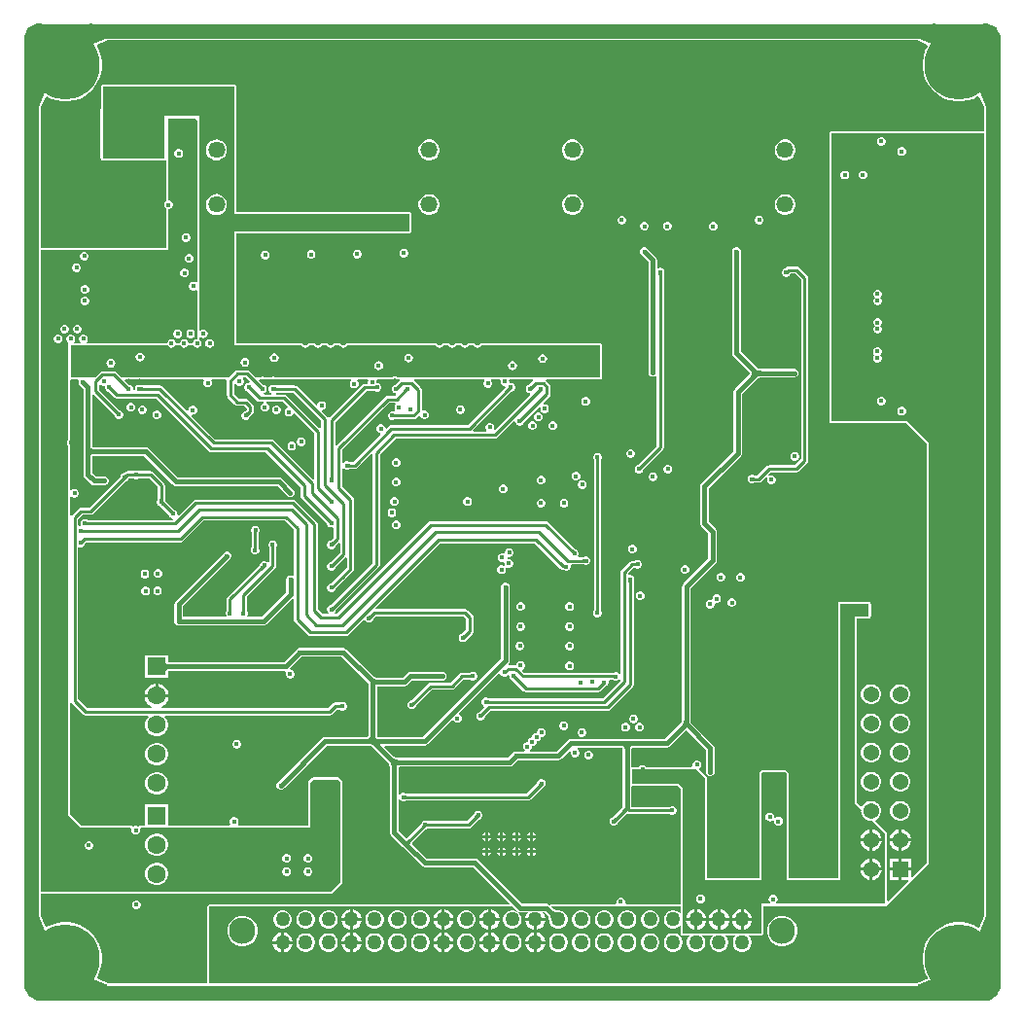
<source format=gbr>
G04*
G04 #@! TF.GenerationSoftware,Altium Limited,Altium Designer,24.1.2 (44)*
G04*
G04 Layer_Physical_Order=3*
G04 Layer_Color=16440176*
%FSLAX44Y44*%
%MOMM*%
G71*
G04*
G04 #@! TF.SameCoordinates,B91C3D85-37F7-440E-B7CA-D4A3DDB4B262*
G04*
G04*
G04 #@! TF.FilePolarity,Positive*
G04*
G01*
G75*
%ADD11C,0.2540*%
%ADD12C,0.3810*%
%ADD23C,1.2300*%
%ADD135C,0.3000*%
%ADD136R,1.3700X1.3700*%
%ADD137C,1.3700*%
%ADD138C,1.4580*%
%ADD139C,1.2580*%
%ADD141C,2.3000*%
%ADD142C,1.0000*%
%ADD143C,6.0000*%
%ADD144C,1.6000*%
%ADD145R,1.6000X1.6000*%
%ADD146C,0.4000*%
%ADD149R,2.1496X2.2498*%
G36*
X72648Y837500D02*
X60019Y831975D01*
X36000Y840536D01*
X16458Y833570D01*
X9459Y814000D01*
X18057Y789957D01*
X12506Y777344D01*
X206Y791390D01*
X5266Y814000D01*
X206Y836610D01*
X11965Y837939D01*
Y837959D01*
X12003Y837997D01*
X12081Y837997D01*
X13429Y849800D01*
X36000Y844737D01*
X58571Y849800D01*
X72648Y837500D01*
D02*
G37*
G36*
X837944Y838035D02*
X837959D01*
X837997Y837997D01*
X837997Y837917D01*
X849806Y836531D01*
X849739Y835705D01*
X849538Y834400D01*
X847395Y824398D01*
X844871Y814000D01*
X847395Y803602D01*
X849538Y793599D01*
X849739Y792295D01*
X849806Y791469D01*
X837506Y777359D01*
X832007Y790005D01*
X840530Y814000D01*
X833584Y833555D01*
X814000Y840536D01*
X789981Y831974D01*
X777352Y837500D01*
X791429Y849800D01*
X814000Y844737D01*
X836571Y849800D01*
X837944Y838035D01*
D02*
G37*
G36*
X156323Y835651D02*
X416322D01*
X426322Y835651D01*
X696321D01*
X706321Y835651D01*
X777049D01*
X786182Y831655D01*
X786542Y830112D01*
X784548Y826199D01*
X783002Y821442D01*
X782220Y816501D01*
Y811499D01*
X783002Y806558D01*
X784548Y801801D01*
X786819Y797344D01*
X789760Y793297D01*
X793297Y789760D01*
X797344Y786819D01*
X801801Y784548D01*
X806558Y783002D01*
X811499Y782220D01*
X816501D01*
X821442Y783002D01*
X826199Y784548D01*
X830142Y786557D01*
X831678Y786209D01*
X835657Y777059D01*
Y756195D01*
X702818Y756195D01*
X702123Y756057D01*
X701535Y755663D01*
X701141Y755074D01*
X701003Y754380D01*
Y504190D01*
X701141Y503495D01*
X701535Y502907D01*
X702123Y502513D01*
X702818Y502375D01*
X767598Y502375D01*
X785585Y484388D01*
Y118862D01*
X773263Y106540D01*
X772090Y107026D01*
Y112530D01*
X763970D01*
Y104410D01*
X769474D01*
X769960Y103237D01*
X752415Y85692D01*
X751242Y86178D01*
Y144653D01*
X751104Y145347D01*
X750710Y145936D01*
X741197Y155449D01*
X741426Y157017D01*
X742599Y157694D01*
X744206Y159301D01*
X745342Y161269D01*
X745930Y163464D01*
Y165736D01*
X745342Y167931D01*
X744206Y169899D01*
X742599Y171506D01*
X740631Y172642D01*
X738436Y173230D01*
X736164D01*
X733969Y172642D01*
X732001Y171506D01*
X730394Y169899D01*
X729717Y168726D01*
X728149Y168497D01*
X725250Y171396D01*
Y195768D01*
X725247Y195782D01*
X725250Y195797D01*
Y235768D01*
X725247Y235782D01*
X725250Y235797D01*
Y275768D01*
X725247Y275782D01*
X725250Y275797D01*
Y315768D01*
X725247Y315782D01*
X725250Y315797D01*
Y332195D01*
X735365Y332195D01*
X736060Y332333D01*
X736648Y332727D01*
X737042Y333316D01*
X737180Y334010D01*
Y344864D01*
X737042Y345559D01*
X736648Y346147D01*
X736060Y346541D01*
X735365Y346679D01*
X710201D01*
X709506Y346541D01*
X708917Y346147D01*
X708524Y345559D01*
X708386Y344864D01*
Y105904D01*
X665525D01*
Y197082D01*
X665387Y197776D01*
X664993Y198365D01*
X663955Y199403D01*
X663366Y199797D01*
X662672Y199935D01*
X642620D01*
X641926Y199797D01*
X641337Y199403D01*
X640405Y198472D01*
X640012Y197883D01*
X639874Y197189D01*
Y105955D01*
X594528D01*
X594528Y192987D01*
X594390Y193681D01*
X593996Y194270D01*
X587755Y200511D01*
X587943Y201457D01*
X589006Y202520D01*
X589582Y203909D01*
Y205413D01*
X589006Y206802D01*
X587943Y207866D01*
X586554Y208441D01*
X585050D01*
X583661Y207866D01*
X582597Y206802D01*
X582022Y205413D01*
Y203909D01*
X582080Y203770D01*
X581231Y202500D01*
X541559D01*
X541417Y202845D01*
X540353Y203908D01*
X538964Y204483D01*
X537460D01*
X536071Y203908D01*
X535008Y202845D01*
X534865Y202500D01*
X529590D01*
X528661Y203610D01*
Y218266D01*
X528726Y218630D01*
X528824Y218926D01*
X528934Y219130D01*
X529051Y219273D01*
X529195Y219391D01*
X529398Y219501D01*
X529694Y219599D01*
X530059Y219663D01*
X559640D01*
X561078Y219949D01*
X562297Y220764D01*
X576496Y234963D01*
X593415Y218044D01*
Y199291D01*
X593392Y199237D01*
Y197733D01*
X593967Y196343D01*
X595031Y195280D01*
X596420Y194705D01*
X597924D01*
X599313Y195280D01*
X600377Y196343D01*
X600952Y197733D01*
Y199237D01*
X600929Y199291D01*
Y219601D01*
X600643Y221038D01*
X599829Y222257D01*
X580296Y241790D01*
Y248163D01*
X580319Y248218D01*
Y249722D01*
X580296Y249777D01*
Y358131D01*
X602097Y379931D01*
X602911Y381150D01*
X603197Y382588D01*
Y407560D01*
X602911Y408998D01*
X602097Y410217D01*
X596007Y416306D01*
Y445528D01*
X624052Y473572D01*
X624866Y474791D01*
X625153Y476229D01*
Y527980D01*
X637479Y540306D01*
X637844Y540598D01*
X638319Y540922D01*
X638808Y541199D01*
X639311Y541432D01*
X639832Y541623D01*
X640373Y541772D01*
X640938Y541880D01*
X641403Y541932D01*
X669537D01*
X669592Y541909D01*
X671096D01*
X672485Y542484D01*
X673549Y543548D01*
X674124Y544937D01*
Y546441D01*
X673549Y547830D01*
X672485Y548894D01*
X671096Y549469D01*
X669592D01*
X669537Y549446D01*
X641403D01*
X640938Y549498D01*
X640373Y549605D01*
X639832Y549755D01*
X639311Y549946D01*
X638808Y550179D01*
X638319Y550456D01*
X637844Y550779D01*
X637479Y551072D01*
X623757Y564793D01*
Y650693D01*
X623780Y650748D01*
Y652252D01*
X623204Y653641D01*
X622141Y654705D01*
X620752Y655280D01*
X619248D01*
X617859Y654705D01*
X616796Y653641D01*
X616220Y652252D01*
Y650748D01*
X616243Y650693D01*
Y563237D01*
X616529Y561799D01*
X617343Y560580D01*
X631246Y546677D01*
X631458Y546374D01*
X631598Y546095D01*
X631664Y545873D01*
X631683Y545689D01*
X631664Y545505D01*
X631598Y545283D01*
X631458Y545004D01*
X631246Y544701D01*
X618739Y532193D01*
X617924Y530974D01*
X617638Y529537D01*
Y477785D01*
X589593Y449741D01*
X588779Y448522D01*
X588493Y447084D01*
Y415557D01*
X588470Y415502D01*
Y413998D01*
X589045Y412609D01*
X590109Y411545D01*
X590164Y411523D01*
X595683Y406004D01*
Y384144D01*
X573882Y362344D01*
X573068Y361125D01*
X572782Y359687D01*
Y249777D01*
X572759Y249722D01*
Y248218D01*
X572782Y248163D01*
Y244175D01*
X572730Y243710D01*
X572622Y243145D01*
X572473Y242604D01*
X572282Y242083D01*
X572049Y241579D01*
X571772Y241091D01*
X571449Y240615D01*
X571156Y240250D01*
X558084Y227178D01*
X476285D01*
X474847Y226892D01*
X473629Y226077D01*
X463808Y216257D01*
X440775D01*
X440550Y216692D01*
X440386Y217527D01*
X441273Y218414D01*
X441848Y219803D01*
Y220862D01*
X442907D01*
X444297Y221438D01*
X445360Y222501D01*
X445935Y223890D01*
Y224949D01*
X446994D01*
X448384Y225525D01*
X449447Y226588D01*
X450023Y227978D01*
Y229036D01*
X451082D01*
X452471Y229612D01*
X453534Y230675D01*
X454110Y232065D01*
Y233568D01*
X453534Y234958D01*
X452471Y236021D01*
X451082Y236597D01*
X449578D01*
X448188Y236021D01*
X447125Y234958D01*
X446550Y233568D01*
Y232509D01*
X445491D01*
X444101Y231934D01*
X443038Y230871D01*
X442463Y229481D01*
Y228422D01*
X441404D01*
X440014Y227847D01*
X438951Y226784D01*
X438375Y225394D01*
Y224335D01*
X437316D01*
X435927Y223760D01*
X434864Y222696D01*
X434288Y221307D01*
Y219803D01*
X434864Y218414D01*
X435751Y217527D01*
X435586Y216692D01*
X435361Y216257D01*
X429282D01*
X429226Y216280D01*
X427723D01*
X426333Y215704D01*
X425270Y214641D01*
X425247Y214586D01*
X421233Y210572D01*
X325770D01*
X325306Y210624D01*
X324741Y210732D01*
X324199Y210881D01*
X323679Y211072D01*
X323175Y211305D01*
X322687Y211582D01*
X322211Y211905D01*
X321846Y212198D01*
X313774Y220270D01*
X314260Y221443D01*
X348726D01*
X350163Y221729D01*
X351382Y222544D01*
X372289Y243451D01*
X373787Y243153D01*
X373955Y242747D01*
X375019Y241683D01*
X376408Y241108D01*
X377912D01*
X379301Y241683D01*
X380364Y242747D01*
X380940Y244136D01*
Y245640D01*
X380364Y247029D01*
X379301Y248092D01*
X378895Y248260D01*
X378597Y249759D01*
X413120Y284281D01*
X414532Y283897D01*
X414868Y283085D01*
X415932Y282022D01*
X417321Y281446D01*
X418825D01*
X420214Y282022D01*
X421116Y282923D01*
X421469Y282832D01*
X422163Y282518D01*
X422289Y282437D01*
Y281118D01*
X422864Y279729D01*
X423928Y278665D01*
X425317Y278090D01*
X425451D01*
X434638Y268903D01*
X435647Y268229D01*
X436837Y267992D01*
X499582D01*
X500772Y268229D01*
X501781Y268903D01*
X505618Y272740D01*
X505752D01*
X507141Y273316D01*
X508204Y274379D01*
X508780Y275768D01*
Y277272D01*
X508686Y277500D01*
X509534Y278770D01*
X512436D01*
X512840Y278365D01*
X514229Y277790D01*
X515733D01*
X517122Y278365D01*
X517446Y278689D01*
X518848Y278295D01*
X518941Y277908D01*
X518920Y277669D01*
X503643Y262393D01*
X404196D01*
X404101Y262487D01*
X402711Y263063D01*
X401208D01*
X399818Y262487D01*
X398755Y261424D01*
X398180Y260035D01*
Y258531D01*
X398755Y257142D01*
X399818Y256078D01*
X400123Y255952D01*
X400371Y254706D01*
X396369Y250704D01*
X395232Y250233D01*
X394169Y249170D01*
X393593Y247781D01*
Y246277D01*
X394169Y244888D01*
X395232Y243824D01*
X396621Y243249D01*
X398125D01*
X399514Y243824D01*
X400578Y244888D01*
X401153Y246277D01*
Y246693D01*
X406064Y251604D01*
X507978D01*
X509168Y251841D01*
X510177Y252515D01*
X529737Y272075D01*
X530411Y273084D01*
X530648Y274274D01*
X530648Y274274D01*
Y363713D01*
X530742Y363808D01*
X531318Y365197D01*
Y366701D01*
X530742Y368090D01*
X529679Y369154D01*
X528290Y369729D01*
X526786D01*
X526129Y370831D01*
X526081Y371387D01*
X530777Y376083D01*
X531727D01*
X531822Y375988D01*
X533212Y375413D01*
X534715D01*
X536105Y375988D01*
X537168Y377052D01*
X537743Y378441D01*
Y379945D01*
X537168Y381334D01*
X536105Y382397D01*
X534715Y382973D01*
X533212D01*
X531822Y382397D01*
X531727Y382303D01*
X529489D01*
X528299Y382066D01*
X527290Y381392D01*
X520137Y374239D01*
X519463Y373230D01*
X519227Y372040D01*
Y284329D01*
X519033Y284214D01*
X517957Y283940D01*
X517122Y284774D01*
X515733Y285350D01*
X514229D01*
X513358Y284989D01*
X435611D01*
X433894Y286706D01*
X434142Y287952D01*
X434274Y288007D01*
X435337Y289070D01*
X435913Y290459D01*
Y291963D01*
X435337Y293352D01*
X434274Y294416D01*
X432885Y294991D01*
X431381D01*
X429991Y294416D01*
X428928Y293352D01*
X428353Y291963D01*
Y291786D01*
X427899Y291413D01*
X422048D01*
X421522Y292683D01*
X421715Y292876D01*
X422529Y294095D01*
X422815Y295533D01*
Y358623D01*
X422838Y358678D01*
Y360182D01*
X422263Y361572D01*
X421199Y362635D01*
X419810Y363210D01*
X418306D01*
X416917Y362635D01*
X415854Y361572D01*
X415278Y360182D01*
Y358678D01*
X415301Y358623D01*
Y297089D01*
X347169Y228958D01*
X308685D01*
X308320Y229022D01*
X308025Y229121D01*
X307821Y229230D01*
X307677Y229348D01*
X307560Y229491D01*
X307450Y229695D01*
X307351Y229991D01*
X307287Y230355D01*
Y257003D01*
X307310Y257058D01*
Y258562D01*
X307287Y258617D01*
Y273103D01*
X331218D01*
X332656Y273389D01*
X333875Y274203D01*
X337896Y278225D01*
X363272D01*
X363327Y278202D01*
X364831D01*
X366220Y278777D01*
X367284Y279841D01*
X367859Y281230D01*
Y282734D01*
X367284Y284123D01*
X366220Y285187D01*
X364831Y285762D01*
X363327D01*
X363272Y285739D01*
X336340D01*
X334902Y285453D01*
X333683Y284639D01*
X329662Y280617D01*
X307591D01*
X307127Y280669D01*
X306562Y280777D01*
X306020Y280926D01*
X305499Y281117D01*
X304996Y281350D01*
X304508Y281627D01*
X304032Y281950D01*
X303667Y282243D01*
X280689Y305221D01*
X279470Y306035D01*
X278032Y306321D01*
X276237D01*
X276094Y306380D01*
X274590D01*
X274188Y306213D01*
X240837D01*
X240782Y306236D01*
X239278D01*
X237889Y305661D01*
X236826Y304597D01*
X236803Y304542D01*
X226134Y293873D01*
X126236D01*
X125940Y293899D01*
X125520Y293969D01*
X125215Y294050D01*
X125096Y294098D01*
Y299896D01*
X105536D01*
Y280336D01*
X125096D01*
Y286134D01*
X125215Y286182D01*
X125520Y286263D01*
X125940Y286333D01*
X126236Y286359D01*
X227323D01*
X227994Y285565D01*
X228151Y285156D01*
X227839Y284401D01*
Y282897D01*
X228414Y281508D01*
X229478Y280445D01*
X230867Y279869D01*
X232371D01*
X233760Y280445D01*
X234823Y281508D01*
X235399Y282897D01*
Y284401D01*
X234823Y285790D01*
X233760Y286854D01*
X232371Y287429D01*
X232113D01*
X231587Y288699D01*
X241586Y298699D01*
X275147D01*
X275688Y298807D01*
X276476D01*
X299773Y275510D01*
Y258617D01*
X299750Y258562D01*
Y257058D01*
X299773Y257003D01*
Y230355D01*
X299708Y229991D01*
X299610Y229695D01*
X299500Y229491D01*
X299383Y229348D01*
X299239Y229230D01*
X299036Y229121D01*
X298740Y229022D01*
X298375Y228958D01*
X262030D01*
X260593Y228672D01*
X259374Y227857D01*
X221434Y189917D01*
X221379Y189895D01*
X220315Y188831D01*
X219740Y187442D01*
Y185938D01*
X220315Y184549D01*
X221379Y183486D01*
X222768Y182910D01*
X224272D01*
X225661Y183486D01*
X226724Y184549D01*
X226747Y184604D01*
X263587Y221443D01*
X299675D01*
X300140Y221392D01*
X300705Y221284D01*
X301246Y221135D01*
X301767Y220944D01*
X302270Y220710D01*
X302759Y220433D01*
X303234Y220110D01*
X303599Y219818D01*
X316533Y206884D01*
X316825Y206519D01*
X317148Y206044D01*
X317425Y205555D01*
X317659Y205052D01*
X317850Y204531D01*
X317999Y203990D01*
X318107Y203425D01*
X318158Y202960D01*
Y146121D01*
X318444Y144683D01*
X319259Y143464D01*
X329744Y132979D01*
X346000Y116723D01*
X347219Y115909D01*
X348657Y115623D01*
X390925D01*
X422280Y84268D01*
X421794Y83095D01*
X161412D01*
X160718Y82957D01*
X160129Y82563D01*
X159735Y81974D01*
X159597Y81280D01*
Y14349D01*
X150858D01*
X140858Y14349D01*
X72951D01*
X63818Y18345D01*
X63458Y19888D01*
X65452Y23801D01*
X66997Y28558D01*
X67780Y33499D01*
Y38501D01*
X66997Y43442D01*
X65452Y48199D01*
X63181Y52656D01*
X60240Y56703D01*
X56703Y60240D01*
X52656Y63181D01*
X48199Y65452D01*
X43442Y66997D01*
X38501Y67780D01*
X33499D01*
X28558Y66997D01*
X23801Y65452D01*
X19918Y63473D01*
X18367Y63844D01*
X14355Y72961D01*
Y92165D01*
X266720D01*
X267414Y92303D01*
X268003Y92697D01*
X276873Y101567D01*
X277267Y102156D01*
X277405Y102850D01*
Y189732D01*
X277267Y190426D01*
X276873Y191015D01*
X274835Y193053D01*
X274246Y193447D01*
X273552Y193585D01*
X251372D01*
X250677Y193447D01*
X250088Y193053D01*
X247637Y190602D01*
X247243Y190013D01*
X247105Y189318D01*
Y151851D01*
X186586D01*
X185989Y153049D01*
X186564Y154439D01*
Y155942D01*
X185989Y157332D01*
X184925Y158395D01*
X183536Y158970D01*
X182032D01*
X180643Y158395D01*
X179580Y157332D01*
X179004Y155942D01*
Y154439D01*
X179580Y153049D01*
X178982Y151851D01*
X125096D01*
Y170308D01*
X105536D01*
Y151851D01*
X101553D01*
X101377Y151816D01*
X101199D01*
X101033Y151748D01*
X100858Y151713D01*
X100709Y151613D01*
X100544Y151545D01*
X100418Y151419D01*
X100269Y151319D01*
X99229Y150823D01*
X97840Y151398D01*
X96336D01*
X94947Y150823D01*
X93907Y151319D01*
X93758Y151419D01*
X93632Y151545D01*
X93467Y151613D01*
X93318Y151713D01*
X93143Y151748D01*
X92978Y151816D01*
X92799D01*
X92623Y151851D01*
X50106D01*
X39915Y162042D01*
Y258411D01*
X41185Y258796D01*
X41564Y258228D01*
X51259Y248533D01*
X52268Y247859D01*
X53458Y247623D01*
X107995D01*
X108521Y246353D01*
X107490Y245321D01*
X106202Y243091D01*
X105536Y240604D01*
Y238029D01*
X106202Y235541D01*
X107490Y233311D01*
X109311Y231490D01*
X111541Y230203D01*
X114028Y229536D01*
X116604D01*
X119091Y230203D01*
X121321Y231490D01*
X123142Y233311D01*
X124430Y235541D01*
X125096Y238029D01*
Y240604D01*
X124430Y243091D01*
X123142Y245321D01*
X122111Y246353D01*
X122637Y247623D01*
X265663D01*
X266853Y247859D01*
X267862Y248533D01*
X272001Y252673D01*
X274993D01*
X275088Y252578D01*
X276478Y252002D01*
X277981D01*
X279370Y252578D01*
X280434Y253641D01*
X281009Y255030D01*
Y256534D01*
X280434Y257923D01*
X279370Y258987D01*
X277981Y259562D01*
X276478D01*
X275088Y258987D01*
X274993Y258892D01*
X270713D01*
X270713Y258892D01*
X269523Y258655D01*
X268514Y257981D01*
X268514Y257981D01*
X264375Y253842D01*
X120102D01*
X119761Y255112D01*
X121788Y256282D01*
X123750Y258244D01*
X125138Y260648D01*
X125856Y263328D01*
Y263446D01*
X115316D01*
X104776D01*
Y263328D01*
X105494Y260648D01*
X106882Y258244D01*
X108844Y256282D01*
X110871Y255112D01*
X110530Y253842D01*
X54746D01*
X46873Y261715D01*
Y393451D01*
X47929Y394156D01*
X48241Y394027D01*
X49745D01*
X51134Y394603D01*
X52197Y395666D01*
X52773Y397055D01*
Y397189D01*
X54024Y398441D01*
X136274D01*
X137464Y398677D01*
X138472Y399351D01*
X156381Y417260D01*
X226986D01*
X234789Y409457D01*
Y369700D01*
X233519Y369081D01*
X232521Y369495D01*
X231017D01*
X229628Y368919D01*
X228564Y367856D01*
X227989Y366466D01*
Y364963D01*
X228012Y364908D01*
Y354700D01*
X206637Y333326D01*
X194818D01*
X194231Y334596D01*
X194667Y335648D01*
Y337151D01*
X194092Y338541D01*
X193997Y338636D01*
Y351271D01*
X218498Y375772D01*
X219172Y376781D01*
X219409Y377971D01*
Y393945D01*
X219503Y394040D01*
X220079Y395429D01*
Y396933D01*
X219503Y398323D01*
X218440Y399386D01*
X217051Y399961D01*
X215547D01*
X214158Y399386D01*
X213094Y398323D01*
X212519Y396933D01*
Y395429D01*
X213094Y394040D01*
X213189Y393945D01*
Y381108D01*
X213063Y381030D01*
X211919Y380719D01*
X211100Y381538D01*
X209711Y382113D01*
X208207D01*
X206818Y381538D01*
X205755Y380474D01*
X205179Y379085D01*
Y378951D01*
X176994Y350766D01*
X176320Y349757D01*
X176083Y348567D01*
Y338897D01*
X175988Y338803D01*
X175413Y337413D01*
Y335910D01*
X175988Y334520D01*
X175387Y333326D01*
X138266D01*
Y342953D01*
X178616Y383303D01*
X178671Y383326D01*
X179734Y384389D01*
X180310Y385779D01*
Y387282D01*
X179734Y388672D01*
X178671Y389735D01*
X177282Y390310D01*
X175778D01*
X174389Y389735D01*
X173326Y388672D01*
X173303Y388616D01*
X131852Y347166D01*
X131038Y345947D01*
X130752Y344509D01*
Y330375D01*
X130729Y330320D01*
Y328816D01*
X131304Y327427D01*
X132368Y326364D01*
X133757Y325788D01*
X135261D01*
X135316Y325811D01*
X208194D01*
X209631Y326097D01*
X210850Y326912D01*
X233519Y349580D01*
X234789Y349054D01*
Y331252D01*
X235026Y330062D01*
X235700Y329053D01*
X247191Y317562D01*
X247192Y317562D01*
X248200Y316888D01*
X249390Y316651D01*
X280141D01*
X281331Y316888D01*
X282340Y317562D01*
X295405Y330626D01*
X296903Y330328D01*
X297011Y330068D01*
X298074Y329004D01*
X299464Y328429D01*
X300968D01*
X302357Y329004D01*
X303420Y330068D01*
X303996Y331457D01*
Y331591D01*
X306251Y333847D01*
X382556D01*
X384893Y331510D01*
Y322358D01*
X381492Y318957D01*
X381358D01*
X379969Y318382D01*
X378905Y317318D01*
X378330Y315929D01*
Y314425D01*
X378905Y313036D01*
X379969Y311973D01*
X381358Y311397D01*
X382862D01*
X384251Y311973D01*
X385315Y313036D01*
X385890Y314425D01*
Y314559D01*
X390202Y318871D01*
X390876Y319880D01*
X391112Y321070D01*
Y332798D01*
X390876Y333988D01*
X390202Y334997D01*
X386043Y339155D01*
X385034Y339829D01*
X383844Y340066D01*
X306641D01*
X306115Y341336D01*
X362351Y397572D01*
X444551D01*
X466937Y375186D01*
X467946Y374512D01*
X469136Y374275D01*
X469707D01*
X469967Y374016D01*
X471356Y373440D01*
X472860D01*
X474249Y374016D01*
X475312Y375079D01*
X475888Y376468D01*
Y377972D01*
X475833Y378104D01*
X476539Y379160D01*
X486916D01*
X486964Y379112D01*
X488354Y378536D01*
X489858D01*
X491247Y379112D01*
X492310Y380175D01*
X492886Y381564D01*
Y383068D01*
X492310Y384457D01*
X491247Y385521D01*
X489858Y386096D01*
X488354D01*
X486964Y385521D01*
X486824Y385380D01*
X482805D01*
X482441Y385987D01*
X482193Y386650D01*
X482708Y387892D01*
Y389396D01*
X482132Y390785D01*
X481069Y391848D01*
X479680Y392424D01*
X479546D01*
X456225Y415745D01*
X455216Y416419D01*
X454026Y416656D01*
X353995D01*
X353995Y416656D01*
X352805Y416419D01*
X351796Y415745D01*
X271964Y335913D01*
X270609D01*
X270082Y337183D01*
X270746Y337847D01*
X271322Y339236D01*
Y339370D01*
X308701Y376750D01*
X309375Y377759D01*
X309612Y378949D01*
Y474693D01*
X323515Y488596D01*
X409828D01*
X411018Y488833D01*
X412027Y489507D01*
X426381Y503861D01*
X427651Y503335D01*
Y502943D01*
X428227Y501553D01*
X429290Y500490D01*
X430679Y499914D01*
X432183D01*
X433572Y500490D01*
X434636Y501553D01*
X435211Y502943D01*
Y503077D01*
X448127Y515993D01*
X448655Y515816D01*
X449300Y515370D01*
Y514097D01*
X449876Y512708D01*
X450939Y511645D01*
X452328Y511069D01*
X453832D01*
X455221Y511645D01*
X456285Y512708D01*
X456860Y514097D01*
Y515601D01*
X456285Y516990D01*
X455221Y518054D01*
X453832Y518629D01*
X452560D01*
X452113Y519274D01*
X451937Y519802D01*
X457206Y525071D01*
X457880Y526080D01*
X458117Y527270D01*
Y533926D01*
X458117Y533926D01*
X457880Y535116D01*
X457206Y536125D01*
X457206Y536125D01*
X454248Y539083D01*
X454065Y539205D01*
X454450Y540475D01*
X501650D01*
X502345Y540613D01*
X502933Y541007D01*
X503327Y541595D01*
X503465Y542290D01*
Y569563D01*
X503327Y570257D01*
X502933Y570846D01*
X502345Y571239D01*
X501650Y571378D01*
X397877D01*
X397702Y571343D01*
X397523D01*
X397358Y571274D01*
X397183Y571239D01*
X397034Y571140D01*
X396869Y571072D01*
X396743Y570945D01*
X396594Y570846D01*
X396495Y570697D01*
X396368Y570571D01*
X396061Y570111D01*
X395411Y569676D01*
X394644Y569524D01*
X393877Y569676D01*
X393227Y570111D01*
X392920Y570571D01*
X392793Y570697D01*
X392694Y570846D01*
X392545Y570945D01*
X392419Y571072D01*
X392254Y571140D01*
X392105Y571239D01*
X391930Y571274D01*
X391765Y571343D01*
X391586D01*
X391411Y571378D01*
X386816D01*
X386641Y571343D01*
X386462D01*
X386297Y571274D01*
X386121Y571239D01*
X385973Y571140D01*
X385808Y571072D01*
X385681Y570945D01*
X385533Y570846D01*
X385433Y570697D01*
X385307Y570571D01*
X385000Y570111D01*
X384349Y569676D01*
X383583Y569524D01*
X382816Y569676D01*
X382166Y570111D01*
X381858Y570571D01*
X381732Y570697D01*
X381633Y570846D01*
X381484Y570945D01*
X381358Y571072D01*
X381193Y571140D01*
X381044Y571239D01*
X380869Y571274D01*
X380704Y571343D01*
X380525D01*
X380349Y571378D01*
X375755D01*
X375579Y571343D01*
X375401D01*
X375236Y571274D01*
X375060Y571239D01*
X374912Y571140D01*
X374747Y571072D01*
X374620Y570945D01*
X374472Y570846D01*
X374372Y570697D01*
X374246Y570571D01*
X373938Y570111D01*
X373288Y569676D01*
X372522Y569524D01*
X371755Y569676D01*
X371105Y570111D01*
X370797Y570571D01*
X370671Y570697D01*
X370572Y570846D01*
X370423Y570945D01*
X370297Y571072D01*
X370131Y571140D01*
X369983Y571239D01*
X369808Y571274D01*
X369642Y571343D01*
X369464D01*
X369288Y571378D01*
X364694D01*
X364518Y571343D01*
X364339D01*
X364174Y571274D01*
X363999Y571239D01*
X363850Y571140D01*
X363685Y571072D01*
X363559Y570945D01*
X363410Y570846D01*
X363311Y570697D01*
X363185Y570571D01*
X362877Y570111D01*
X362227Y569676D01*
X361460Y569524D01*
X360694Y569676D01*
X360043Y570111D01*
X359736Y570571D01*
X359610Y570697D01*
X359510Y570846D01*
X359362Y570945D01*
X359235Y571072D01*
X359070Y571140D01*
X358922Y571239D01*
X358746Y571274D01*
X358581Y571343D01*
X358402D01*
X358227Y571378D01*
X281309D01*
X281133Y571343D01*
X280955D01*
X280790Y571274D01*
X280614Y571239D01*
X280466Y571140D01*
X280300Y571072D01*
X280174Y570945D01*
X280025Y570846D01*
X279926Y570697D01*
X279800Y570571D01*
X279492Y570111D01*
X278842Y569676D01*
X278075Y569524D01*
X277309Y569676D01*
X276659Y570111D01*
X276351Y570571D01*
X276225Y570697D01*
X276125Y570846D01*
X275977Y570945D01*
X275850Y571072D01*
X275685Y571140D01*
X275537Y571239D01*
X275361Y571274D01*
X275196Y571343D01*
X275017D01*
X274842Y571378D01*
X270247D01*
X270072Y571343D01*
X269893D01*
X269728Y571274D01*
X269553Y571239D01*
X269404Y571140D01*
X269239Y571072D01*
X269113Y570945D01*
X268964Y570846D01*
X268865Y570697D01*
X268738Y570571D01*
X268431Y570111D01*
X267781Y569676D01*
X267014Y569524D01*
X266247Y569676D01*
X265597Y570111D01*
X265290Y570571D01*
X265163Y570697D01*
X265064Y570846D01*
X264916Y570945D01*
X264789Y571072D01*
X264624Y571140D01*
X264475Y571239D01*
X264300Y571274D01*
X264135Y571343D01*
X263956D01*
X263781Y571378D01*
X259186D01*
X259011Y571343D01*
X258832D01*
X258667Y571274D01*
X258492Y571239D01*
X258343Y571140D01*
X258178Y571072D01*
X258052Y570945D01*
X257903Y570846D01*
X257804Y570697D01*
X257677Y570571D01*
X257370Y570111D01*
X256720Y569676D01*
X255953Y569524D01*
X255186Y569676D01*
X254536Y570111D01*
X254229Y570571D01*
X254102Y570697D01*
X254003Y570846D01*
X253855Y570945D01*
X253728Y571072D01*
X253563Y571140D01*
X253414Y571239D01*
X253239Y571274D01*
X253074Y571343D01*
X252895D01*
X252720Y571378D01*
X248125D01*
X247950Y571343D01*
X247771D01*
X247606Y571274D01*
X247431Y571239D01*
X247282Y571140D01*
X247117Y571072D01*
X246990Y570945D01*
X246842Y570846D01*
X246742Y570697D01*
X246616Y570571D01*
X246309Y570111D01*
X245659Y569676D01*
X244892Y569524D01*
X244125Y569676D01*
X243475Y570111D01*
X243168Y570571D01*
X243041Y570697D01*
X242942Y570846D01*
X242793Y570945D01*
X242667Y571072D01*
X242502Y571140D01*
X242353Y571239D01*
X242178Y571274D01*
X242013Y571343D01*
X241834D01*
X241658Y571378D01*
X184695D01*
Y667475D01*
X335280D01*
X335975Y667613D01*
X336563Y668007D01*
X336957Y668596D01*
X337095Y669290D01*
Y684160D01*
X336957Y684854D01*
X336563Y685443D01*
X335975Y685836D01*
X335280Y685975D01*
X184695D01*
Y795020D01*
X184557Y795714D01*
X184163Y796303D01*
X183575Y796697D01*
X182880Y796835D01*
X68580D01*
X67885Y796697D01*
X67297Y796303D01*
X66903Y795714D01*
X66765Y795020D01*
Y776568D01*
X66682Y776443D01*
X66544Y775749D01*
Y732790D01*
X66682Y732095D01*
X67076Y731507D01*
X67664Y731113D01*
X68359Y730975D01*
X121934D01*
X122629Y731113D01*
X123894Y730431D01*
X123876Y696761D01*
X123876Y696761D01*
X123876Y696760D01*
X123942Y696424D01*
X124013Y696066D01*
X123524Y695457D01*
X122461Y694394D01*
X121885Y693004D01*
Y691501D01*
X122461Y690111D01*
X123524Y689048D01*
X123950Y688872D01*
X123941Y688828D01*
X123871Y688474D01*
X123852Y654595D01*
X14355D01*
Y695502D01*
X14355Y705502D01*
Y777038D01*
X18367Y786156D01*
X19918Y786527D01*
X23801Y784548D01*
X28558Y783002D01*
X33499Y782220D01*
X38501D01*
X43442Y783002D01*
X48199Y784548D01*
X52656Y786819D01*
X56703Y789760D01*
X60240Y793297D01*
X63181Y797344D01*
X65452Y801801D01*
X66997Y806558D01*
X67780Y811499D01*
Y816501D01*
X66997Y821442D01*
X65452Y826199D01*
X63458Y830112D01*
X63818Y831656D01*
X72951Y835651D01*
X146323D01*
X156323Y835651D01*
D02*
G37*
G36*
X150446Y765224D02*
Y625231D01*
X149269Y624611D01*
X147880Y625187D01*
X146376D01*
X144987Y624611D01*
X143924Y623548D01*
X143348Y622159D01*
Y620655D01*
X143924Y619266D01*
X144987Y618202D01*
X146376Y617627D01*
X147880D01*
X149269Y618202D01*
X150446Y617583D01*
Y575308D01*
X149694D01*
X148305Y574732D01*
X147241Y573669D01*
X146666Y572279D01*
Y571500D01*
X143165D01*
Y572279D01*
X142589Y573669D01*
X141526Y574732D01*
X140136Y575308D01*
X138633D01*
X137243Y574732D01*
X136180Y573669D01*
X135604Y572279D01*
Y571500D01*
X132103D01*
Y572279D01*
X131528Y573669D01*
X130464Y574732D01*
X129075Y575308D01*
X127571D01*
X126182Y574732D01*
X125119Y573669D01*
X124543Y572279D01*
Y571500D01*
X54841D01*
X54314Y572770D01*
X54933Y573389D01*
X55509Y574778D01*
Y576282D01*
X54933Y577671D01*
X53870Y578735D01*
X52481Y579310D01*
X50977D01*
X49588Y578735D01*
X48524Y577671D01*
X47949Y576282D01*
Y574778D01*
X48524Y573389D01*
X49143Y572770D01*
X48617Y571500D01*
X43779D01*
X43253Y572770D01*
X43872Y573389D01*
X44448Y574778D01*
Y576282D01*
X43872Y577671D01*
X42809Y578735D01*
X41419Y579310D01*
X39916D01*
X38526Y578735D01*
X37463Y577671D01*
X36888Y576282D01*
Y574778D01*
X37463Y573389D01*
X38087Y572765D01*
X38100Y571500D01*
X38100Y571127D01*
Y487705D01*
X37660Y487266D01*
X37085Y485876D01*
Y484373D01*
X37660Y482983D01*
X38100Y482544D01*
Y161290D01*
X49354Y150036D01*
X92623D01*
X93472Y148766D01*
X93308Y148370D01*
Y146866D01*
X93883Y145477D01*
X94947Y144413D01*
X96336Y143838D01*
X97840D01*
X99229Y144413D01*
X100293Y145477D01*
X100868Y146866D01*
Y148370D01*
X100704Y148766D01*
X101553Y150036D01*
X248920D01*
Y189318D01*
X251372Y191770D01*
X273552D01*
X275590Y189732D01*
Y102850D01*
X266720Y93980D01*
X14355D01*
Y145503D01*
X14355Y155503D01*
Y415503D01*
X14355Y425503D01*
Y652780D01*
X125666D01*
X125686Y688473D01*
X126417D01*
X127807Y689048D01*
X128870Y690111D01*
X129445Y691501D01*
Y693004D01*
X128870Y694394D01*
X127807Y695457D01*
X126417Y696032D01*
X125690Y696760D01*
X125730Y767080D01*
X148590D01*
X150446Y765224D01*
D02*
G37*
G36*
X182880Y684160D02*
X335280D01*
Y669290D01*
X182880D01*
Y569563D01*
X241658D01*
X242167Y568802D01*
X243417Y567967D01*
X244892Y567673D01*
X246367Y567967D01*
X247617Y568802D01*
X248125Y569563D01*
X252720D01*
X253228Y568802D01*
X254478Y567967D01*
X255953Y567673D01*
X257428Y567967D01*
X258678Y568802D01*
X259186Y569563D01*
X263781D01*
X264289Y568802D01*
X265539Y567967D01*
X267014Y567673D01*
X268489Y567967D01*
X269739Y568802D01*
X270247Y569563D01*
X274842D01*
X275350Y568802D01*
X276600Y567967D01*
X278075Y567673D01*
X279550Y567967D01*
X280801Y568802D01*
X281309Y569563D01*
X358227D01*
X358735Y568802D01*
X359985Y567967D01*
X361460Y567673D01*
X362935Y567967D01*
X364186Y568802D01*
X364694Y569563D01*
X369288D01*
X369796Y568802D01*
X371047Y567967D01*
X372522Y567673D01*
X373996Y567967D01*
X375247Y568802D01*
X375755Y569563D01*
X380349D01*
X380858Y568802D01*
X382108Y567967D01*
X383583Y567673D01*
X385058Y567967D01*
X386308Y568802D01*
X386816Y569563D01*
X391411D01*
X391919Y568802D01*
X393169Y567967D01*
X394644Y567673D01*
X396119Y567967D01*
X397369Y568802D01*
X397877Y569563D01*
X501650D01*
Y542290D01*
X441119D01*
X439699Y542573D01*
X438279Y542290D01*
X324715D01*
X324351Y542533D01*
X322876Y542826D01*
X321401Y542533D01*
X321038Y542290D01*
X218240D01*
X216820Y542573D01*
X215400Y542290D01*
X208998D01*
X207578Y542573D01*
X206158Y542290D01*
X201262D01*
X196378Y547175D01*
X195369Y547849D01*
X194179Y548086D01*
X185515D01*
X184325Y547849D01*
X183316Y547175D01*
X178431Y542290D01*
X101672D01*
X100252Y542573D01*
X98831Y542290D01*
X92430D01*
X91009Y542573D01*
X89589Y542290D01*
X84694D01*
X80430Y546554D01*
X79421Y547228D01*
X78231Y547465D01*
X68220D01*
X67030Y547228D01*
X66021Y546554D01*
X61757Y542290D01*
X40640D01*
Y569563D01*
X125090D01*
X125598Y568802D01*
X126848Y567967D01*
X128323Y567673D01*
X129798Y567967D01*
X131049Y568802D01*
X131557Y569563D01*
X136151D01*
X136659Y568802D01*
X137910Y567967D01*
X139384Y567673D01*
X140859Y567967D01*
X142110Y568802D01*
X142618Y569563D01*
X147212D01*
X147720Y568802D01*
X148971Y567967D01*
X150446Y567673D01*
X151921Y567967D01*
X153171Y568802D01*
X154006Y570053D01*
X154300Y571528D01*
X154006Y573002D01*
X153171Y574253D01*
X152400Y574768D01*
Y576414D01*
X152408Y576421D01*
X153670Y576976D01*
X154501Y576421D01*
X155976Y576127D01*
X157451Y576421D01*
X158701Y577256D01*
X159537Y578506D01*
X159830Y579981D01*
X159537Y581456D01*
X158701Y582707D01*
X157451Y583542D01*
X155976Y583835D01*
X154501Y583542D01*
X153670Y582986D01*
X152408Y583541D01*
X152400Y583549D01*
Y769629D01*
X121934D01*
Y732790D01*
X68359D01*
Y775749D01*
X68580Y775970D01*
Y795020D01*
X182880D01*
Y684160D01*
D02*
G37*
G36*
X636193Y549776D02*
X636765Y549318D01*
X637360Y548914D01*
X637977Y548564D01*
X638616Y548268D01*
X639277Y548025D01*
X639961Y547836D01*
X640667Y547702D01*
X641396Y547621D01*
X642147Y547594D01*
Y543784D01*
X641396Y543757D01*
X640667Y543676D01*
X639961Y543541D01*
X639277Y543353D01*
X638616Y543110D01*
X637977Y542814D01*
X637360Y542464D01*
X636765Y542060D01*
X636193Y541602D01*
X635643Y541090D01*
X632160Y542995D01*
X632645Y543534D01*
X633022Y544072D01*
X633291Y544611D01*
X633453Y545150D01*
X633507Y545689D01*
X633453Y546228D01*
X633291Y546767D01*
X633022Y547305D01*
X632645Y547844D01*
X632160Y548383D01*
X635643Y550288D01*
X636193Y549776D01*
D02*
G37*
G36*
X217886Y540510D02*
X218065D01*
X218240Y540475D01*
X284570D01*
X284601Y540428D01*
X284959Y539205D01*
X284159Y538405D01*
X283584Y537016D01*
Y535512D01*
X284159Y534123D01*
X285223Y533060D01*
X286612Y532484D01*
X288116D01*
X289505Y533060D01*
X290568Y534123D01*
X291144Y535512D01*
Y537016D01*
X290568Y538405D01*
X289769Y539205D01*
X290127Y540428D01*
X290158Y540475D01*
X298638D01*
X299487Y539205D01*
X299366Y538915D01*
Y537411D01*
X298722Y536447D01*
X296511D01*
X295321Y536210D01*
X294312Y535536D01*
X265642Y506865D01*
X264705Y506977D01*
X264483Y507027D01*
X264218Y507169D01*
X263641Y508032D01*
X259271Y512403D01*
X259797Y513673D01*
X259872D01*
X261261Y514248D01*
X262324Y515312D01*
X262900Y516701D01*
Y518205D01*
X262324Y519594D01*
X261261Y520657D01*
X259872Y521233D01*
X258368D01*
X256979Y520657D01*
X255915Y519594D01*
X255340Y518205D01*
Y518130D01*
X254070Y517604D01*
X237640Y534033D01*
X236631Y534707D01*
X235441Y534944D01*
X219056D01*
X218961Y535039D01*
X217572Y535614D01*
X216068D01*
X214679Y535039D01*
X213615Y533976D01*
X213040Y532586D01*
Y531082D01*
X213615Y529693D01*
X214679Y528630D01*
X215335Y528358D01*
X215083Y527088D01*
X209057D01*
X208805Y528358D01*
X209461Y528630D01*
X210525Y529693D01*
X211100Y531082D01*
Y532586D01*
X210525Y533976D01*
X209461Y535039D01*
X208072Y535614D01*
X207938D01*
X204251Y539302D01*
X204737Y540475D01*
X206158D01*
X206333Y540510D01*
X206512D01*
X207578Y540722D01*
X208644Y540510D01*
X208823D01*
X208998Y540475D01*
X215400D01*
X215575Y540510D01*
X215754D01*
X216820Y540722D01*
X217886Y540510D01*
D02*
G37*
G36*
X196393Y538364D02*
X196387Y538338D01*
X195770Y537191D01*
X194648D01*
X193258Y536615D01*
X192195Y535552D01*
X191619Y534163D01*
Y532659D01*
X192195Y531269D01*
X193258Y530206D01*
X194648Y529631D01*
X194781D01*
X202633Y521779D01*
X203642Y521105D01*
X204832Y520868D01*
X208160D01*
X208413Y519598D01*
X207416Y519185D01*
X206352Y518122D01*
X205777Y516732D01*
Y515229D01*
X206352Y513839D01*
X207416Y512776D01*
X208805Y512201D01*
X210309D01*
X211698Y512776D01*
X212761Y513839D01*
X213337Y515229D01*
Y516732D01*
X212761Y518122D01*
X211698Y519185D01*
X210700Y519598D01*
X210953Y520868D01*
X225169D01*
X229447Y516590D01*
X229097Y515145D01*
X228366Y514842D01*
X227302Y513778D01*
X226727Y512389D01*
Y510885D01*
X227302Y509496D01*
X228366Y508433D01*
X229755Y507857D01*
X231259D01*
X232648Y508433D01*
X233711Y509496D01*
X234014Y510227D01*
X235460Y510577D01*
X252653Y493385D01*
Y453827D01*
X251480Y453341D01*
X217658Y487163D01*
X216649Y487837D01*
X215459Y488074D01*
X166387D01*
X146108Y508353D01*
X146634Y509622D01*
X147443D01*
X148833Y510198D01*
X149896Y511261D01*
X150471Y512651D01*
Y514154D01*
X149896Y515544D01*
X148833Y516607D01*
X147443Y517183D01*
X145939D01*
X144550Y516607D01*
X143487Y515544D01*
X142911Y514154D01*
Y513345D01*
X141641Y512820D01*
X120427Y534033D01*
X119418Y534707D01*
X118229Y534944D01*
X102487D01*
X102393Y535039D01*
X101003Y535614D01*
X99500D01*
X98110Y535039D01*
X97047Y533976D01*
X96472Y532586D01*
Y531083D01*
X95502Y530623D01*
X95500Y530623D01*
X94532Y531716D01*
Y532586D01*
X93956Y533976D01*
X92893Y535039D01*
X91504Y535614D01*
X91369D01*
X87682Y539302D01*
X88168Y540475D01*
X89589D01*
X89764Y540510D01*
X89943D01*
X91009Y540722D01*
X92076Y540510D01*
X92254D01*
X92430Y540475D01*
X98831D01*
X99007Y540510D01*
X99185D01*
X100252Y540722D01*
X101318Y540510D01*
X101496D01*
X101672Y540475D01*
X156154D01*
X156687Y539212D01*
X156112Y537823D01*
Y536319D01*
X156687Y534930D01*
X157750Y533866D01*
X159140Y533291D01*
X160644D01*
X162033Y533866D01*
X163096Y534930D01*
X163672Y536319D01*
Y537823D01*
X163096Y539212D01*
X163629Y540475D01*
X175443D01*
X176463Y539205D01*
X176421Y538991D01*
Y526388D01*
X176658Y525198D01*
X177332Y524189D01*
X183376Y518145D01*
X184384Y517471D01*
X185575Y517235D01*
X191613D01*
X193662Y515186D01*
Y513899D01*
X192220Y512457D01*
X192086D01*
X190697Y511882D01*
X189634Y510818D01*
X189058Y509429D01*
Y507925D01*
X189634Y506536D01*
X190697Y505473D01*
X192086Y504897D01*
X193590D01*
X194979Y505473D01*
X196043Y506536D01*
X196618Y507925D01*
Y508059D01*
X198971Y510412D01*
X199645Y511421D01*
X199881Y512611D01*
Y516474D01*
X199645Y517664D01*
X198971Y518673D01*
X198971Y518673D01*
X195100Y522543D01*
X194091Y523217D01*
X192901Y523454D01*
X186863D01*
X182640Y527677D01*
Y536422D01*
X183910Y536674D01*
X184126Y536153D01*
X185189Y535090D01*
X186579Y534515D01*
X188082D01*
X189472Y535090D01*
X190535Y536153D01*
X191110Y537543D01*
Y539047D01*
X190535Y540436D01*
X190375Y540596D01*
X190901Y541866D01*
X192891D01*
X196393Y538364D01*
D02*
G37*
G36*
X414780Y539205D02*
X414695Y539001D01*
Y537497D01*
X415271Y536107D01*
X416334Y535044D01*
X417723Y534469D01*
X418568D01*
X419094Y533199D01*
X386241Y500346D01*
X319630D01*
X318440Y500109D01*
X317431Y499435D01*
X315526Y497530D01*
X314256Y497933D01*
X313680Y499322D01*
X312617Y500386D01*
X311228Y500961D01*
X309724D01*
X308335Y500386D01*
X307271Y499322D01*
X306696Y497933D01*
Y496429D01*
X307271Y495040D01*
X308335Y493977D01*
X309724Y493401D01*
X310127Y492131D01*
X286425Y468429D01*
X283291D01*
X283196Y468524D01*
X281807Y469100D01*
X280303D01*
X278914Y468524D01*
X278203Y467813D01*
X276933Y468311D01*
Y478722D01*
X317853Y519642D01*
X322645D01*
X323171Y518372D01*
X322921Y518122D01*
X322345Y516732D01*
Y515229D01*
X322921Y513839D01*
X323097Y513663D01*
X323124Y513562D01*
X322771Y512192D01*
X322242Y511994D01*
X321219Y512418D01*
X319715D01*
X318326Y511842D01*
X317262Y510779D01*
X316687Y509389D01*
Y507886D01*
X317262Y506496D01*
X318326Y505433D01*
X319715Y504858D01*
X321219D01*
X322608Y505433D01*
X322703Y505528D01*
X338981D01*
X340171Y505765D01*
X341180Y506439D01*
X343495Y508754D01*
X344069Y508646D01*
X344849Y508312D01*
X345340Y507126D01*
X346404Y506063D01*
X347793Y505487D01*
X349297D01*
X350686Y506063D01*
X351750Y507126D01*
X352325Y508516D01*
Y510019D01*
X351750Y511409D01*
X350686Y512472D01*
X349297Y513047D01*
X347793D01*
X347280Y512835D01*
X346010Y513683D01*
Y531359D01*
X345773Y532549D01*
X345099Y533558D01*
X339574Y539083D01*
X339392Y539205D01*
X339777Y540475D01*
X400401D01*
X400927Y539205D01*
X400455Y538734D01*
X399880Y537344D01*
Y535840D01*
X400455Y534451D01*
X401519Y533388D01*
X402908Y532812D01*
X404412D01*
X405801Y533388D01*
X406864Y534451D01*
X407440Y535840D01*
Y537344D01*
X406864Y538734D01*
X406393Y539205D01*
X406919Y540475D01*
X413932D01*
X414780Y539205D01*
D02*
G37*
G36*
X443296Y532877D02*
X443136Y532716D01*
X442532Y532023D01*
X442490Y531954D01*
X442465Y531897D01*
X442457Y531854D01*
X440477Y533834D01*
X440520Y533842D01*
X440576Y533867D01*
X440646Y533909D01*
X440728Y533968D01*
X440933Y534136D01*
X441190Y534371D01*
X441500Y534674D01*
X443296Y532877D01*
D02*
G37*
G36*
X326728D02*
X326568Y532716D01*
X325963Y532023D01*
X325922Y531954D01*
X325897Y531897D01*
X325889Y531854D01*
X323909Y533834D01*
X323952Y533842D01*
X324008Y533867D01*
X324077Y533909D01*
X324160Y533968D01*
X324364Y534136D01*
X324622Y534371D01*
X324932Y534674D01*
X326728Y532877D01*
D02*
G37*
G36*
X206439Y534514D02*
X207132Y533909D01*
X207201Y533867D01*
X207257Y533842D01*
X207300Y533834D01*
X205320Y531854D01*
X205312Y531897D01*
X205287Y531954D01*
X205245Y532023D01*
X205187Y532105D01*
X205019Y532310D01*
X204784Y532567D01*
X204481Y532877D01*
X206277Y534674D01*
X206439Y534514D01*
D02*
G37*
G36*
X89870D02*
X90563Y533909D01*
X90632Y533867D01*
X90689Y533842D01*
X90732Y533834D01*
X88752Y531854D01*
X88744Y531897D01*
X88719Y531954D01*
X88677Y532023D01*
X88618Y532105D01*
X88451Y532310D01*
X88215Y532567D01*
X87913Y532877D01*
X89709Y534674D01*
X89870Y534514D01*
D02*
G37*
G36*
X305937Y531786D02*
X305912Y531796D01*
X305864Y531806D01*
X305793Y531815D01*
X305585Y531829D01*
X304670Y531843D01*
X304295Y534383D01*
X304521Y534385D01*
X305219Y534429D01*
X305341Y534450D01*
X305443Y534474D01*
X305524Y534501D01*
X305584Y534533D01*
X305623Y534568D01*
X305937Y531786D01*
D02*
G37*
G36*
X197407Y533348D02*
X197432Y533292D01*
X197474Y533222D01*
X197533Y533140D01*
X197701Y532935D01*
X197936Y532678D01*
X198238Y532368D01*
X196442Y530572D01*
X196281Y530732D01*
X195588Y531336D01*
X195519Y531378D01*
X195462Y531403D01*
X195419Y531411D01*
X197399Y533391D01*
X197407Y533348D01*
D02*
G37*
G36*
X423650Y531340D02*
X423602Y531334D01*
X423541Y531311D01*
X423468Y531271D01*
X423382Y531214D01*
X423284Y531140D01*
X423049Y530940D01*
X422602Y530514D01*
X420920Y532424D01*
X421081Y532585D01*
X421734Y533328D01*
X421760Y533378D01*
X421769Y533415D01*
X423650Y531340D01*
D02*
G37*
G36*
X76070Y533274D02*
X76095Y533218D01*
X76137Y533148D01*
X76196Y533066D01*
X76364Y532861D01*
X76599Y532604D01*
X76901Y532294D01*
X75106Y530498D01*
X74944Y530658D01*
X74251Y531262D01*
X74182Y531304D01*
X74125Y531329D01*
X74082Y531337D01*
X76062Y533317D01*
X76070Y533274D01*
D02*
G37*
G36*
X218284Y533210D02*
X218342Y533188D01*
X218420Y533168D01*
X218520Y533151D01*
X218783Y533125D01*
X219132Y533110D01*
X219565Y533104D01*
Y530564D01*
X219338Y530563D01*
X218420Y530501D01*
X218342Y530481D01*
X218284Y530459D01*
X218248Y530434D01*
Y533234D01*
X218284Y533210D01*
D02*
G37*
G36*
X101716D02*
X101773Y533188D01*
X101852Y533168D01*
X101952Y533151D01*
X102215Y533125D01*
X102563Y533110D01*
X102997Y533104D01*
Y530564D01*
X102769Y530563D01*
X101852Y530501D01*
X101773Y530481D01*
X101716Y530459D01*
X101680Y530434D01*
Y533234D01*
X101716Y533210D01*
D02*
G37*
G36*
X323643Y540824D02*
X323707Y540781D01*
X323872Y540713D01*
X324021Y540613D01*
X324196Y540578D01*
X324361Y540510D01*
X324540D01*
X324715Y540475D01*
X326537D01*
X326922Y539205D01*
X326740Y539083D01*
X326740Y539083D01*
X323271Y535614D01*
X323137D01*
X321748Y535039D01*
X320684Y533976D01*
X320109Y532586D01*
Y531082D01*
X320684Y529693D01*
X321748Y528630D01*
X323137Y528054D01*
X323641Y526784D01*
X322718Y525862D01*
X316565D01*
X315375Y525625D01*
X314366Y524951D01*
X271922Y482507D01*
X270747Y482896D01*
X270651Y482971D01*
Y503079D01*
X297799Y530227D01*
X299929D01*
X301055Y530003D01*
X301055Y530003D01*
X305370D01*
X306448Y529557D01*
X307951D01*
X309341Y530132D01*
X310404Y531196D01*
X310979Y532585D01*
Y534089D01*
X310404Y535478D01*
X309341Y536541D01*
X307951Y537117D01*
X307123D01*
X306926Y537411D01*
Y538915D01*
X306806Y539205D01*
X307655Y540475D01*
X321038D01*
X321213Y540510D01*
X321392D01*
X321557Y540578D01*
X321732Y540613D01*
X321881Y540713D01*
X322046Y540781D01*
X322110Y540824D01*
X322876Y540976D01*
X323643Y540824D01*
D02*
G37*
G36*
X333157Y529848D02*
X333104Y529845D01*
X333040Y529824D01*
X332963Y529786D01*
X332874Y529731D01*
X332774Y529659D01*
X332536Y529462D01*
X332249Y529197D01*
X332088Y529038D01*
X330542Y531084D01*
X331398Y532027D01*
X333157Y529848D01*
D02*
G37*
G36*
X449937Y529835D02*
X449894Y529826D01*
X449838Y529801D01*
X449768Y529760D01*
X449686Y529701D01*
X449481Y529533D01*
X449224Y529298D01*
X448914Y528995D01*
X447118Y530791D01*
X447278Y530953D01*
X447882Y531646D01*
X447924Y531715D01*
X447949Y531771D01*
X447957Y531814D01*
X449937Y529835D01*
D02*
G37*
G36*
X81499Y512227D02*
X82192Y511622D01*
X82261Y511580D01*
X82318Y511555D01*
X82361Y511547D01*
X80381Y509567D01*
X80373Y509610D01*
X80348Y509667D01*
X80306Y509736D01*
X80247Y509819D01*
X80079Y510023D01*
X79844Y510280D01*
X79542Y510591D01*
X81338Y512387D01*
X81499Y512227D01*
D02*
G37*
G36*
X195677Y509720D02*
X195518Y509558D01*
X194913Y508866D01*
X194871Y508796D01*
X194846Y508740D01*
X194838Y508697D01*
X192858Y510677D01*
X192901Y510685D01*
X192957Y510710D01*
X193027Y510752D01*
X193109Y510810D01*
X193314Y510978D01*
X193571Y511213D01*
X193881Y511516D01*
X195677Y509720D01*
D02*
G37*
G36*
X321931Y510013D02*
X321989Y509991D01*
X322067Y509971D01*
X322167Y509954D01*
X322430Y509928D01*
X322779Y509913D01*
X323212Y509908D01*
Y507368D01*
X322985Y507366D01*
X322067Y507304D01*
X321989Y507284D01*
X321931Y507262D01*
X321895Y507238D01*
Y510038D01*
X321931Y510013D01*
D02*
G37*
G36*
X434270Y504737D02*
X434110Y504576D01*
X433506Y503883D01*
X433464Y503814D01*
X433439Y503757D01*
X433431Y503714D01*
X431451Y505694D01*
X431494Y505702D01*
X431550Y505727D01*
X431620Y505769D01*
X431702Y505828D01*
X431907Y505996D01*
X432164Y506231D01*
X432474Y506534D01*
X434270Y504737D01*
D02*
G37*
G36*
X258333Y504545D02*
Y498297D01*
X257063Y497771D01*
X228656Y526177D01*
X227647Y526851D01*
X226457Y527088D01*
X219611D01*
X219095Y528358D01*
X219471Y528725D01*
X234153D01*
X258333Y504545D01*
D02*
G37*
G36*
X440765Y540510D02*
X440944D01*
X441119Y540475D01*
X443105D01*
X443490Y539205D01*
X443308Y539083D01*
X439839Y535614D01*
X439705D01*
X438316Y535039D01*
X437253Y533976D01*
X436677Y532586D01*
Y531082D01*
X437253Y529693D01*
X438316Y528630D01*
X439705Y528054D01*
X439983D01*
X440509Y526784D01*
X410326Y496601D01*
X409249Y497320D01*
X409399Y497681D01*
Y499185D01*
X408823Y500574D01*
X407760Y501638D01*
X406371Y502213D01*
X404867D01*
X403477Y501638D01*
X402414Y500574D01*
X401839Y499185D01*
Y497681D01*
X402414Y496292D01*
X402621Y496085D01*
X402095Y494815D01*
X391302D01*
X390776Y496085D01*
X424248Y529557D01*
X424520D01*
X425909Y530132D01*
X426973Y531196D01*
X427548Y532585D01*
Y534089D01*
X426973Y535478D01*
X425909Y536541D01*
X424520Y537117D01*
X423429D01*
X422891Y537291D01*
X422255Y538176D01*
Y539001D01*
X422171Y539205D01*
X423019Y540475D01*
X438279D01*
X438454Y540510D01*
X438633D01*
X439699Y540722D01*
X440765Y540510D01*
D02*
G37*
G36*
X57274Y482511D02*
X57389Y481863D01*
X57579Y481292D01*
X57846Y480797D01*
X58189Y480378D01*
X58608Y480035D01*
X59103Y479768D01*
X59675Y479577D01*
X60322Y479463D01*
X61046Y479425D01*
Y475615D01*
X60322Y475577D01*
X59675Y475463D01*
X59103Y475272D01*
X58608Y475005D01*
X58189Y474663D01*
X57846Y474243D01*
X57579Y473748D01*
X57389Y473177D01*
X57274Y472529D01*
X57236Y471805D01*
X53426Y477520D01*
X57236Y483235D01*
X57274Y482511D01*
D02*
G37*
G36*
X282520Y466695D02*
X282577Y466673D01*
X282656Y466653D01*
X282755Y466636D01*
X283019Y466610D01*
X283367Y466595D01*
X283800Y466590D01*
Y464049D01*
X283573Y464048D01*
X282656Y463986D01*
X282577Y463966D01*
X282520Y463944D01*
X282484Y463919D01*
Y466720D01*
X282520Y466695D01*
D02*
G37*
G36*
X98945Y458575D02*
X99002Y458553D01*
X99081Y458534D01*
X99180Y458517D01*
X99444Y458491D01*
X99792Y458475D01*
X100225Y458470D01*
Y455930D01*
X99998Y455929D01*
X99081Y455866D01*
X99002Y455847D01*
X98945Y455825D01*
X98909Y455800D01*
Y458600D01*
X98945Y458575D01*
D02*
G37*
G36*
X96052Y455800D02*
X96016Y455825D01*
X95959Y455847D01*
X95880Y455866D01*
X95780Y455883D01*
X95517Y455909D01*
X95169Y455925D01*
X94735Y455930D01*
Y458470D01*
X94963Y458471D01*
X95880Y458534D01*
X95959Y458553D01*
X96016Y458575D01*
X96052Y458600D01*
Y455800D01*
D02*
G37*
G36*
X90196Y455647D02*
X89341Y454740D01*
X87657Y456978D01*
X87711Y456979D01*
X87777Y456998D01*
X87855Y457034D01*
X87945Y457088D01*
X88047Y457159D01*
X88286Y457354D01*
X88573Y457619D01*
X88734Y457778D01*
X90196Y455647D01*
D02*
G37*
G36*
X268813Y454976D02*
X268875Y454059D01*
X268895Y453980D01*
X268917Y453923D01*
X268942Y453887D01*
X266142D01*
X266166Y453923D01*
X266189Y453980D01*
X266208Y454059D01*
X266225Y454158D01*
X266251Y454422D01*
X266266Y454770D01*
X266272Y455203D01*
X268812D01*
X268813Y454976D01*
D02*
G37*
G36*
X116270Y446798D02*
Y435488D01*
X116175Y435393D01*
X115600Y434004D01*
Y432500D01*
X116175Y431110D01*
X117239Y430047D01*
X118628Y429472D01*
X118790D01*
X118799Y429464D01*
X125833Y422430D01*
Y422326D01*
X126408Y420936D01*
X127471Y419873D01*
X128760Y419339D01*
X128889Y419238D01*
X129475Y418027D01*
X129398Y417892D01*
X55092D01*
X54997Y417987D01*
X53608Y418563D01*
X52104D01*
X50715Y417987D01*
X49651Y416924D01*
X49076Y415534D01*
Y414031D01*
X49256Y413595D01*
X48602Y412389D01*
X48020Y412262D01*
X46873Y413146D01*
Y418557D01*
X50710Y422393D01*
X57860D01*
X59050Y422630D01*
X60059Y423304D01*
X87976Y451220D01*
X88110D01*
X89499Y451796D01*
X90562Y452859D01*
X90953Y453802D01*
X91241Y454090D01*
X95244D01*
X95339Y453996D01*
X96728Y453420D01*
X98232D01*
X99621Y453996D01*
X99716Y454090D01*
X108978D01*
X116270Y446798D01*
D02*
G37*
G36*
X87338Y453000D02*
X87295Y452992D01*
X87239Y452967D01*
X87169Y452925D01*
X87087Y452867D01*
X86882Y452699D01*
X86625Y452464D01*
X86315Y452161D01*
X84519Y453957D01*
X84678Y454119D01*
X85283Y454812D01*
X85325Y454881D01*
X85350Y454937D01*
X85358Y454980D01*
X87338Y453000D01*
D02*
G37*
G36*
X120651Y435770D02*
X120714Y434852D01*
X120733Y434773D01*
X120755Y434716D01*
X120780Y434680D01*
X117980D01*
X118005Y434716D01*
X118027Y434773D01*
X118046Y434852D01*
X118063Y434952D01*
X118089Y435215D01*
X118105Y435564D01*
X118110Y435997D01*
X120650D01*
X120651Y435770D01*
D02*
G37*
G36*
X266660Y436393D02*
X267353Y435788D01*
X267423Y435746D01*
X267479Y435721D01*
X267522Y435713D01*
X265542Y433733D01*
X265534Y433776D01*
X265509Y433832D01*
X265467Y433902D01*
X265408Y433984D01*
X265241Y434189D01*
X265005Y434446D01*
X264703Y434756D01*
X266499Y436552D01*
X266660Y436393D01*
D02*
G37*
G36*
X121388Y433211D02*
X121414Y433156D01*
X121456Y433087D01*
X121515Y433005D01*
X121683Y432802D01*
X122062Y432397D01*
X122221Y432235D01*
X120449Y430415D01*
X120288Y430575D01*
X119592Y431179D01*
X119522Y431220D01*
X119465Y431245D01*
X119421Y431252D01*
X121380Y433252D01*
X121388Y433211D01*
D02*
G37*
G36*
X128705Y425754D02*
X129400Y425151D01*
X129471Y425109D01*
X129528Y425085D01*
X129572Y425077D01*
X127613Y423077D01*
X127604Y423119D01*
X127579Y423174D01*
X127537Y423242D01*
X127478Y423324D01*
X127310Y423527D01*
X126931Y423932D01*
X126771Y424094D01*
X128543Y425914D01*
X128705Y425754D01*
D02*
G37*
G36*
X266660Y417647D02*
X267353Y417043D01*
X267423Y417001D01*
X267479Y416976D01*
X267522Y416968D01*
X265542Y414988D01*
X265534Y415031D01*
X265509Y415087D01*
X265467Y415157D01*
X265408Y415239D01*
X265241Y415444D01*
X265005Y415701D01*
X264703Y416011D01*
X266499Y417807D01*
X266660Y417647D01*
D02*
G37*
G36*
X54320Y416158D02*
X54378Y416136D01*
X54456Y416116D01*
X54556Y416099D01*
X54819Y416073D01*
X55168Y416058D01*
X55601Y416053D01*
Y413512D01*
X55374Y413511D01*
X54456Y413449D01*
X54378Y413429D01*
X54320Y413407D01*
X54284Y413382D01*
Y416183D01*
X54320Y416158D01*
D02*
G37*
G36*
X50531Y409495D02*
X50590Y409468D01*
X50670Y409444D01*
X50772Y409424D01*
X50894Y409406D01*
X51201Y409381D01*
X51818Y409367D01*
X51645Y406827D01*
X51417Y406826D01*
X50432Y406764D01*
X50378Y406747D01*
X50346Y406729D01*
X50493Y409525D01*
X50531Y409495D01*
D02*
G37*
G36*
X51832Y398850D02*
X51672Y398688D01*
X51067Y397996D01*
X51026Y397926D01*
X51001Y397870D01*
X50993Y397827D01*
X49013Y399807D01*
X49056Y399815D01*
X49112Y399840D01*
X49181Y399882D01*
X49264Y399940D01*
X49468Y400108D01*
X49726Y400343D01*
X50036Y400646D01*
X51832Y398850D01*
D02*
G37*
G36*
X270381Y397266D02*
X270221Y397104D01*
X269616Y396412D01*
X269575Y396342D01*
X269550Y396286D01*
X269542Y396243D01*
X267562Y398223D01*
X267605Y398231D01*
X267661Y398256D01*
X267730Y398298D01*
X267813Y398356D01*
X268017Y398524D01*
X268275Y398759D01*
X268585Y399062D01*
X270381Y397266D01*
D02*
G37*
G36*
X217674Y394717D02*
X217652Y394660D01*
X217633Y394581D01*
X217616Y394481D01*
X217590Y394218D01*
X217574Y393870D01*
X217569Y393436D01*
X215029D01*
X215028Y393664D01*
X214965Y394581D01*
X214946Y394660D01*
X214924Y394717D01*
X214899Y394753D01*
X217699D01*
X217674Y394717D01*
D02*
G37*
G36*
X478046Y391323D02*
X478739Y390718D01*
X478809Y390677D01*
X478865Y390652D01*
X478908Y390644D01*
X476928Y388664D01*
X476920Y388707D01*
X476895Y388763D01*
X476853Y388832D01*
X476794Y388915D01*
X476627Y389119D01*
X476391Y389377D01*
X476089Y389687D01*
X477885Y391483D01*
X478046Y391323D01*
D02*
G37*
G36*
X487710Y380883D02*
X487675Y380906D01*
X487619Y380925D01*
X487542Y380943D01*
X487443Y380958D01*
X487181Y380981D01*
X486627Y380999D01*
X486400Y381000D01*
X486324Y383540D01*
X486551Y383541D01*
X487370Y383591D01*
X487471Y383610D01*
X487550Y383631D01*
X487608Y383656D01*
X487646Y383683D01*
X487710Y380883D01*
D02*
G37*
G36*
X532535Y377793D02*
X532499Y377818D01*
X532442Y377840D01*
X532363Y377859D01*
X532263Y377876D01*
X532000Y377902D01*
X531652Y377918D01*
X531218Y377923D01*
Y380463D01*
X531446Y380464D01*
X532363Y380527D01*
X532442Y380546D01*
X532499Y380568D01*
X532535Y380593D01*
Y377793D01*
D02*
G37*
G36*
X270381Y378521D02*
X270221Y378359D01*
X269616Y377667D01*
X269575Y377597D01*
X269550Y377541D01*
X269542Y377498D01*
X267562Y379478D01*
X267605Y379486D01*
X267661Y379511D01*
X267730Y379553D01*
X267813Y379611D01*
X268017Y379779D01*
X268275Y380014D01*
X268585Y380317D01*
X270381Y378521D01*
D02*
G37*
G36*
X208939Y376333D02*
X208896Y376325D01*
X208840Y376300D01*
X208771Y376258D01*
X208688Y376200D01*
X208484Y376032D01*
X208226Y375797D01*
X207916Y375494D01*
X206120Y377290D01*
X206280Y377452D01*
X206884Y378144D01*
X206926Y378214D01*
X206951Y378270D01*
X206959Y378313D01*
X208939Y376333D01*
D02*
G37*
G36*
X528913Y364485D02*
X528891Y364427D01*
X528872Y364349D01*
X528855Y364249D01*
X528829Y363986D01*
X528813Y363637D01*
X528808Y363204D01*
X526268D01*
X526267Y363431D01*
X526204Y364349D01*
X526185Y364427D01*
X526163Y364485D01*
X526138Y364521D01*
X528938D01*
X528913Y364485D01*
D02*
G37*
G36*
X270381Y359776D02*
X270221Y359614D01*
X269616Y358922D01*
X269575Y358852D01*
X269550Y358796D01*
X269542Y358753D01*
X267562Y360733D01*
X267605Y360741D01*
X267661Y360766D01*
X267730Y360808D01*
X267813Y360866D01*
X268017Y361034D01*
X268275Y361269D01*
X268585Y361572D01*
X270381Y359776D01*
D02*
G37*
G36*
Y341031D02*
X270221Y340869D01*
X269616Y340176D01*
X269575Y340107D01*
X269550Y340051D01*
X269542Y340008D01*
X267562Y341988D01*
X267605Y341996D01*
X267661Y342021D01*
X267730Y342062D01*
X267813Y342121D01*
X268017Y342289D01*
X268275Y342524D01*
X268585Y342827D01*
X270381Y341031D01*
D02*
G37*
G36*
X180464Y339179D02*
X180527Y338262D01*
X180546Y338183D01*
X180568Y338126D01*
X180593Y338090D01*
X177793D01*
X177818Y338126D01*
X177840Y338183D01*
X177859Y338262D01*
X177876Y338362D01*
X177902Y338625D01*
X177918Y338973D01*
X177923Y339407D01*
X180463D01*
X180464Y339179D01*
D02*
G37*
G36*
X192158Y338917D02*
X192221Y338000D01*
X192240Y337921D01*
X192262Y337864D01*
X192287Y337828D01*
X189487D01*
X189512Y337864D01*
X189534Y337921D01*
X189553Y338000D01*
X189570Y338100D01*
X189596Y338363D01*
X189612Y338711D01*
X189617Y339145D01*
X192157D01*
X192158Y338917D01*
D02*
G37*
G36*
X47522Y539205D02*
X47307Y538687D01*
Y537183D01*
X47882Y535793D01*
X48391Y535284D01*
X48430Y535227D01*
X51574Y532082D01*
Y477520D01*
Y457476D01*
X51860Y456038D01*
X52675Y454819D01*
X58307Y449187D01*
X59526Y448372D01*
X60964Y448086D01*
X69043D01*
X69098Y448064D01*
X70602D01*
X71991Y448639D01*
X73054Y449702D01*
X73630Y451092D01*
Y452595D01*
X73054Y453985D01*
X71991Y455048D01*
X70602Y455624D01*
X69098D01*
X69043Y455601D01*
X62520D01*
X59089Y459032D01*
Y472365D01*
X59153Y472730D01*
X59251Y473026D01*
X59361Y473229D01*
X59479Y473373D01*
X59622Y473490D01*
X59826Y473600D01*
X60122Y473699D01*
X60486Y473763D01*
X103981D01*
X129184Y448560D01*
X130403Y447745D01*
X131280Y447571D01*
X131692Y447400D01*
X133195D01*
X133251Y447423D01*
X220157D01*
X228404Y439176D01*
X228427Y439121D01*
X229490Y438057D01*
X230879Y437482D01*
X232383D01*
X233773Y438057D01*
X234836Y439121D01*
X235411Y440510D01*
Y442014D01*
X234836Y443403D01*
X233773Y444467D01*
X233717Y444489D01*
X224370Y453837D01*
X223151Y454651D01*
X221713Y454937D01*
X133433D01*
X108194Y480177D01*
X106975Y480991D01*
X105537Y481277D01*
X60486D01*
X60122Y481342D01*
X59826Y481440D01*
X59622Y481550D01*
X59479Y481667D01*
X59361Y481811D01*
X59251Y482014D01*
X59153Y482310D01*
X59089Y482674D01*
Y526646D01*
X60359Y527172D01*
X78601Y508930D01*
Y508796D01*
X79176Y507406D01*
X80239Y506343D01*
X81629Y505768D01*
X83132D01*
X84522Y506343D01*
X85585Y507406D01*
X86161Y508796D01*
Y510299D01*
X85585Y511689D01*
X84522Y512752D01*
X83132Y513327D01*
X82998D01*
X65294Y531032D01*
Y535091D01*
X66564Y535617D01*
X67126Y535056D01*
X68515Y534480D01*
X69109D01*
X70093Y534152D01*
X70283Y533307D01*
Y532585D01*
X70858Y531196D01*
X71921Y530132D01*
X73311Y529557D01*
X73445D01*
X78416Y524585D01*
X79425Y523911D01*
X80615Y523675D01*
X114548D01*
X160615Y477607D01*
X161624Y476933D01*
X162814Y476696D01*
X210371D01*
X240460Y446607D01*
Y438940D01*
X240697Y437750D01*
X241371Y436741D01*
X263762Y414350D01*
Y414216D01*
X264337Y412827D01*
X265401Y411764D01*
X266790Y411188D01*
X268294D01*
X268426Y411243D01*
X269482Y410537D01*
Y402561D01*
X266924Y400003D01*
X266790D01*
X265401Y399428D01*
X264337Y398364D01*
X263762Y396975D01*
Y395471D01*
X264337Y394082D01*
X265401Y393018D01*
X266790Y392443D01*
X268294D01*
X269683Y393018D01*
X270746Y394082D01*
X271322Y395471D01*
Y395605D01*
X273711Y397995D01*
X274981Y397469D01*
Y389315D01*
X266924Y381258D01*
X266790D01*
X265401Y380683D01*
X264337Y379619D01*
X263762Y378230D01*
Y376726D01*
X264337Y375337D01*
X265401Y374273D01*
X266790Y373698D01*
X268294D01*
X269683Y374273D01*
X270746Y375337D01*
X271322Y376726D01*
Y376860D01*
X279665Y385204D01*
X280935Y384678D01*
Y376524D01*
X275298Y370887D01*
X275298Y370887D01*
X266924Y362513D01*
X266790D01*
X265401Y361937D01*
X264337Y360874D01*
X263762Y359485D01*
Y357981D01*
X264337Y356592D01*
X265401Y355528D01*
X266790Y354953D01*
X268294D01*
X269683Y355528D01*
X270746Y356592D01*
X271322Y357981D01*
Y358115D01*
X279696Y366489D01*
X279696Y366489D01*
X286244Y373037D01*
X286918Y374046D01*
X287155Y375236D01*
X287155Y375236D01*
Y435425D01*
X286918Y436615D01*
X286244Y437624D01*
X276933Y446935D01*
Y462328D01*
X278203Y462826D01*
X278914Y462115D01*
X280303Y461539D01*
X281807D01*
X283196Y462115D01*
X283291Y462210D01*
X287713D01*
X288903Y462447D01*
X289912Y463121D01*
X302123Y475331D01*
X303393Y474805D01*
Y380237D01*
X266924Y343768D01*
X266790D01*
X265401Y343192D01*
X264337Y342129D01*
X263762Y340740D01*
Y339236D01*
X264337Y337847D01*
X265001Y337183D01*
X264475Y335913D01*
X259817D01*
X255823Y339907D01*
Y413931D01*
X255586Y415121D01*
X254912Y416130D01*
X236399Y434643D01*
X235390Y435317D01*
X234200Y435554D01*
X149381D01*
X149381Y435554D01*
X148191Y435317D01*
X147182Y434643D01*
X134566Y422027D01*
X134348Y422082D01*
X133393Y422649D01*
Y423829D01*
X132817Y425219D01*
X131754Y426282D01*
X130365Y426857D01*
X130203D01*
X130193Y426865D01*
X123160Y433899D01*
Y434004D01*
X122584Y435393D01*
X122490Y435488D01*
Y448086D01*
X122253Y449276D01*
X121579Y450285D01*
X112465Y459399D01*
X111456Y460073D01*
X110266Y460310D01*
X99716D01*
X99621Y460405D01*
X98232Y460980D01*
X96728D01*
X95339Y460405D01*
X95244Y460310D01*
X89953D01*
X89953Y460310D01*
X88763Y460073D01*
X87754Y459399D01*
X87135Y458780D01*
X86606D01*
X85217Y458204D01*
X84153Y457141D01*
X83578Y455752D01*
Y455618D01*
X56572Y428613D01*
X49422D01*
X49422Y428613D01*
X48231Y428376D01*
X47222Y427702D01*
X41564Y422043D01*
X41185Y421475D01*
X39915Y421861D01*
Y437899D01*
X41185Y438425D01*
X41622Y437988D01*
X43011Y437412D01*
X44515D01*
X45904Y437988D01*
X46968Y439051D01*
X47543Y440441D01*
Y441944D01*
X46968Y443334D01*
X45904Y444397D01*
X44515Y444972D01*
X43011D01*
X41622Y444397D01*
X41185Y443960D01*
X39915Y444486D01*
Y482544D01*
X39777Y483238D01*
X39383Y483827D01*
X39199Y484011D01*
X38900Y484734D01*
Y485515D01*
X39199Y486238D01*
X39383Y486422D01*
X39777Y487011D01*
X39915Y487705D01*
Y539324D01*
X40640Y540475D01*
X46673D01*
X47522Y539205D01*
D02*
G37*
G36*
X303055Y333252D02*
X302895Y333090D01*
X302290Y332397D01*
X302248Y332328D01*
X302224Y332272D01*
X302215Y332229D01*
X300236Y334209D01*
X300279Y334217D01*
X300335Y334242D01*
X300404Y334284D01*
X300487Y334342D01*
X300691Y334510D01*
X300949Y334745D01*
X301259Y335048D01*
X303055Y333252D01*
D02*
G37*
G36*
X384949Y316220D02*
X384789Y316059D01*
X384185Y315366D01*
X384143Y315296D01*
X384118Y315240D01*
X384110Y315197D01*
X382130Y317177D01*
X382173Y317185D01*
X382229Y317210D01*
X382299Y317252D01*
X382381Y317311D01*
X382586Y317478D01*
X382843Y317714D01*
X383153Y318016D01*
X384949Y316220D01*
D02*
G37*
G36*
X123293Y293564D02*
X123409Y293240D01*
X123601Y292955D01*
X123869Y292707D01*
X124215Y292497D01*
X124638Y292326D01*
X125137Y292192D01*
X125713Y292097D01*
X126366Y292040D01*
X127095Y292021D01*
Y288211D01*
X126366Y288192D01*
X125713Y288135D01*
X125137Y288040D01*
X124638Y287906D01*
X124215Y287735D01*
X123869Y287525D01*
X123601Y287278D01*
X123409Y286992D01*
X123293Y286668D01*
X123255Y286306D01*
Y293926D01*
X123293Y293564D01*
D02*
G37*
G36*
X420918Y285961D02*
X420063Y285024D01*
X418315Y287211D01*
X418368Y287214D01*
X418433Y287234D01*
X418509Y287272D01*
X418598Y287327D01*
X418699Y287399D01*
X418937Y287596D01*
X419224Y287861D01*
X419385Y288020D01*
X420918Y285961D01*
D02*
G37*
G36*
X513353Y280408D02*
X513314Y280446D01*
X513254Y280480D01*
X513173Y280511D01*
X513072Y280537D01*
X512950Y280559D01*
X512807Y280577D01*
X512458Y280601D01*
X512027Y280609D01*
X511805Y283149D01*
X513786Y283174D01*
X513353Y280408D01*
D02*
G37*
G36*
X428077Y281807D02*
X428102Y281751D01*
X428144Y281681D01*
X428202Y281599D01*
X428370Y281394D01*
X428605Y281137D01*
X428908Y280827D01*
X427112Y279031D01*
X426950Y279191D01*
X426257Y279795D01*
X426188Y279837D01*
X426132Y279862D01*
X426089Y279870D01*
X428069Y281850D01*
X428077Y281807D01*
D02*
G37*
G36*
X302381Y280947D02*
X302953Y280489D01*
X303548Y280085D01*
X304165Y279735D01*
X304804Y279438D01*
X305466Y279196D01*
X306150Y279007D01*
X306856Y278873D01*
X307584Y278792D01*
X308335Y278765D01*
X303736Y274955D01*
Y276860D01*
X301831Y281459D01*
X302381Y280947D01*
D02*
G37*
G36*
X504980Y274520D02*
X504937Y274512D01*
X504881Y274487D01*
X504812Y274445D01*
X504729Y274387D01*
X504524Y274219D01*
X504267Y273984D01*
X503957Y273681D01*
X502161Y275477D01*
X502321Y275639D01*
X502925Y276332D01*
X502967Y276401D01*
X502992Y276457D01*
X503000Y276500D01*
X504980Y274520D01*
D02*
G37*
G36*
X403424Y260658D02*
X403481Y260636D01*
X403560Y260616D01*
X403660Y260600D01*
X403923Y260574D01*
X404271Y260558D01*
X404705Y260553D01*
Y258013D01*
X404477Y258011D01*
X403560Y257949D01*
X403481Y257930D01*
X403424Y257908D01*
X403388Y257883D01*
Y260683D01*
X403424Y260658D01*
D02*
G37*
G36*
X275801Y254382D02*
X275765Y254407D01*
X275708Y254429D01*
X275629Y254449D01*
X275529Y254465D01*
X275266Y254491D01*
X274918Y254507D01*
X274484Y254512D01*
Y257052D01*
X274712Y257054D01*
X275629Y257116D01*
X275708Y257135D01*
X275765Y257157D01*
X275801Y257182D01*
Y254382D01*
D02*
G37*
G36*
X400173Y248315D02*
X400014Y248153D01*
X399551Y247630D01*
X399479Y247529D01*
X399423Y247440D01*
X399385Y247364D01*
X399365Y247300D01*
X399361Y247248D01*
X397194Y249021D01*
X397222Y249031D01*
X397264Y249058D01*
X397322Y249102D01*
X397482Y249239D01*
X398142Y249876D01*
X400173Y248315D01*
D02*
G37*
G36*
X578444Y240319D02*
X576539D01*
X571940Y238414D01*
X572452Y238964D01*
X572910Y239537D01*
X573314Y240131D01*
X573664Y240748D01*
X573960Y241388D01*
X574203Y242049D01*
X574392Y242733D01*
X574526Y243439D01*
X574607Y244168D01*
X574634Y244918D01*
X578444Y240319D01*
D02*
G37*
G36*
X305473Y230191D02*
X305587Y229544D01*
X305778Y228972D01*
X306045Y228477D01*
X306388Y228058D01*
X306807Y227715D01*
X307302Y227448D01*
X307873Y227258D01*
X308521Y227143D01*
X309245Y227105D01*
X311939Y223295D01*
X311242Y223269D01*
X310675Y223188D01*
X310238Y223053D01*
X309932Y222864D01*
X309755Y222622D01*
X309709Y222326D01*
X309792Y221975D01*
X310006Y221571D01*
X310349Y221113D01*
X310823Y220601D01*
X305435D01*
X304885Y221113D01*
X304313Y221571D01*
X303718Y221975D01*
X303101Y222326D01*
X302462Y222622D01*
X301800Y222864D01*
X301117Y223053D01*
X300410Y223188D01*
X299682Y223269D01*
X298931Y223295D01*
X297815Y227105D01*
X298539Y227143D01*
X299187Y227258D01*
X299758Y227448D01*
X300253Y227715D01*
X300672Y228058D01*
X301015Y228477D01*
X301282Y228972D01*
X301473Y229544D01*
X301587Y230191D01*
X301625Y230915D01*
X305435D01*
X305473Y230191D01*
D02*
G37*
G36*
X530619Y221516D02*
X529895Y221478D01*
X529248Y221363D01*
X528676Y221173D01*
X528181Y220906D01*
X527762Y220563D01*
X527419Y220144D01*
X527152Y219649D01*
X526962Y219077D01*
X526847Y218430D01*
X526809Y217706D01*
X522999D01*
X522961Y218430D01*
X522847Y219077D01*
X522656Y219649D01*
X522389Y220144D01*
X522047Y220563D01*
X521628Y220906D01*
X521132Y221173D01*
X520561Y221363D01*
X519913Y221478D01*
X519189Y221516D01*
X524904Y225326D01*
X530619Y221516D01*
D02*
G37*
G36*
X520114Y219599D02*
X520410Y219501D01*
X520613Y219391D01*
X520757Y219273D01*
X520874Y219130D01*
X520984Y218926D01*
X521083Y218630D01*
X521147Y218266D01*
Y167711D01*
X519871Y166383D01*
X512716Y159228D01*
X512582D01*
X511193Y158652D01*
X510130Y157589D01*
X509554Y156200D01*
Y154696D01*
X510130Y153307D01*
X511193Y152243D01*
X512582Y151668D01*
X514086D01*
X515475Y152243D01*
X516539Y153307D01*
X517114Y154696D01*
Y154830D01*
X524709Y162425D01*
X524842Y162529D01*
X524953Y162597D01*
X525886Y161973D01*
X527076Y161736D01*
X561898D01*
X561993Y161642D01*
X563382Y161066D01*
X564886D01*
X566275Y161642D01*
X567338Y162705D01*
X567914Y164094D01*
Y165598D01*
X567338Y166987D01*
X566275Y168050D01*
X564886Y168626D01*
X563382D01*
X561993Y168050D01*
X561898Y167956D01*
X528661D01*
Y185035D01*
X529590Y186145D01*
X568770D01*
X571390Y183526D01*
Y104870D01*
X571366Y104834D01*
X571227Y104140D01*
Y83095D01*
X523965D01*
X523116Y84365D01*
X523210Y84592D01*
Y86096D01*
X522635Y87485D01*
X521571Y88548D01*
X520182Y89124D01*
X518678D01*
X517289Y88548D01*
X516226Y87485D01*
X515650Y86096D01*
Y84592D01*
X515744Y84365D01*
X514896Y83095D01*
X459033D01*
X458339Y82957D01*
X457750Y82563D01*
X457682Y82632D01*
X456463Y83446D01*
X455025Y83732D01*
X433443D01*
X395138Y122037D01*
X393919Y122851D01*
X392481Y123137D01*
X350213D01*
X338106Y135244D01*
X338195Y136947D01*
X349868Y148620D01*
X350002D01*
X351391Y149195D01*
X351486Y149290D01*
X386842D01*
X388032Y149527D01*
X389041Y150201D01*
X396002Y157162D01*
X397266Y157686D01*
X398330Y158749D01*
X398905Y160139D01*
Y161642D01*
X398330Y163032D01*
X397266Y164095D01*
X395877Y164671D01*
X394373D01*
X392984Y164095D01*
X391921Y163032D01*
X391345Y161642D01*
Y161301D01*
X385554Y155510D01*
X351486D01*
X351391Y155604D01*
X350002Y156180D01*
X348498D01*
X347109Y155604D01*
X346045Y154541D01*
X345470Y153152D01*
Y153018D01*
X332901Y140449D01*
X325673Y147677D01*
Y174264D01*
X326943Y174516D01*
X326996Y174389D01*
X328059Y173326D01*
X329448Y172750D01*
X330952D01*
X332341Y173326D01*
X332436Y173420D01*
X438721D01*
X439911Y173657D01*
X440920Y174331D01*
X451397Y184808D01*
X452471Y185253D01*
X453534Y186316D01*
X454110Y187706D01*
Y189209D01*
X453534Y190599D01*
X452471Y191662D01*
X451082Y192238D01*
X449578D01*
X448188Y191662D01*
X447125Y190599D01*
X446550Y189209D01*
Y188757D01*
X437433Y179640D01*
X332436D01*
X332341Y179734D01*
X330952Y180310D01*
X329448D01*
X328059Y179734D01*
X326996Y178671D01*
X326943Y178544D01*
X325673Y178796D01*
Y201660D01*
X325737Y202025D01*
X325835Y202320D01*
X325945Y202524D01*
X326063Y202668D01*
X326206Y202785D01*
X326410Y202895D01*
X326706Y202994D01*
X327070Y203058D01*
X422790D01*
X424227Y203344D01*
X425446Y204158D01*
X430031Y208743D01*
X465365D01*
X466802Y209029D01*
X468021Y209843D01*
X474834Y216656D01*
X475911Y215936D01*
X475867Y215831D01*
Y214327D01*
X476442Y212938D01*
X477506Y211875D01*
X478895Y211299D01*
X480399D01*
X481788Y211875D01*
X482851Y212938D01*
X483427Y214327D01*
Y215831D01*
X482851Y217220D01*
X481788Y218284D01*
X481523Y218393D01*
X481776Y219663D01*
X519750D01*
X520114Y219599D01*
D02*
G37*
G36*
X320560Y210902D02*
X321133Y210444D01*
X321727Y210040D01*
X322344Y209690D01*
X322984Y209394D01*
X323645Y209151D01*
X324329Y208962D01*
X325035Y208828D01*
X325764Y208747D01*
X326515Y208720D01*
X327630Y204910D01*
X326907Y204872D01*
X326259Y204758D01*
X325687Y204567D01*
X325192Y204300D01*
X324773Y203958D01*
X324430Y203538D01*
X324163Y203043D01*
X323973Y202472D01*
X323858Y201824D01*
X323820Y201100D01*
X320010Y202216D01*
X319984Y202967D01*
X319903Y203695D01*
X319768Y204401D01*
X319579Y205085D01*
X319337Y205747D01*
X319041Y206386D01*
X318690Y207003D01*
X318286Y207598D01*
X317828Y208170D01*
X317316Y208720D01*
X320010Y211414D01*
X320560Y210902D01*
D02*
G37*
G36*
X450535Y186468D02*
X450510Y186458D01*
X450469Y186431D01*
X450413Y186387D01*
X450257Y186250D01*
X449599Y185613D01*
X447537Y187142D01*
X447695Y187303D01*
X448157Y187828D01*
X448229Y187929D01*
X448284Y188018D01*
X448322Y188095D01*
X448342Y188160D01*
X448345Y188212D01*
X450535Y186468D01*
D02*
G37*
G36*
X331664Y177905D02*
X331722Y177883D01*
X331800Y177864D01*
X331900Y177847D01*
X332164Y177821D01*
X332512Y177805D01*
X332945Y177800D01*
Y175260D01*
X332718Y175259D01*
X331800Y175196D01*
X331722Y175177D01*
X331664Y175155D01*
X331628Y175130D01*
Y177930D01*
X331664Y177905D01*
D02*
G37*
G36*
X526813Y167196D02*
X526856Y167091D01*
X526922Y166972D01*
X527008Y166839D01*
X527116Y166692D01*
X527395Y166355D01*
X527760Y165962D01*
X527974Y165744D01*
X526178Y163948D01*
X525918Y164172D01*
X525648Y164335D01*
X525367Y164436D01*
X525075Y164476D01*
X524774Y164454D01*
X524461Y164372D01*
X524139Y164227D01*
X523806Y164022D01*
X523462Y163755D01*
X523424Y163720D01*
X522104Y162422D01*
X520308Y164218D01*
X522999Y167019D01*
X524269Y165749D01*
X524904Y167018D01*
X525378Y165875D01*
X526790Y167287D01*
X526813Y167196D01*
D02*
G37*
G36*
X562706Y163446D02*
X562670Y163471D01*
X562612Y163493D01*
X562534Y163512D01*
X562434Y163529D01*
X562170Y163555D01*
X561822Y163571D01*
X561389Y163576D01*
Y166116D01*
X561616Y166117D01*
X562534Y166180D01*
X562612Y166199D01*
X562670Y166221D01*
X562706Y166246D01*
Y163446D01*
D02*
G37*
G36*
X395252Y158895D02*
X395219Y158885D01*
X395172Y158858D01*
X395111Y158814D01*
X395035Y158754D01*
X394722Y158473D01*
X394280Y158042D01*
X392312Y159666D01*
X392471Y159828D01*
X393010Y160450D01*
X393066Y160537D01*
X393105Y160611D01*
X393127Y160674D01*
X393132Y160724D01*
X395252Y158895D01*
D02*
G37*
G36*
X516173Y156491D02*
X516013Y156329D01*
X515409Y155637D01*
X515367Y155567D01*
X515342Y155511D01*
X515334Y155468D01*
X513354Y157448D01*
X513397Y157456D01*
X513453Y157481D01*
X513522Y157523D01*
X513605Y157581D01*
X513810Y157749D01*
X514067Y157984D01*
X514377Y158287D01*
X516173Y156491D01*
D02*
G37*
G36*
X350714Y153775D02*
X350772Y153753D01*
X350850Y153734D01*
X350950Y153717D01*
X351213Y153691D01*
X351562Y153675D01*
X351995Y153670D01*
Y151130D01*
X351768Y151129D01*
X350850Y151066D01*
X350772Y151047D01*
X350714Y151025D01*
X350678Y151000D01*
Y153800D01*
X350714Y153775D01*
D02*
G37*
G36*
X349230Y150400D02*
X349187Y150392D01*
X349131Y150367D01*
X349062Y150325D01*
X348979Y150267D01*
X348774Y150099D01*
X348517Y149864D01*
X348207Y149561D01*
X346411Y151357D01*
X346571Y151519D01*
X347175Y152212D01*
X347217Y152281D01*
X347242Y152337D01*
X347250Y152380D01*
X349230Y150400D01*
D02*
G37*
G36*
X337082Y138436D02*
X334391Y135635D01*
X332485Y137541D01*
X332533Y137568D01*
X332632Y137649D01*
X332986Y137972D01*
X335286Y140232D01*
X337082Y138436D01*
D02*
G37*
G36*
X735365Y334010D02*
X723435Y334010D01*
Y315797D01*
X723432Y315782D01*
X723435Y315768D01*
Y275797D01*
X723432Y275782D01*
X723435Y275768D01*
Y235797D01*
X723432Y235782D01*
X723435Y235768D01*
Y195797D01*
X723432Y195782D01*
X723435Y195768D01*
Y170645D01*
X728698Y165382D01*
X728596Y164600D01*
X728892Y162347D01*
X729762Y160248D01*
X731145Y158445D01*
X732948Y157062D01*
X735047Y156192D01*
X737300Y155896D01*
X738082Y155998D01*
X749427Y144653D01*
Y83609D01*
X663710Y83609D01*
Y83609D01*
X662490Y83609D01*
X662440Y83609D01*
X655161D01*
X654776Y84879D01*
X654815Y84905D01*
X655650Y86155D01*
X655944Y87630D01*
X655650Y89105D01*
X654815Y90355D01*
X653564Y91191D01*
X652089Y91484D01*
X650615Y91191D01*
X649364Y90355D01*
X648529Y89105D01*
X648235Y87630D01*
X648529Y86155D01*
X649364Y84905D01*
X649403Y84879D01*
X649018Y83609D01*
X641689D01*
Y58070D01*
X625529D01*
X625000Y58140D01*
X624471Y58070D01*
X605529D01*
X605000Y58140D01*
X604471Y58070D01*
X585529D01*
X585000Y58140D01*
X584471Y58070D01*
X573042D01*
Y69261D01*
X573140Y70000D01*
X573042Y70739D01*
Y104140D01*
X573204D01*
Y184277D01*
X569522Y187960D01*
X529590D01*
Y200685D01*
X585014D01*
X592713Y192987D01*
X592713Y104140D01*
X641689D01*
Y197189D01*
X642620Y198120D01*
X662672D01*
X663710Y197082D01*
Y104089D01*
X710201D01*
Y344864D01*
X735365D01*
Y334010D01*
D02*
G37*
G36*
X835657Y754380D02*
Y706779D01*
X835657Y696779D01*
D01*
Y696779D01*
Y426780D01*
X835657Y416780D01*
D01*
Y416780D01*
Y156780D01*
X835657Y146780D01*
D01*
Y146780D01*
Y72941D01*
X831231Y62763D01*
X830656Y63181D01*
X826199Y65452D01*
X821442Y66997D01*
X816501Y67780D01*
X811499D01*
X806558Y66997D01*
X801801Y65452D01*
X797344Y63181D01*
X793297Y60240D01*
X789760Y56703D01*
X786819Y52656D01*
X784548Y48199D01*
X783002Y43442D01*
X782220Y38501D01*
Y33499D01*
X783002Y28558D01*
X784548Y23801D01*
X786819Y19344D01*
X787217Y18797D01*
X777049Y14349D01*
X700857D01*
X690857Y14349D01*
X690857D01*
D01*
X430857D01*
X420857Y14349D01*
X420857D01*
D01*
X161412D01*
Y81280D01*
X425268D01*
X429230Y77318D01*
X430449Y76504D01*
X431886Y76218D01*
X438730D01*
X437934Y75422D01*
X436772Y73408D01*
X436199Y71270D01*
X453801D01*
X453228Y73408D01*
X452066Y75422D01*
X451270Y76218D01*
X453469D01*
X455811Y73875D01*
X455971Y73666D01*
X456182Y73329D01*
X456367Y72966D01*
X456526Y72574D01*
X456659Y72149D01*
X456764Y71689D01*
X456839Y71191D01*
X456884Y70655D01*
X456896Y70027D01*
X456930Y69872D01*
Y68938D01*
X457480Y66885D01*
X458542Y65045D01*
X460045Y63542D01*
X461885Y62480D01*
X463938Y61930D01*
X466062D01*
X468115Y62480D01*
X469955Y63542D01*
X471458Y65045D01*
X472520Y66885D01*
X473070Y68938D01*
Y71062D01*
X472520Y73115D01*
X471458Y74955D01*
X469955Y76458D01*
X468115Y77520D01*
X466062Y78070D01*
X465129D01*
X464972Y78104D01*
X464345Y78116D01*
X463809Y78161D01*
X463311Y78236D01*
X462851Y78341D01*
X462426Y78474D01*
X462034Y78633D01*
X461671Y78818D01*
X461334Y79029D01*
X461125Y79189D01*
X459033Y81280D01*
X571227D01*
Y75185D01*
X569955Y76458D01*
X568115Y77520D01*
X566062Y78070D01*
X563938D01*
X561885Y77520D01*
X560045Y76458D01*
X558542Y74955D01*
X557480Y73115D01*
X556930Y71062D01*
Y68938D01*
X557480Y66885D01*
X558542Y65045D01*
X560045Y63542D01*
X561885Y62480D01*
X563938Y61930D01*
X566062D01*
X568115Y62480D01*
X569955Y63542D01*
X571227Y64815D01*
Y58070D01*
X571366Y57375D01*
X571759Y56787D01*
X572348Y56393D01*
X573042Y56255D01*
X579842D01*
X578542Y54955D01*
X577480Y53115D01*
X576930Y51062D01*
Y48938D01*
X577480Y46885D01*
X578542Y45045D01*
X580045Y43542D01*
X581885Y42480D01*
X583938Y41930D01*
X586062D01*
X588115Y42480D01*
X589955Y43542D01*
X591458Y45045D01*
X592520Y46885D01*
X593070Y48938D01*
Y51062D01*
X592520Y53115D01*
X591458Y54955D01*
X590158Y56255D01*
X599842D01*
X598542Y54955D01*
X597480Y53115D01*
X596930Y51062D01*
Y48938D01*
X597480Y46885D01*
X598542Y45045D01*
X600045Y43542D01*
X601885Y42480D01*
X603938Y41930D01*
X606062D01*
X608115Y42480D01*
X609955Y43542D01*
X611458Y45045D01*
X612520Y46885D01*
X613070Y48938D01*
Y51062D01*
X612520Y53115D01*
X611458Y54955D01*
X610158Y56255D01*
X619842D01*
X618542Y54955D01*
X617480Y53115D01*
X616930Y51062D01*
Y48938D01*
X617480Y46885D01*
X618542Y45045D01*
X620045Y43542D01*
X621885Y42480D01*
X623938Y41930D01*
X626062D01*
X628115Y42480D01*
X629955Y43542D01*
X631458Y45045D01*
X632520Y46885D01*
X633070Y48938D01*
Y51062D01*
X632520Y53115D01*
X631458Y54955D01*
X630158Y56255D01*
X641689D01*
X642383Y56393D01*
X642972Y56787D01*
X643365Y57375D01*
X643504Y58070D01*
Y81280D01*
X750570D01*
X787400Y118110D01*
Y485140D01*
X768350Y504190D01*
X702818Y504190D01*
Y754380D01*
X835657Y754380D01*
D02*
G37*
G36*
X459855Y77875D02*
X460299Y77536D01*
X460774Y77238D01*
X461279Y76980D01*
X461814Y76763D01*
X462379Y76587D01*
X462973Y76452D01*
X463598Y76357D01*
X464253Y76303D01*
X464937Y76290D01*
X458710Y70063D01*
X458697Y70747D01*
X458643Y71402D01*
X458548Y72027D01*
X458413Y72621D01*
X458237Y73186D01*
X458020Y73721D01*
X457762Y74226D01*
X457464Y74701D01*
X457125Y75146D01*
X456745Y75560D01*
X459440Y78254D01*
X459855Y77875D01*
D02*
G37*
G36*
X849806Y58532D02*
X849739Y57706D01*
X849538Y56401D01*
X847395Y46399D01*
X844871Y36000D01*
X847395Y25601D01*
X849538Y15599D01*
X849739Y14294D01*
X849806Y13468D01*
X838035Y12063D01*
Y12041D01*
X837997Y12003D01*
X837924Y12003D01*
X836571Y200D01*
X835750Y267D01*
X834449Y468D01*
X824447Y2607D01*
X814000Y5135D01*
X803553Y2607D01*
X793551Y468D01*
X792250Y267D01*
X791430Y200D01*
X777352Y12500D01*
X789981Y18025D01*
X814000Y9464D01*
X833583Y16444D01*
X840530Y36000D01*
X832006Y59995D01*
X837506Y72641D01*
X849806Y58532D01*
D02*
G37*
G36*
X18057Y60043D02*
X9459Y36000D01*
X16457Y16430D01*
X36000Y9464D01*
X60019Y18026D01*
X72648Y12500D01*
X58571Y200D01*
X57750Y267D01*
X56450Y468D01*
X46447Y2607D01*
X36000Y5135D01*
X25553Y2607D01*
X15550Y468D01*
X14250Y267D01*
X13429Y200D01*
X12068Y11965D01*
X12041D01*
X12003Y12003D01*
X12003Y12081D01*
X206Y13390D01*
X5266Y36000D01*
X206Y58610D01*
X12506Y72656D01*
X18057Y60043D01*
D02*
G37*
%LPC*%
G36*
X663694Y749070D02*
X661306D01*
X658999Y748452D01*
X656931Y747258D01*
X655242Y745569D01*
X654048Y743501D01*
X653430Y741194D01*
Y738806D01*
X654048Y736499D01*
X655242Y734431D01*
X656931Y732742D01*
X658999Y731548D01*
X661306Y730930D01*
X663694D01*
X666001Y731548D01*
X668069Y732742D01*
X669758Y734431D01*
X670952Y736499D01*
X671570Y738806D01*
Y741194D01*
X670952Y743501D01*
X669758Y745569D01*
X668069Y747258D01*
X666001Y748452D01*
X663694Y749070D01*
D02*
G37*
G36*
X478694D02*
X476306D01*
X473999Y748452D01*
X471931Y747258D01*
X470242Y745569D01*
X469048Y743501D01*
X468430Y741194D01*
Y738806D01*
X469048Y736499D01*
X470242Y734431D01*
X471931Y732742D01*
X473999Y731548D01*
X476306Y730930D01*
X478694D01*
X481001Y731548D01*
X483069Y732742D01*
X484758Y734431D01*
X485952Y736499D01*
X486570Y738806D01*
Y741194D01*
X485952Y743501D01*
X484758Y745569D01*
X483069Y747258D01*
X481001Y748452D01*
X478694Y749070D01*
D02*
G37*
G36*
X353694D02*
X351306D01*
X348999Y748452D01*
X346931Y747258D01*
X345242Y745569D01*
X344048Y743501D01*
X343430Y741194D01*
Y738806D01*
X344048Y736499D01*
X345242Y734431D01*
X346931Y732742D01*
X348999Y731548D01*
X351306Y730930D01*
X353694D01*
X356001Y731548D01*
X358069Y732742D01*
X359758Y734431D01*
X360952Y736499D01*
X361570Y738806D01*
Y741194D01*
X360952Y743501D01*
X359758Y745569D01*
X358069Y747258D01*
X356001Y748452D01*
X353694Y749070D01*
D02*
G37*
G36*
X663694Y701570D02*
X661306D01*
X658999Y700952D01*
X656931Y699758D01*
X655242Y698069D01*
X654048Y696001D01*
X653430Y693694D01*
Y691306D01*
X654048Y688999D01*
X655242Y686931D01*
X656931Y685242D01*
X658999Y684048D01*
X661306Y683430D01*
X663694D01*
X666001Y684048D01*
X668069Y685242D01*
X669758Y686931D01*
X670952Y688999D01*
X671570Y691306D01*
Y693694D01*
X670952Y696001D01*
X669758Y698069D01*
X668069Y699758D01*
X666001Y700952D01*
X663694Y701570D01*
D02*
G37*
G36*
X478694D02*
X476306D01*
X473999Y700952D01*
X471931Y699758D01*
X470242Y698069D01*
X469048Y696001D01*
X468430Y693694D01*
Y691306D01*
X469048Y688999D01*
X470242Y686931D01*
X471931Y685242D01*
X473999Y684048D01*
X476306Y683430D01*
X478694D01*
X481001Y684048D01*
X483069Y685242D01*
X484758Y686931D01*
X485952Y688999D01*
X486570Y691306D01*
Y693694D01*
X485952Y696001D01*
X484758Y698069D01*
X483069Y699758D01*
X481001Y700952D01*
X478694Y701570D01*
D02*
G37*
G36*
X353694D02*
X351306D01*
X348999Y700952D01*
X346931Y699758D01*
X345242Y698069D01*
X344048Y696001D01*
X343430Y693694D01*
Y691306D01*
X344048Y688999D01*
X345242Y686931D01*
X346931Y685242D01*
X348999Y684048D01*
X351306Y683430D01*
X353694D01*
X356001Y684048D01*
X358069Y685242D01*
X359758Y686931D01*
X360952Y688999D01*
X361570Y691306D01*
Y693694D01*
X360952Y696001D01*
X359758Y698069D01*
X358069Y699758D01*
X356001Y700952D01*
X353694Y701570D01*
D02*
G37*
G36*
X640660Y682827D02*
X639156D01*
X637767Y682251D01*
X636703Y681188D01*
X636128Y679799D01*
Y678295D01*
X636703Y676906D01*
X637767Y675842D01*
X639156Y675267D01*
X640660D01*
X642049Y675842D01*
X643112Y676906D01*
X643688Y678295D01*
Y679799D01*
X643112Y681188D01*
X642049Y682251D01*
X640660Y682827D01*
D02*
G37*
G36*
X521111Y682566D02*
X519607D01*
X518218Y681991D01*
X517155Y680927D01*
X516579Y679538D01*
Y678034D01*
X517155Y676645D01*
X518218Y675582D01*
X519607Y675006D01*
X521111D01*
X522500Y675582D01*
X523564Y676645D01*
X524139Y678034D01*
Y679538D01*
X523564Y680927D01*
X522500Y681991D01*
X521111Y682566D01*
D02*
G37*
G36*
X560688Y677375D02*
X559184D01*
X557795Y676799D01*
X556732Y675736D01*
X556156Y674347D01*
Y672843D01*
X556732Y671453D01*
X557795Y670390D01*
X559184Y669815D01*
X560688D01*
X562077Y670390D01*
X563141Y671453D01*
X563716Y672843D01*
Y674347D01*
X563141Y675736D01*
X562077Y676799D01*
X560688Y677375D01*
D02*
G37*
G36*
X540752D02*
X539248D01*
X537859Y676799D01*
X536796Y675736D01*
X536220Y674347D01*
Y672843D01*
X536796Y671453D01*
X537859Y670390D01*
X539248Y669815D01*
X540752D01*
X542141Y670390D01*
X543205Y671453D01*
X543780Y672843D01*
Y674347D01*
X543205Y675736D01*
X542141Y676799D01*
X540752Y677375D01*
D02*
G37*
G36*
X600712Y677233D02*
X599209D01*
X597819Y676658D01*
X596756Y675594D01*
X596180Y674205D01*
Y672701D01*
X596756Y671312D01*
X597819Y670249D01*
X599209Y669673D01*
X600712D01*
X602102Y670249D01*
X603165Y671312D01*
X603741Y672701D01*
Y674205D01*
X603165Y675594D01*
X602102Y676658D01*
X600712Y677233D01*
D02*
G37*
G36*
X331206Y654030D02*
X329702D01*
X328313Y653455D01*
X327249Y652391D01*
X326674Y651002D01*
Y649498D01*
X327249Y648109D01*
X328313Y647046D01*
X329702Y646470D01*
X331206D01*
X332595Y647046D01*
X333658Y648109D01*
X334234Y649498D01*
Y651002D01*
X333658Y652391D01*
X332595Y653455D01*
X331206Y654030D01*
D02*
G37*
G36*
X290739Y653095D02*
X289235D01*
X287846Y652519D01*
X286782Y651456D01*
X286207Y650067D01*
Y648563D01*
X286782Y647173D01*
X287846Y646110D01*
X289235Y645535D01*
X290739D01*
X292128Y646110D01*
X293191Y647173D01*
X293767Y648563D01*
Y650067D01*
X293191Y651456D01*
X292128Y652519D01*
X290739Y653095D01*
D02*
G37*
G36*
X250669Y652781D02*
X249166D01*
X247776Y652205D01*
X246713Y651142D01*
X246138Y649753D01*
Y648249D01*
X246713Y646860D01*
X247776Y645796D01*
X249166Y645221D01*
X250669D01*
X252059Y645796D01*
X253122Y646860D01*
X253697Y648249D01*
Y649753D01*
X253122Y651142D01*
X252059Y652205D01*
X250669Y652781D01*
D02*
G37*
G36*
X210724Y652404D02*
X209220D01*
X207831Y651829D01*
X206768Y650766D01*
X206192Y649376D01*
Y647873D01*
X206768Y646483D01*
X207831Y645420D01*
X209220Y644845D01*
X210724D01*
X212113Y645420D01*
X213177Y646483D01*
X213752Y647873D01*
Y649376D01*
X213177Y650766D01*
X212113Y651829D01*
X210724Y652404D01*
D02*
G37*
G36*
X489543Y524697D02*
X488039D01*
X486650Y524121D01*
X485587Y523058D01*
X485011Y521669D01*
Y520165D01*
X485587Y518775D01*
X486650Y517712D01*
X488039Y517137D01*
X489543D01*
X490932Y517712D01*
X491996Y518775D01*
X492571Y520165D01*
Y521669D01*
X491996Y523058D01*
X490932Y524121D01*
X489543Y524697D01*
D02*
G37*
G36*
X448467Y511218D02*
X446963D01*
X445574Y510643D01*
X444510Y509579D01*
X443935Y508190D01*
Y506686D01*
X444510Y505297D01*
X445574Y504234D01*
X446963Y503658D01*
X448467D01*
X449856Y504234D01*
X450919Y505297D01*
X451495Y506686D01*
Y508190D01*
X450919Y509579D01*
X449856Y510643D01*
X448467Y511218D01*
D02*
G37*
G36*
X443275Y503716D02*
X441771D01*
X440382Y503141D01*
X439319Y502078D01*
X438743Y500688D01*
Y499184D01*
X439319Y497795D01*
X440382Y496732D01*
X441771Y496156D01*
X443275D01*
X444664Y496732D01*
X445728Y497795D01*
X446303Y499184D01*
Y500688D01*
X445728Y502078D01*
X444664Y503141D01*
X443275Y503716D01*
D02*
G37*
G36*
X460975Y503589D02*
X459472D01*
X458082Y503013D01*
X457019Y501950D01*
X456443Y500561D01*
Y499057D01*
X457019Y497668D01*
X458082Y496604D01*
X459472Y496029D01*
X460975D01*
X462365Y496604D01*
X463428Y497668D01*
X464003Y499057D01*
Y500561D01*
X463428Y501950D01*
X462365Y503013D01*
X460975Y503589D01*
D02*
G37*
G36*
X528727Y479442D02*
X527223D01*
X525834Y478866D01*
X524770Y477803D01*
X524195Y476413D01*
Y474910D01*
X524770Y473520D01*
X525834Y472457D01*
X527223Y471882D01*
X528727D01*
X530116Y472457D01*
X531180Y473520D01*
X531755Y474910D01*
Y476413D01*
X531180Y477803D01*
X530116Y478866D01*
X528727Y479442D01*
D02*
G37*
G36*
X671643Y477041D02*
X670139D01*
X668750Y476466D01*
X667687Y475402D01*
X667111Y474013D01*
Y472509D01*
X667687Y471120D01*
X668750Y470057D01*
X670139Y469481D01*
X671643D01*
X673032Y470057D01*
X674096Y471120D01*
X674671Y472509D01*
Y474013D01*
X674096Y475402D01*
X673032Y476466D01*
X671643Y477041D01*
D02*
G37*
G36*
X324654Y471493D02*
X323150D01*
X321761Y470917D01*
X320698Y469854D01*
X320122Y468464D01*
Y466961D01*
X320698Y465571D01*
X321761Y464508D01*
X323150Y463932D01*
X324654D01*
X326044Y464508D01*
X327107Y465571D01*
X327682Y466961D01*
Y468464D01*
X327107Y469854D01*
X326044Y470917D01*
X324654Y471493D01*
D02*
G37*
G36*
X561340Y465929D02*
X559836D01*
X558447Y465354D01*
X557384Y464290D01*
X556808Y462901D01*
Y461397D01*
X557384Y460008D01*
X558447Y458945D01*
X559836Y458369D01*
X561340D01*
X562729Y458945D01*
X563793Y460008D01*
X564368Y461397D01*
Y462901D01*
X563793Y464290D01*
X562729Y465354D01*
X561340Y465929D01*
D02*
G37*
G36*
X540752Y655280D02*
X539248D01*
X537859Y654705D01*
X536796Y653641D01*
X536220Y652252D01*
Y650748D01*
X536796Y649359D01*
X537859Y648296D01*
X537914Y648273D01*
X543555Y642631D01*
Y547122D01*
X543533Y547067D01*
Y545564D01*
X544108Y544174D01*
X545171Y543111D01*
X546561Y542535D01*
X548064D01*
X549454Y543111D01*
X550710Y542571D01*
Y481937D01*
X534610Y465837D01*
X534476D01*
X533087Y465262D01*
X532023Y464198D01*
X531448Y462809D01*
Y461305D01*
X532023Y459916D01*
X533087Y458853D01*
X534476Y458277D01*
X535980D01*
X537369Y458853D01*
X538432Y459916D01*
X539008Y461305D01*
Y461439D01*
X556019Y478450D01*
X556693Y479459D01*
X556930Y480649D01*
Y631319D01*
X557024Y631413D01*
X557600Y632803D01*
Y634307D01*
X557024Y635696D01*
X555961Y636759D01*
X554572Y637335D01*
X553068D01*
X552340Y637033D01*
X551070Y637810D01*
Y644187D01*
X550784Y645625D01*
X549969Y646844D01*
X543227Y653586D01*
X543205Y653641D01*
X542141Y654705D01*
X540752Y655280D01*
D02*
G37*
G36*
X672503Y638452D02*
X665663D01*
X664473Y638215D01*
X663464Y637541D01*
X662898Y636976D01*
X662693D01*
X661304Y636400D01*
X660240Y635337D01*
X659665Y633948D01*
Y632444D01*
X660240Y631055D01*
X661304Y629991D01*
X662693Y629416D01*
X664197D01*
X665586Y629991D01*
X666649Y631055D01*
X667138Y632233D01*
X671215D01*
X676202Y627246D01*
Y470678D01*
X671039Y465515D01*
X648646D01*
X647456Y465279D01*
X646448Y464604D01*
X638315Y456472D01*
X635787D01*
X635692Y456567D01*
X634302Y457142D01*
X632799D01*
X631409Y456567D01*
X630346Y455504D01*
X629771Y454114D01*
Y452611D01*
X630346Y451221D01*
X631409Y450158D01*
X632799Y449582D01*
X634302D01*
X635692Y450158D01*
X635787Y450253D01*
X639603D01*
X640793Y450489D01*
X641802Y451163D01*
X646380Y455741D01*
X647331Y454971D01*
X646756Y453582D01*
Y452078D01*
X647331Y450689D01*
X648394Y449625D01*
X649784Y449050D01*
X651288D01*
X652677Y449625D01*
X653740Y450689D01*
X654316Y452078D01*
Y453582D01*
X653740Y454971D01*
X652677Y456035D01*
X651288Y456610D01*
X649784D01*
X648394Y456035D01*
X647624Y456986D01*
X649934Y459296D01*
X672327D01*
X673517Y459533D01*
X674526Y460207D01*
X681510Y467191D01*
X682185Y468200D01*
X682421Y469390D01*
Y628534D01*
X682185Y629724D01*
X681510Y630733D01*
X674702Y637541D01*
X673693Y638215D01*
X672503Y638452D01*
D02*
G37*
G36*
X481153Y459677D02*
X479650D01*
X478260Y459101D01*
X477197Y458038D01*
X476622Y456648D01*
Y455145D01*
X477197Y453755D01*
X478260Y452692D01*
X479650Y452117D01*
X481153D01*
X482543Y452692D01*
X483606Y453755D01*
X484182Y455145D01*
Y456648D01*
X483606Y458038D01*
X482543Y459101D01*
X481153Y459677D01*
D02*
G37*
G36*
X548160Y459231D02*
X546656D01*
X545267Y458655D01*
X544204Y457592D01*
X543628Y456203D01*
Y454699D01*
X544204Y453310D01*
X545267Y452246D01*
X546656Y451671D01*
X548160D01*
X549549Y452246D01*
X550613Y453310D01*
X551188Y454699D01*
Y456203D01*
X550613Y457592D01*
X549549Y458655D01*
X548160Y459231D01*
D02*
G37*
G36*
X450752Y456280D02*
X449248D01*
X447859Y455704D01*
X446795Y454641D01*
X446220Y453252D01*
Y451748D01*
X446795Y450359D01*
X447859Y449296D01*
X449248Y448720D01*
X450752D01*
X452141Y449296D01*
X453204Y450359D01*
X453780Y451748D01*
Y453252D01*
X453204Y454641D01*
X452141Y455704D01*
X450752Y456280D01*
D02*
G37*
G36*
X324602Y454627D02*
X323098D01*
X321709Y454052D01*
X320645Y452989D01*
X320070Y451599D01*
Y450096D01*
X320645Y448706D01*
X321709Y447643D01*
X323098Y447067D01*
X324602D01*
X325991Y447643D01*
X327054Y448706D01*
X327630Y450096D01*
Y451599D01*
X327054Y452989D01*
X325991Y454052D01*
X324602Y454627D01*
D02*
G37*
G36*
X486637Y452487D02*
X485133D01*
X483744Y451912D01*
X482680Y450848D01*
X482105Y449459D01*
Y447955D01*
X482680Y446566D01*
X483744Y445503D01*
X485133Y444927D01*
X486637D01*
X488026Y445503D01*
X489089Y446566D01*
X489665Y447955D01*
Y449459D01*
X489089Y450848D01*
X488026Y451912D01*
X486637Y452487D01*
D02*
G37*
G36*
X417705Y448445D02*
X416202D01*
X414812Y447870D01*
X413749Y446806D01*
X413174Y445417D01*
Y443913D01*
X413749Y442524D01*
X414812Y441461D01*
X416202Y440885D01*
X417705D01*
X419095Y441461D01*
X420158Y442524D01*
X420734Y443913D01*
Y445417D01*
X420158Y446806D01*
X419095Y447870D01*
X417705Y448445D01*
D02*
G37*
G36*
X386832Y437535D02*
X385328D01*
X383939Y436959D01*
X382876Y435896D01*
X382300Y434507D01*
Y433003D01*
X382876Y431614D01*
X383939Y430550D01*
X385328Y429975D01*
X386832D01*
X388221Y430550D01*
X389285Y431614D01*
X389860Y433003D01*
Y434507D01*
X389285Y435896D01*
X388221Y436959D01*
X386832Y437535D01*
D02*
G37*
G36*
X323106Y437498D02*
X321602D01*
X320213Y436923D01*
X319149Y435860D01*
X318574Y434470D01*
Y432966D01*
X319149Y431577D01*
X320213Y430514D01*
X321602Y429938D01*
X323106D01*
X324495Y430514D01*
X325558Y431577D01*
X326134Y432966D01*
Y434470D01*
X325558Y435860D01*
X324495Y436923D01*
X323106Y437498D01*
D02*
G37*
G36*
X470802Y436280D02*
X469298D01*
X467909Y435704D01*
X466846Y434641D01*
X466270Y433252D01*
Y431748D01*
X466846Y430359D01*
X467909Y429296D01*
X469298Y428720D01*
X470802D01*
X472191Y429296D01*
X473255Y430359D01*
X473830Y431748D01*
Y433252D01*
X473255Y434641D01*
X472191Y435704D01*
X470802Y436280D01*
D02*
G37*
G36*
X450752D02*
X449248D01*
X447859Y435704D01*
X446795Y434641D01*
X446220Y433252D01*
Y431748D01*
X446795Y430359D01*
X447859Y429296D01*
X449248Y428720D01*
X450752D01*
X452141Y429296D01*
X453204Y430359D01*
X453780Y431748D01*
Y433252D01*
X453204Y434641D01*
X452141Y435704D01*
X450752Y436280D01*
D02*
G37*
G36*
X320919Y427962D02*
X319415D01*
X318026Y427387D01*
X316963Y426323D01*
X316387Y424934D01*
Y423430D01*
X316963Y422041D01*
X318026Y420978D01*
X319415Y420402D01*
X320919D01*
X322308Y420978D01*
X323372Y422041D01*
X323947Y423430D01*
Y424934D01*
X323372Y426323D01*
X322308Y427387D01*
X320919Y427962D01*
D02*
G37*
G36*
X324602Y417137D02*
X323098D01*
X321709Y416562D01*
X320645Y415499D01*
X320070Y414109D01*
Y412606D01*
X320645Y411216D01*
X321709Y410153D01*
X323098Y409577D01*
X324602D01*
X325991Y410153D01*
X327054Y411216D01*
X327630Y412606D01*
Y414109D01*
X327054Y415499D01*
X325991Y416562D01*
X324602Y417137D01*
D02*
G37*
G36*
X530114Y396233D02*
X528610D01*
X527221Y395658D01*
X526158Y394595D01*
X525582Y393205D01*
Y391702D01*
X526158Y390312D01*
X527221Y389249D01*
X528610Y388673D01*
X530114D01*
X531503Y389249D01*
X532567Y390312D01*
X533142Y391702D01*
Y393205D01*
X532567Y394595D01*
X531503Y395658D01*
X530114Y396233D01*
D02*
G37*
G36*
X423018Y393164D02*
X421515D01*
X420125Y392589D01*
X419062Y391525D01*
X418486Y390136D01*
Y389439D01*
X417238Y388581D01*
X416813Y388757D01*
X415309D01*
X413919Y388182D01*
X412856Y387118D01*
X412281Y385729D01*
Y384225D01*
X412856Y382836D01*
X413919Y381772D01*
X415309Y381197D01*
X416813D01*
X417317Y381406D01*
X417814Y381078D01*
X418396Y380479D01*
Y379189D01*
X418584Y378736D01*
X418409Y378509D01*
X417560Y377891D01*
X416453Y378349D01*
X414949D01*
X413560Y377773D01*
X412497Y376710D01*
X411921Y375321D01*
Y373817D01*
X412497Y372428D01*
X413560Y371364D01*
X414949Y370789D01*
X416453D01*
X417842Y371364D01*
X418906Y372428D01*
X419481Y373817D01*
Y375321D01*
X419294Y375773D01*
X419469Y376001D01*
X420318Y376619D01*
X421425Y376161D01*
X422928D01*
X424318Y376736D01*
X425381Y377799D01*
X425956Y379189D01*
Y380692D01*
X425381Y382082D01*
X424318Y383145D01*
X422928Y383721D01*
X421675D01*
X421044Y384124D01*
X420492Y384709D01*
X420492Y384718D01*
X421515Y385604D01*
X423018D01*
X424408Y386179D01*
X425471Y387243D01*
X426046Y388632D01*
Y390136D01*
X425471Y391525D01*
X424408Y392589D01*
X423018Y393164D01*
D02*
G37*
G36*
X202103Y412761D02*
X200599D01*
X199210Y412185D01*
X198147Y411122D01*
X197571Y409733D01*
Y408229D01*
X198003Y407187D01*
X198011Y406992D01*
Y394008D01*
X197687Y393683D01*
X197111Y392294D01*
Y390790D01*
X197687Y389400D01*
X198750Y388337D01*
X200139Y387762D01*
X201643D01*
X203032Y388337D01*
X204096Y389400D01*
X204671Y390790D01*
Y392294D01*
X204239Y393336D01*
X204231Y393531D01*
Y406515D01*
X204556Y406840D01*
X205131Y408229D01*
Y409733D01*
X204556Y411122D01*
X203493Y412185D01*
X202103Y412761D01*
D02*
G37*
G36*
X576044Y378408D02*
X574540D01*
X573151Y377833D01*
X572087Y376769D01*
X571512Y375380D01*
Y373876D01*
X572087Y372487D01*
X573151Y371424D01*
X574540Y370848D01*
X576044D01*
X577433Y371424D01*
X578496Y372487D01*
X579072Y373876D01*
Y375380D01*
X578496Y376769D01*
X577433Y377833D01*
X576044Y378408D01*
D02*
G37*
G36*
X117255Y374976D02*
X115751D01*
X114362Y374401D01*
X113299Y373338D01*
X112723Y371948D01*
Y370444D01*
X113299Y369055D01*
X114362Y367992D01*
X115751Y367416D01*
X117255D01*
X118644Y367992D01*
X119708Y369055D01*
X120283Y370444D01*
Y371948D01*
X119708Y373338D01*
X118644Y374401D01*
X117255Y374976D01*
D02*
G37*
G36*
X105879Y374700D02*
X104375D01*
X102986Y374124D01*
X101923Y373061D01*
X101347Y371671D01*
Y370168D01*
X101923Y368778D01*
X102986Y367715D01*
X104375Y367139D01*
X105879D01*
X107269Y367715D01*
X108332Y368778D01*
X108907Y370168D01*
Y371671D01*
X108332Y373061D01*
X107269Y374124D01*
X105879Y374700D01*
D02*
G37*
G36*
X607250Y371759D02*
X605747D01*
X604357Y371184D01*
X603294Y370120D01*
X602719Y368731D01*
Y367227D01*
X603294Y365838D01*
X604357Y364775D01*
X605747Y364199D01*
X607250D01*
X608640Y364775D01*
X609703Y365838D01*
X610279Y367227D01*
Y368731D01*
X609703Y370120D01*
X608640Y371184D01*
X607250Y371759D01*
D02*
G37*
G36*
X624412Y371558D02*
X622909D01*
X621519Y370983D01*
X620456Y369919D01*
X619881Y368530D01*
Y367026D01*
X620456Y365637D01*
X621519Y364574D01*
X622909Y363998D01*
X624412D01*
X625802Y364574D01*
X626865Y365637D01*
X627441Y367026D01*
Y368530D01*
X626865Y369919D01*
X625802Y370983D01*
X624412Y371558D01*
D02*
G37*
G36*
X116853Y359855D02*
X115349D01*
X113959Y359280D01*
X112896Y358216D01*
X112321Y356827D01*
Y355323D01*
X112896Y353934D01*
X113959Y352870D01*
X115349Y352295D01*
X116853D01*
X118242Y352870D01*
X119305Y353934D01*
X119881Y355323D01*
Y356827D01*
X119305Y358216D01*
X118242Y359280D01*
X116853Y359855D01*
D02*
G37*
G36*
X106511Y359581D02*
X105007D01*
X103618Y359006D01*
X102554Y357942D01*
X101979Y356553D01*
Y355049D01*
X102554Y353660D01*
X103618Y352597D01*
X105007Y352021D01*
X106511D01*
X107900Y352597D01*
X108963Y353660D01*
X109539Y355049D01*
Y356553D01*
X108963Y357942D01*
X107900Y359006D01*
X106511Y359581D01*
D02*
G37*
G36*
X603719Y353087D02*
X602215D01*
X600826Y352511D01*
X599763Y351448D01*
X599187Y350059D01*
Y349139D01*
X598094Y348271D01*
X598014Y348250D01*
X597942Y348280D01*
X596438D01*
X595049Y347705D01*
X593986Y346641D01*
X593410Y345252D01*
Y343748D01*
X593986Y342359D01*
X595049Y341296D01*
X596438Y340720D01*
X597942D01*
X599332Y341296D01*
X600395Y342359D01*
X600970Y343748D01*
Y344668D01*
X602063Y345536D01*
X602144Y345556D01*
X602215Y345527D01*
X603719D01*
X605108Y346102D01*
X606172Y347165D01*
X606747Y348555D01*
Y350059D01*
X606172Y351448D01*
X605108Y352511D01*
X603719Y353087D01*
D02*
G37*
G36*
X536934Y355559D02*
X535430D01*
X534041Y354984D01*
X532977Y353920D01*
X532402Y352531D01*
Y351027D01*
X532977Y349638D01*
X534041Y348575D01*
X535430Y347999D01*
X536934D01*
X538323Y348575D01*
X539387Y349638D01*
X539962Y351027D01*
Y352531D01*
X539387Y353920D01*
X538323Y354984D01*
X536934Y355559D01*
D02*
G37*
G36*
X616853Y349640D02*
X615349D01*
X613960Y349065D01*
X612897Y348001D01*
X612321Y346612D01*
Y345108D01*
X612897Y343719D01*
X613960Y342655D01*
X615349Y342080D01*
X616853D01*
X618242Y342655D01*
X619306Y343719D01*
X619881Y345108D01*
Y346612D01*
X619306Y348001D01*
X618242Y349065D01*
X616853Y349640D01*
D02*
G37*
G36*
X432958Y346280D02*
X431454D01*
X430065Y345704D01*
X429002Y344641D01*
X428426Y343252D01*
Y341748D01*
X429002Y340359D01*
X430065Y339296D01*
X431454Y338720D01*
X432958D01*
X434347Y339296D01*
X435410Y340359D01*
X435986Y341748D01*
Y343252D01*
X435410Y344641D01*
X434347Y345704D01*
X432958Y346280D01*
D02*
G37*
G36*
X475676Y346103D02*
X474172D01*
X472782Y345528D01*
X471719Y344464D01*
X471144Y343075D01*
Y341571D01*
X471719Y340182D01*
X472782Y339118D01*
X474172Y338543D01*
X475676D01*
X477065Y339118D01*
X478128Y340182D01*
X478704Y341571D01*
Y343075D01*
X478128Y344464D01*
X477065Y345528D01*
X475676Y346103D01*
D02*
G37*
G36*
X499862Y476220D02*
X498358D01*
X496969Y475644D01*
X495905Y474581D01*
X495330Y473192D01*
Y471688D01*
X495905Y470299D01*
X496000Y470204D01*
Y339138D01*
X495760Y338898D01*
X495184Y337508D01*
Y336005D01*
X495760Y334615D01*
X496823Y333552D01*
X498212Y332976D01*
X499716D01*
X501105Y333552D01*
X502169Y334615D01*
X502744Y336005D01*
Y337508D01*
X502224Y338764D01*
X502220Y338835D01*
Y470204D01*
X502314Y470299D01*
X502890Y471688D01*
Y473192D01*
X502314Y474581D01*
X501251Y475644D01*
X499862Y476220D01*
D02*
G37*
G36*
X475718Y328943D02*
X474214D01*
X472825Y328368D01*
X471761Y327305D01*
X471186Y325915D01*
Y324412D01*
X471761Y323022D01*
X472825Y321959D01*
X474214Y321383D01*
X475718D01*
X477107Y321959D01*
X478170Y323022D01*
X478746Y324412D01*
Y325915D01*
X478170Y327305D01*
X477107Y328368D01*
X475718Y328943D01*
D02*
G37*
G36*
X432958Y328780D02*
X431454D01*
X430065Y328205D01*
X429002Y327141D01*
X428426Y325752D01*
Y324248D01*
X429002Y322859D01*
X430065Y321796D01*
X431454Y321220D01*
X432958D01*
X434347Y321796D01*
X435410Y322859D01*
X435986Y324248D01*
Y325752D01*
X435410Y327141D01*
X434347Y328205D01*
X432958Y328780D01*
D02*
G37*
G36*
X432348Y312053D02*
X430844D01*
X429455Y311477D01*
X428391Y310414D01*
X427816Y309025D01*
Y307521D01*
X428391Y306131D01*
X429455Y305068D01*
X430844Y304493D01*
X432348D01*
X433737Y305068D01*
X434801Y306131D01*
X435376Y307521D01*
Y309025D01*
X434801Y310414D01*
X433737Y311477D01*
X432348Y312053D01*
D02*
G37*
G36*
X475682Y311670D02*
X474179D01*
X472789Y311094D01*
X471726Y310031D01*
X471151Y308641D01*
Y307138D01*
X471726Y305748D01*
X472789Y304685D01*
X474179Y304110D01*
X475682D01*
X477072Y304685D01*
X478135Y305748D01*
X478711Y307138D01*
Y308641D01*
X478135Y310031D01*
X477072Y311094D01*
X475682Y311670D01*
D02*
G37*
G36*
X475750Y294476D02*
X474246D01*
X472857Y293901D01*
X471793Y292837D01*
X471218Y291448D01*
Y289944D01*
X471793Y288555D01*
X472857Y287491D01*
X474246Y286916D01*
X475750D01*
X477139Y287491D01*
X478203Y288555D01*
X478778Y289944D01*
Y291448D01*
X478203Y292837D01*
X477139Y293901D01*
X475750Y294476D01*
D02*
G37*
G36*
X391271Y285762D02*
X389767D01*
X388378Y285187D01*
X388004Y284812D01*
X381059D01*
X381059Y284812D01*
X379869Y284576D01*
X378860Y283902D01*
X378860Y283901D01*
X371103Y276145D01*
X353702D01*
X353702Y276145D01*
X352512Y275908D01*
X351503Y275234D01*
X336894Y260625D01*
X336760D01*
X335370Y260049D01*
X334307Y258986D01*
X333731Y257597D01*
Y256093D01*
X334307Y254704D01*
X335370Y253640D01*
X336760Y253065D01*
X338263D01*
X339653Y253640D01*
X340716Y254704D01*
X341292Y256093D01*
Y256227D01*
X354990Y269925D01*
X372391D01*
X373581Y270162D01*
X374590Y270836D01*
X382347Y278593D01*
X388824D01*
X389767Y278202D01*
X391271D01*
X392660Y278777D01*
X393724Y279841D01*
X394299Y281230D01*
Y282734D01*
X393724Y284123D01*
X392660Y285187D01*
X391271Y285762D01*
D02*
G37*
G36*
X116704Y275256D02*
X116586D01*
Y265986D01*
X125856D01*
Y266104D01*
X125138Y268784D01*
X123750Y271188D01*
X121788Y273150D01*
X119384Y274538D01*
X116704Y275256D01*
D02*
G37*
G36*
X114046D02*
X113928D01*
X111248Y274538D01*
X108844Y273150D01*
X106882Y271188D01*
X105494Y268784D01*
X104776Y266104D01*
Y265986D01*
X114046D01*
Y275256D01*
D02*
G37*
G36*
X763836Y274830D02*
X761564D01*
X759369Y274242D01*
X757401Y273106D01*
X755794Y271499D01*
X754658Y269531D01*
X754070Y267336D01*
Y265064D01*
X754658Y262869D01*
X755794Y260901D01*
X757401Y259294D01*
X759369Y258158D01*
X761564Y257570D01*
X763836D01*
X766031Y258158D01*
X767999Y259294D01*
X769606Y260901D01*
X770742Y262869D01*
X771330Y265064D01*
Y267336D01*
X770742Y269531D01*
X769606Y271499D01*
X767999Y273106D01*
X766031Y274242D01*
X763836Y274830D01*
D02*
G37*
G36*
X738436D02*
X736164D01*
X733969Y274242D01*
X732001Y273106D01*
X730394Y271499D01*
X729258Y269531D01*
X728670Y267336D01*
Y265064D01*
X729258Y262869D01*
X730394Y260901D01*
X732001Y259294D01*
X733969Y258158D01*
X736164Y257570D01*
X738436D01*
X740631Y258158D01*
X742599Y259294D01*
X744206Y260901D01*
X745342Y262869D01*
X745930Y265064D01*
Y267336D01*
X745342Y269531D01*
X744206Y271499D01*
X742599Y273106D01*
X740631Y274242D01*
X738436Y274830D01*
D02*
G37*
G36*
X531267Y248492D02*
X529763D01*
X528374Y247916D01*
X527311Y246853D01*
X526735Y245464D01*
Y243960D01*
X527311Y242571D01*
X528374Y241507D01*
X529763Y240932D01*
X531267D01*
X532657Y241507D01*
X533720Y242571D01*
X534295Y243960D01*
Y245464D01*
X533720Y246853D01*
X532657Y247916D01*
X531267Y248492D01*
D02*
G37*
G36*
X470702Y242544D02*
X469198D01*
X467809Y241968D01*
X466745Y240905D01*
X466170Y239516D01*
Y238012D01*
X466745Y236623D01*
X467809Y235559D01*
X469198Y234984D01*
X470702D01*
X472091Y235559D01*
X473155Y236623D01*
X473730Y238012D01*
Y239516D01*
X473155Y240905D01*
X472091Y241968D01*
X470702Y242544D01*
D02*
G37*
G36*
X524257Y241169D02*
X522753D01*
X521364Y240594D01*
X520300Y239530D01*
X519725Y238141D01*
Y236637D01*
X520300Y235248D01*
X521364Y234185D01*
X522753Y233609D01*
X524257D01*
X525646Y234185D01*
X526709Y235248D01*
X527285Y236637D01*
Y238141D01*
X526709Y239530D01*
X525646Y240594D01*
X524257Y241169D01*
D02*
G37*
G36*
X536491Y241053D02*
X534987D01*
X533598Y240477D01*
X532535Y239414D01*
X531959Y238024D01*
Y236521D01*
X532535Y235131D01*
X533598Y234068D01*
X534987Y233493D01*
X536491D01*
X537881Y234068D01*
X538944Y235131D01*
X539519Y236521D01*
Y238024D01*
X538944Y239414D01*
X537881Y240477D01*
X536491Y241053D01*
D02*
G37*
G36*
X763836Y249430D02*
X761564D01*
X759369Y248842D01*
X757401Y247706D01*
X755794Y246099D01*
X754658Y244131D01*
X754070Y241936D01*
Y239664D01*
X754658Y237469D01*
X755794Y235501D01*
X757401Y233894D01*
X759369Y232758D01*
X761564Y232170D01*
X763836D01*
X766031Y232758D01*
X767999Y233894D01*
X769606Y235501D01*
X770742Y237469D01*
X771330Y239664D01*
Y241936D01*
X770742Y244131D01*
X769606Y246099D01*
X767999Y247706D01*
X766031Y248842D01*
X763836Y249430D01*
D02*
G37*
G36*
X738436D02*
X736164D01*
X733969Y248842D01*
X732001Y247706D01*
X730394Y246099D01*
X729258Y244131D01*
X728670Y241936D01*
Y239664D01*
X729258Y237469D01*
X730394Y235501D01*
X732001Y233894D01*
X733969Y232758D01*
X736164Y232170D01*
X738436D01*
X740631Y232758D01*
X742599Y233894D01*
X744206Y235501D01*
X745342Y237469D01*
X745930Y239664D01*
Y241936D01*
X745342Y244131D01*
X744206Y246099D01*
X742599Y247706D01*
X740631Y248842D01*
X738436Y249430D01*
D02*
G37*
G36*
X486319Y236597D02*
X484816D01*
X483426Y236021D01*
X482363Y234958D01*
X481787Y233568D01*
Y232065D01*
X482363Y230675D01*
X483426Y229612D01*
X484816Y229036D01*
X486319D01*
X487709Y229612D01*
X488772Y230675D01*
X489347Y232065D01*
Y233568D01*
X488772Y234958D01*
X487709Y236021D01*
X486319Y236597D01*
D02*
G37*
G36*
X185801Y226368D02*
X184298D01*
X182908Y225793D01*
X181845Y224729D01*
X181269Y223340D01*
Y221836D01*
X181845Y220447D01*
X182908Y219384D01*
X184298Y218808D01*
X185801D01*
X187191Y219384D01*
X188254Y220447D01*
X188829Y221836D01*
Y223340D01*
X188254Y224729D01*
X187191Y225793D01*
X185801Y226368D01*
D02*
G37*
G36*
X763836Y224030D02*
X761564D01*
X759369Y223442D01*
X757401Y222306D01*
X755794Y220699D01*
X754658Y218731D01*
X754070Y216536D01*
Y214264D01*
X754658Y212069D01*
X755794Y210101D01*
X757401Y208494D01*
X759369Y207358D01*
X761564Y206770D01*
X763836D01*
X766031Y207358D01*
X767999Y208494D01*
X769606Y210101D01*
X770742Y212069D01*
X771330Y214264D01*
Y216536D01*
X770742Y218731D01*
X769606Y220699D01*
X767999Y222306D01*
X766031Y223442D01*
X763836Y224030D01*
D02*
G37*
G36*
X738436D02*
X736164D01*
X733969Y223442D01*
X732001Y222306D01*
X730394Y220699D01*
X729258Y218731D01*
X728670Y216536D01*
Y214264D01*
X729258Y212069D01*
X730394Y210101D01*
X732001Y208494D01*
X733969Y207358D01*
X736164Y206770D01*
X738436D01*
X740631Y207358D01*
X742599Y208494D01*
X744206Y210101D01*
X745342Y212069D01*
X745930Y214264D01*
Y216536D01*
X745342Y218731D01*
X744206Y220699D01*
X742599Y222306D01*
X740631Y223442D01*
X738436Y224030D01*
D02*
G37*
G36*
X116604Y223696D02*
X114028D01*
X111541Y223029D01*
X109311Y221742D01*
X107490Y219921D01*
X106202Y217691D01*
X105536Y215204D01*
Y212628D01*
X106202Y210141D01*
X107490Y207911D01*
X109311Y206090D01*
X111541Y204802D01*
X114028Y204136D01*
X116604D01*
X119091Y204802D01*
X121321Y206090D01*
X123142Y207911D01*
X124430Y210141D01*
X125096Y212628D01*
Y215204D01*
X124430Y217691D01*
X123142Y219921D01*
X121321Y221742D01*
X119091Y223029D01*
X116604Y223696D01*
D02*
G37*
G36*
X763836Y198630D02*
X761564D01*
X759369Y198042D01*
X757401Y196906D01*
X755794Y195299D01*
X754658Y193331D01*
X754070Y191136D01*
Y188864D01*
X754658Y186669D01*
X755794Y184701D01*
X757401Y183094D01*
X759369Y181958D01*
X761564Y181370D01*
X763836D01*
X766031Y181958D01*
X767999Y183094D01*
X769606Y184701D01*
X770742Y186669D01*
X771330Y188864D01*
Y191136D01*
X770742Y193331D01*
X769606Y195299D01*
X767999Y196906D01*
X766031Y198042D01*
X763836Y198630D01*
D02*
G37*
G36*
X738436D02*
X736164D01*
X733969Y198042D01*
X732001Y196906D01*
X730394Y195299D01*
X729258Y193331D01*
X728670Y191136D01*
Y188864D01*
X729258Y186669D01*
X730394Y184701D01*
X732001Y183094D01*
X733969Y181958D01*
X736164Y181370D01*
X738436D01*
X740631Y181958D01*
X742599Y183094D01*
X744206Y184701D01*
X745342Y186669D01*
X745930Y188864D01*
Y191136D01*
X745342Y193331D01*
X744206Y195299D01*
X742599Y196906D01*
X740631Y198042D01*
X738436Y198630D01*
D02*
G37*
G36*
X116604Y198296D02*
X114028D01*
X111541Y197630D01*
X109311Y196342D01*
X107490Y194521D01*
X106202Y192291D01*
X105536Y189804D01*
Y187229D01*
X106202Y184741D01*
X107490Y182511D01*
X109311Y180690D01*
X111541Y179403D01*
X114028Y178736D01*
X116604D01*
X119091Y179403D01*
X121321Y180690D01*
X123142Y182511D01*
X124430Y184741D01*
X125096Y187229D01*
Y189804D01*
X124430Y192291D01*
X123142Y194521D01*
X121321Y196342D01*
X119091Y197630D01*
X116604Y198296D01*
D02*
G37*
G36*
X763836Y173230D02*
X761564D01*
X759369Y172642D01*
X757401Y171506D01*
X755794Y169899D01*
X754658Y167931D01*
X754070Y165736D01*
Y163464D01*
X754658Y161269D01*
X755794Y159301D01*
X757401Y157694D01*
X759369Y156558D01*
X761564Y155970D01*
X763836D01*
X766031Y156558D01*
X767999Y157694D01*
X769606Y159301D01*
X770742Y161269D01*
X771330Y163464D01*
Y165736D01*
X770742Y167931D01*
X769606Y169899D01*
X767999Y171506D01*
X766031Y172642D01*
X763836Y173230D01*
D02*
G37*
G36*
X763970Y148581D02*
Y140470D01*
X772081D01*
X771450Y142824D01*
X770214Y144966D01*
X768466Y146714D01*
X766324Y147950D01*
X763970Y148581D01*
D02*
G37*
G36*
X761430Y148581D02*
X759076Y147950D01*
X756934Y146714D01*
X755186Y144966D01*
X753950Y142824D01*
X753319Y140470D01*
X761430D01*
Y148581D01*
D02*
G37*
G36*
Y137930D02*
X753319D01*
X753950Y135576D01*
X755186Y133434D01*
X756934Y131686D01*
X759076Y130450D01*
X761430Y129819D01*
Y137930D01*
D02*
G37*
G36*
X772081D02*
X763970D01*
Y129819D01*
X766324Y130450D01*
X768466Y131686D01*
X770214Y133434D01*
X771450Y135576D01*
X772081Y137930D01*
D02*
G37*
G36*
X772090Y123190D02*
X763970D01*
Y115070D01*
X772090D01*
Y123190D01*
D02*
G37*
G36*
X761430D02*
X753310D01*
Y115070D01*
X761430D01*
Y123190D01*
D02*
G37*
G36*
Y112530D02*
X753310D01*
Y104410D01*
X761430D01*
Y112530D01*
D02*
G37*
G36*
X98288Y86584D02*
X96784D01*
X95395Y86009D01*
X94331Y84945D01*
X93756Y83556D01*
Y82052D01*
X94331Y80663D01*
X95395Y79600D01*
X96784Y79024D01*
X98288D01*
X99677Y79600D01*
X100740Y80663D01*
X101316Y82052D01*
Y83556D01*
X100740Y84945D01*
X99677Y86009D01*
X98288Y86584D01*
D02*
G37*
%LPD*%
G36*
X555195Y632090D02*
X555173Y632033D01*
X555154Y631954D01*
X555137Y631855D01*
X555111Y631591D01*
X555095Y631243D01*
X555090Y630810D01*
X552550D01*
X552549Y631037D01*
X552486Y631954D01*
X552467Y632033D01*
X552445Y632090D01*
X552420Y632126D01*
X555220D01*
X555195Y632090D01*
D02*
G37*
G36*
X538067Y463100D02*
X537907Y462938D01*
X537302Y462246D01*
X537261Y462176D01*
X537236Y462120D01*
X537228Y462077D01*
X535248Y464057D01*
X535291Y464065D01*
X535347Y464090D01*
X535416Y464132D01*
X535499Y464190D01*
X535703Y464358D01*
X535961Y464594D01*
X536271Y464896D01*
X538067Y463100D01*
D02*
G37*
G36*
X635015Y454738D02*
X635072Y454716D01*
X635151Y454696D01*
X635251Y454679D01*
X635514Y454653D01*
X635862Y454638D01*
X636296Y454632D01*
Y452092D01*
X636068Y452091D01*
X635151Y452029D01*
X635072Y452009D01*
X635015Y451987D01*
X634979Y451962D01*
Y454762D01*
X635015Y454738D01*
D02*
G37*
G36*
X202578Y407401D02*
X202542Y407362D01*
X202511Y407301D01*
X202483Y407221D01*
X202458Y407119D01*
X202438Y406996D01*
X202408Y406689D01*
X202393Y406299D01*
X202391Y406073D01*
X199851Y406458D01*
X199796Y407723D01*
X202578Y407401D01*
D02*
G37*
G36*
X202391Y394064D02*
X202446Y392799D01*
X199665Y393122D01*
X199700Y393161D01*
X199732Y393221D01*
X199760Y393302D01*
X199784Y393404D01*
X199805Y393526D01*
X199834Y393833D01*
X199849Y394224D01*
X199851Y394450D01*
X202391Y394064D01*
D02*
G37*
G36*
X500485Y470976D02*
X500463Y470918D01*
X500444Y470840D01*
X500427Y470740D01*
X500401Y470476D01*
X500385Y470128D01*
X500380Y469695D01*
X497840D01*
X497839Y469922D01*
X497776Y470840D01*
X497757Y470918D01*
X497735Y470976D01*
X497710Y471012D01*
X500510D01*
X500485Y470976D01*
D02*
G37*
G36*
X500380Y339369D02*
X500381Y339141D01*
X500449Y338109D01*
X500465Y338079D01*
X497672Y338283D01*
X497704Y338322D01*
X497733Y338382D01*
X497758Y338462D01*
X497780Y338564D01*
X497798Y338686D01*
X497825Y338993D01*
X497838Y339384D01*
X497840Y339610D01*
X500380Y339369D01*
D02*
G37*
G36*
X389300Y280396D02*
X389280Y280403D01*
X389235Y280409D01*
X389169Y280415D01*
X388488Y280431D01*
X388055Y280433D01*
X387582Y282973D01*
X387808Y282974D01*
X388505Y283022D01*
X388628Y283043D01*
X388729Y283069D01*
X388810Y283098D01*
X388870Y283131D01*
X388909Y283169D01*
X389300Y280396D01*
D02*
G37*
G36*
X340351Y257888D02*
X340191Y257726D01*
X339586Y257033D01*
X339544Y256964D01*
X339520Y256908D01*
X339511Y256865D01*
X337532Y258845D01*
X337575Y258853D01*
X337631Y258878D01*
X337700Y258920D01*
X337783Y258978D01*
X337987Y259146D01*
X338245Y259381D01*
X338554Y259684D01*
X340351Y257888D01*
D02*
G37*
%LPC*%
G36*
X135427Y740733D02*
X133923D01*
X132534Y740157D01*
X131470Y739094D01*
X130895Y737704D01*
Y736201D01*
X131470Y734811D01*
X132534Y733748D01*
X133923Y733173D01*
X135427D01*
X136816Y733748D01*
X137879Y734811D01*
X138455Y736201D01*
Y737704D01*
X137879Y739094D01*
X136816Y740157D01*
X135427Y740733D01*
D02*
G37*
G36*
X141487Y667517D02*
X139983D01*
X138594Y666942D01*
X137531Y665878D01*
X136955Y664489D01*
Y662985D01*
X137531Y661596D01*
X138594Y660533D01*
X139983Y659957D01*
X141487D01*
X142877Y660533D01*
X143940Y661596D01*
X144515Y662985D01*
Y664489D01*
X143940Y665878D01*
X142877Y666942D01*
X141487Y667517D01*
D02*
G37*
G36*
X53060Y651308D02*
X51556D01*
X50167Y650732D01*
X49104Y649669D01*
X48528Y648279D01*
Y646776D01*
X49104Y645386D01*
X50167Y644323D01*
X51556Y643748D01*
X53060D01*
X54450Y644323D01*
X55513Y645386D01*
X56088Y646776D01*
Y648279D01*
X55513Y649669D01*
X54450Y650732D01*
X53060Y651308D01*
D02*
G37*
G36*
X144262Y649251D02*
X142758D01*
X141369Y648675D01*
X140306Y647612D01*
X139730Y646223D01*
Y644719D01*
X140306Y643329D01*
X141369Y642266D01*
X142758Y641691D01*
X144262D01*
X145651Y642266D01*
X146714Y643329D01*
X147290Y644719D01*
Y646223D01*
X146714Y647612D01*
X145651Y648675D01*
X144262Y649251D01*
D02*
G37*
G36*
X46340Y641402D02*
X44836D01*
X43447Y640826D01*
X42384Y639763D01*
X41808Y638373D01*
Y636870D01*
X42384Y635480D01*
X43447Y634417D01*
X44836Y633842D01*
X46340D01*
X47730Y634417D01*
X48793Y635480D01*
X49368Y636870D01*
Y638373D01*
X48793Y639763D01*
X47730Y640826D01*
X46340Y641402D01*
D02*
G37*
G36*
X140469Y636664D02*
X138965D01*
X137576Y636088D01*
X136512Y635025D01*
X135937Y633636D01*
Y632132D01*
X136512Y630743D01*
X137576Y629679D01*
X138965Y629104D01*
X140469D01*
X141858Y629679D01*
X142922Y630743D01*
X143497Y632132D01*
Y633636D01*
X142922Y635025D01*
X141858Y636088D01*
X140469Y636664D01*
D02*
G37*
G36*
X53584Y622270D02*
X52080D01*
X50691Y621694D01*
X49627Y620631D01*
X49052Y619242D01*
Y617738D01*
X49627Y616349D01*
X50691Y615285D01*
X52080Y614710D01*
X53584D01*
X54973Y615285D01*
X56037Y616349D01*
X56612Y617738D01*
Y619242D01*
X56037Y620631D01*
X54973Y621694D01*
X53584Y622270D01*
D02*
G37*
G36*
Y612364D02*
X52080D01*
X50691Y611788D01*
X49627Y610725D01*
X49052Y609336D01*
Y607832D01*
X49627Y606443D01*
X50691Y605379D01*
X52080Y604804D01*
X53584D01*
X54973Y605379D01*
X56037Y606443D01*
X56612Y607832D01*
Y609336D01*
X56037Y610725D01*
X54973Y611788D01*
X53584Y612364D01*
D02*
G37*
G36*
X46950Y587764D02*
X45446D01*
X44057Y587188D01*
X42994Y586125D01*
X42418Y584736D01*
Y583232D01*
X42994Y581842D01*
X44057Y580779D01*
X45446Y580204D01*
X46950D01*
X48339Y580779D01*
X49403Y581842D01*
X49978Y583232D01*
Y584736D01*
X49403Y586125D01*
X48339Y587188D01*
X46950Y587764D01*
D02*
G37*
G36*
X35889D02*
X34385D01*
X32996Y587188D01*
X31932Y586125D01*
X31357Y584736D01*
Y583232D01*
X31932Y581842D01*
X32996Y580779D01*
X34385Y580204D01*
X35889D01*
X37278Y580779D01*
X38342Y581842D01*
X38917Y583232D01*
Y584736D01*
X38342Y586125D01*
X37278Y587188D01*
X35889Y587764D01*
D02*
G37*
G36*
X145667Y583761D02*
X144163D01*
X142774Y583186D01*
X141711Y582122D01*
X141135Y580733D01*
Y579229D01*
X141711Y577840D01*
X142774Y576777D01*
X144163Y576201D01*
X145667D01*
X147056Y576777D01*
X148120Y577840D01*
X148695Y579229D01*
Y580733D01*
X148120Y582122D01*
X147056Y583186D01*
X145667Y583761D01*
D02*
G37*
G36*
X134606D02*
X133102D01*
X131713Y583186D01*
X130649Y582122D01*
X130074Y580733D01*
Y579229D01*
X130649Y577840D01*
X131713Y576777D01*
X133102Y576201D01*
X134606D01*
X135995Y576777D01*
X137058Y577840D01*
X137634Y579229D01*
Y580733D01*
X137058Y582122D01*
X135995Y583186D01*
X134606Y583761D01*
D02*
G37*
G36*
X30358Y579310D02*
X28854D01*
X27465Y578735D01*
X26402Y577671D01*
X25826Y576282D01*
Y574778D01*
X26402Y573389D01*
X27465Y572325D01*
X28854Y571750D01*
X30358D01*
X31748Y572325D01*
X32811Y573389D01*
X33386Y574778D01*
Y576282D01*
X32811Y577671D01*
X31748Y578735D01*
X30358Y579310D01*
D02*
G37*
G36*
X57140Y138146D02*
X55636D01*
X54247Y137570D01*
X53183Y136507D01*
X52608Y135118D01*
Y133614D01*
X53183Y132225D01*
X54247Y131161D01*
X55636Y130586D01*
X57140D01*
X58529Y131161D01*
X59592Y132225D01*
X60168Y133614D01*
Y135118D01*
X59592Y136507D01*
X58529Y137570D01*
X57140Y138146D01*
D02*
G37*
G36*
X116604Y144908D02*
X114028D01*
X111541Y144242D01*
X109311Y142954D01*
X107490Y141133D01*
X106202Y138903D01*
X105536Y136416D01*
Y133840D01*
X106202Y131353D01*
X107490Y129123D01*
X109311Y127302D01*
X111541Y126014D01*
X114028Y125348D01*
X116604D01*
X119091Y126014D01*
X121321Y127302D01*
X123142Y129123D01*
X124430Y131353D01*
X125096Y133840D01*
Y136416D01*
X124430Y138903D01*
X123142Y141133D01*
X121321Y142954D01*
X119091Y144242D01*
X116604Y144908D01*
D02*
G37*
G36*
X247827Y126970D02*
X246323D01*
X244933Y126395D01*
X243870Y125331D01*
X243295Y123942D01*
Y122438D01*
X243870Y121049D01*
X244933Y119986D01*
X246323Y119410D01*
X247827D01*
X249216Y119986D01*
X250279Y121049D01*
X250855Y122438D01*
Y123942D01*
X250279Y125331D01*
X249216Y126395D01*
X247827Y126970D01*
D02*
G37*
G36*
X229329D02*
X227825D01*
X226436Y126395D01*
X225373Y125331D01*
X224797Y123942D01*
Y122438D01*
X225373Y121049D01*
X226436Y119986D01*
X227825Y119410D01*
X229329D01*
X230718Y119986D01*
X231782Y121049D01*
X232357Y122438D01*
Y123942D01*
X231782Y125331D01*
X230718Y126395D01*
X229329Y126970D01*
D02*
G37*
G36*
X247827Y115540D02*
X246323D01*
X244933Y114965D01*
X243870Y113901D01*
X243295Y112512D01*
Y111008D01*
X243870Y109619D01*
X244933Y108555D01*
X246323Y107980D01*
X247827D01*
X249216Y108555D01*
X250279Y109619D01*
X250855Y111008D01*
Y112512D01*
X250279Y113901D01*
X249216Y114965D01*
X247827Y115540D01*
D02*
G37*
G36*
X229329D02*
X227825D01*
X226436Y114965D01*
X225373Y113901D01*
X224797Y112512D01*
Y111008D01*
X225373Y109619D01*
X226436Y108555D01*
X227825Y107980D01*
X229329D01*
X230718Y108555D01*
X231782Y109619D01*
X232357Y111008D01*
Y112512D01*
X231782Y113901D01*
X230718Y114965D01*
X229329Y115540D01*
D02*
G37*
G36*
X116604Y119508D02*
X114028D01*
X111541Y118841D01*
X109311Y117554D01*
X107490Y115733D01*
X106202Y113503D01*
X105536Y111016D01*
Y108440D01*
X106202Y105953D01*
X107490Y103723D01*
X109311Y101902D01*
X111541Y100615D01*
X114028Y99948D01*
X116604D01*
X119091Y100615D01*
X121321Y101902D01*
X123142Y103723D01*
X124430Y105953D01*
X125096Y108440D01*
Y111016D01*
X124430Y113503D01*
X123142Y115733D01*
X121321Y117554D01*
X119091Y118841D01*
X116604Y119508D01*
D02*
G37*
G36*
X167500Y749148D02*
X165132Y748837D01*
X162926Y747923D01*
X161031Y746469D01*
X159577Y744574D01*
X158663Y742368D01*
X158352Y740000D01*
X158663Y737632D01*
X159577Y735426D01*
X161031Y733531D01*
X162926Y732077D01*
X165132Y731163D01*
X167500Y730852D01*
X169868Y731163D01*
X172074Y732077D01*
X173969Y733531D01*
X175423Y735426D01*
X176337Y737632D01*
X176648Y740000D01*
X176337Y742368D01*
X175423Y744574D01*
X173969Y746469D01*
X172074Y747923D01*
X169868Y748837D01*
X167500Y749148D01*
D02*
G37*
G36*
Y701648D02*
X165132Y701337D01*
X162926Y700423D01*
X161031Y698969D01*
X159577Y697074D01*
X158663Y694868D01*
X158352Y692500D01*
X158663Y690132D01*
X159577Y687926D01*
X161031Y686031D01*
X162926Y684577D01*
X165132Y683663D01*
X167500Y683352D01*
X169868Y683663D01*
X172074Y684577D01*
X173969Y686031D01*
X175423Y687926D01*
X176337Y690132D01*
X176648Y692500D01*
X176337Y694868D01*
X175423Y697074D01*
X173969Y698969D01*
X172074Y700423D01*
X169868Y701337D01*
X167500Y701648D01*
D02*
G37*
G36*
X161507Y575382D02*
X160032Y575088D01*
X158782Y574253D01*
X157946Y573002D01*
X157653Y571528D01*
X157946Y570053D01*
X158782Y568802D01*
X160032Y567967D01*
X161507Y567673D01*
X162982Y567967D01*
X164232Y568802D01*
X165068Y570053D01*
X165361Y571528D01*
X165068Y573002D01*
X164232Y574253D01*
X162982Y575088D01*
X161507Y575382D01*
D02*
G37*
G36*
X100843Y563559D02*
X99368Y563266D01*
X98118Y562430D01*
X97282Y561180D01*
X96989Y559705D01*
X97282Y558230D01*
X98118Y556980D01*
X99368Y556144D01*
X100843Y555851D01*
X102318Y556144D01*
X103568Y556980D01*
X104404Y558230D01*
X104697Y559705D01*
X104404Y561180D01*
X103568Y562430D01*
X102318Y563266D01*
X100843Y563559D01*
D02*
G37*
G36*
X217678Y562908D02*
X216203Y562615D01*
X214953Y561779D01*
X214117Y560529D01*
X213824Y559054D01*
X214117Y557579D01*
X214953Y556329D01*
X216203Y555493D01*
X217678Y555200D01*
X219153Y555493D01*
X220403Y556329D01*
X221239Y557579D01*
X221532Y559054D01*
X221239Y560529D01*
X220403Y561779D01*
X219153Y562615D01*
X217678Y562908D01*
D02*
G37*
G36*
X334772Y562654D02*
X333297Y562361D01*
X332047Y561525D01*
X331211Y560275D01*
X330918Y558800D01*
X331211Y557325D01*
X332047Y556075D01*
X333297Y555239D01*
X334772Y554946D01*
X336247Y555239D01*
X337497Y556075D01*
X338333Y557325D01*
X338626Y558800D01*
X338333Y560275D01*
X337497Y561525D01*
X336247Y562361D01*
X334772Y562654D01*
D02*
G37*
G36*
X451358Y562146D02*
X449883Y561853D01*
X448633Y561017D01*
X447797Y559767D01*
X447504Y558292D01*
X447797Y556817D01*
X448633Y555567D01*
X449883Y554731D01*
X451358Y554438D01*
X452833Y554731D01*
X454083Y555567D01*
X454919Y556817D01*
X455212Y558292D01*
X454919Y559767D01*
X454083Y561017D01*
X452833Y561853D01*
X451358Y562146D01*
D02*
G37*
G36*
X192230Y558859D02*
X190756Y558566D01*
X189505Y557731D01*
X188670Y556480D01*
X188376Y555005D01*
X188670Y553531D01*
X189505Y552280D01*
X190756Y551445D01*
X192230Y551151D01*
X193705Y551445D01*
X194956Y552280D01*
X195791Y553531D01*
X196085Y555005D01*
X195791Y556480D01*
X194956Y557731D01*
X193705Y558566D01*
X192230Y558859D01*
D02*
G37*
G36*
X75462Y558175D02*
X73987Y557882D01*
X72736Y557047D01*
X71901Y555796D01*
X71607Y554321D01*
X71901Y552846D01*
X72736Y551596D01*
X73987Y550761D01*
X75462Y550467D01*
X76936Y550761D01*
X78187Y551596D01*
X79022Y552846D01*
X79316Y554321D01*
X79022Y555796D01*
X78187Y557047D01*
X76936Y557882D01*
X75462Y558175D01*
D02*
G37*
G36*
X425167Y555981D02*
X423692Y555687D01*
X422442Y554852D01*
X421606Y553602D01*
X421313Y552127D01*
X421606Y550652D01*
X422442Y549402D01*
X423692Y548566D01*
X425167Y548273D01*
X426642Y548566D01*
X427892Y549402D01*
X428728Y550652D01*
X429021Y552127D01*
X428728Y553602D01*
X427892Y554852D01*
X426642Y555687D01*
X425167Y555981D01*
D02*
G37*
G36*
X308598D02*
X307124Y555687D01*
X305873Y554852D01*
X305038Y553602D01*
X304744Y552127D01*
X305038Y550652D01*
X305873Y549402D01*
X307124Y548566D01*
X308598Y548273D01*
X310073Y548566D01*
X311324Y549402D01*
X312159Y550652D01*
X312453Y552127D01*
X312159Y553602D01*
X311324Y554852D01*
X310073Y555687D01*
X308598Y555981D01*
D02*
G37*
G36*
X220220Y517519D02*
X218716D01*
X217327Y516944D01*
X216263Y515880D01*
X215688Y514491D01*
Y512987D01*
X216263Y511598D01*
X217327Y510535D01*
X218716Y509959D01*
X220220D01*
X221609Y510535D01*
X222672Y511598D01*
X223248Y512987D01*
Y514491D01*
X222672Y515880D01*
X221609Y516944D01*
X220220Y517519D01*
D02*
G37*
G36*
X242061Y489717D02*
X240557D01*
X239168Y489142D01*
X238105Y488078D01*
X237529Y486689D01*
Y485185D01*
X238105Y483796D01*
X239168Y482733D01*
X240557Y482157D01*
X242061D01*
X243450Y482733D01*
X244514Y483796D01*
X245089Y485185D01*
Y486689D01*
X244514Y488078D01*
X243450Y489142D01*
X242061Y489717D01*
D02*
G37*
G36*
X233704Y485776D02*
X232200D01*
X230811Y485201D01*
X229748Y484137D01*
X229172Y482748D01*
Y481245D01*
X229748Y479855D01*
X230811Y478792D01*
X232200Y478216D01*
X233704D01*
X235093Y478792D01*
X236157Y479855D01*
X236732Y481245D01*
Y482748D01*
X236157Y484137D01*
X235093Y485201D01*
X233704Y485776D01*
D02*
G37*
G36*
X380534Y517775D02*
X379030D01*
X377641Y517199D01*
X376578Y516136D01*
X376002Y514746D01*
Y513243D01*
X376578Y511853D01*
X377641Y510790D01*
X379030Y510215D01*
X380534D01*
X381923Y510790D01*
X382987Y511853D01*
X383562Y513243D01*
Y514746D01*
X382987Y516136D01*
X381923Y517199D01*
X380534Y517775D01*
D02*
G37*
G36*
X93740Y519761D02*
X92236D01*
X90847Y519185D01*
X89784Y518122D01*
X89208Y516732D01*
Y515229D01*
X89784Y513839D01*
X90847Y512776D01*
X92236Y512201D01*
X93740D01*
X95129Y512776D01*
X96193Y513839D01*
X96768Y515229D01*
Y516732D01*
X96193Y518122D01*
X95129Y519185D01*
X93740Y519761D01*
D02*
G37*
G36*
X103651Y517519D02*
X102148D01*
X100758Y516944D01*
X99695Y515880D01*
X99119Y514491D01*
Y512987D01*
X99695Y511598D01*
X100758Y510535D01*
X102148Y509959D01*
X103651D01*
X105041Y510535D01*
X106104Y511598D01*
X106679Y512987D01*
Y514491D01*
X106104Y515880D01*
X105041Y516944D01*
X103651Y517519D01*
D02*
G37*
G36*
X116160Y513047D02*
X114656D01*
X113267Y512472D01*
X112204Y511409D01*
X111628Y510019D01*
Y508516D01*
X112204Y507126D01*
X113267Y506063D01*
X114656Y505487D01*
X116160D01*
X117549Y506063D01*
X118613Y507126D01*
X119188Y508516D01*
Y510019D01*
X118613Y511409D01*
X117549Y512472D01*
X116160Y513047D01*
D02*
G37*
G36*
X491988Y216886D02*
X490484D01*
X489095Y216311D01*
X488032Y215247D01*
X487456Y213858D01*
Y212354D01*
X488032Y210965D01*
X489095Y209902D01*
X490484Y209326D01*
X491988D01*
X493377Y209902D01*
X494440Y210965D01*
X495016Y212354D01*
Y213858D01*
X494440Y215247D01*
X493377Y216311D01*
X491988Y216886D01*
D02*
G37*
G36*
X442895Y145924D02*
Y143348D01*
X445471D01*
X445050Y144366D01*
X443913Y145503D01*
X442895Y145924D01*
D02*
G37*
G36*
X429895D02*
Y143348D01*
X432471D01*
X432050Y144366D01*
X430913Y145503D01*
X429895Y145924D01*
D02*
G37*
G36*
X440355D02*
X439336Y145503D01*
X438200Y144366D01*
X437778Y143348D01*
X440355D01*
Y145924D01*
D02*
G37*
G36*
X427355D02*
X426336Y145503D01*
X425200Y144366D01*
X424778Y143348D01*
X427355D01*
Y145924D01*
D02*
G37*
G36*
X416895D02*
Y143348D01*
X419471D01*
X419050Y144366D01*
X417913Y145503D01*
X416895Y145924D01*
D02*
G37*
G36*
X414355D02*
X413336Y145503D01*
X412200Y144366D01*
X411778Y143348D01*
X414355D01*
Y145924D01*
D02*
G37*
G36*
X403895D02*
Y143348D01*
X406471D01*
X406050Y144366D01*
X404913Y145503D01*
X403895Y145924D01*
D02*
G37*
G36*
X401355D02*
X400336Y145503D01*
X399200Y144366D01*
X398778Y143348D01*
X401355D01*
Y145924D01*
D02*
G37*
G36*
X445471Y140808D02*
X442895D01*
Y138231D01*
X443913Y138653D01*
X445050Y139789D01*
X445471Y140808D01*
D02*
G37*
G36*
X432471D02*
X429895D01*
Y138231D01*
X430913Y138653D01*
X432050Y139789D01*
X432471Y140808D01*
D02*
G37*
G36*
X401355Y140808D02*
X398778D01*
X399200Y139789D01*
X400336Y138653D01*
X401355Y138231D01*
Y140808D01*
D02*
G37*
G36*
X419471Y140808D02*
X416895D01*
Y138231D01*
X417913Y138653D01*
X419050Y139789D01*
X419471Y140808D01*
D02*
G37*
G36*
X414355D02*
X411778D01*
X412200Y139789D01*
X413336Y138653D01*
X414355Y138231D01*
Y140808D01*
D02*
G37*
G36*
X406471Y140808D02*
X403895D01*
Y138231D01*
X404913Y138653D01*
X406050Y139789D01*
X406471Y140808D01*
D02*
G37*
G36*
X440355Y140808D02*
X437778D01*
X438200Y139789D01*
X439336Y138653D01*
X440355Y138231D01*
Y140808D01*
D02*
G37*
G36*
X427355D02*
X424778D01*
X425200Y139789D01*
X426336Y138653D01*
X427355Y138231D01*
Y140808D01*
D02*
G37*
G36*
X442895Y132924D02*
Y130348D01*
X445471D01*
X445050Y131366D01*
X443913Y132502D01*
X442895Y132924D01*
D02*
G37*
G36*
X429895D02*
Y130348D01*
X432471D01*
X432050Y131366D01*
X430913Y132502D01*
X429895Y132924D01*
D02*
G37*
G36*
X440355D02*
X439336Y132502D01*
X438200Y131366D01*
X437778Y130348D01*
X440355D01*
Y132924D01*
D02*
G37*
G36*
X427355D02*
X426336Y132502D01*
X425200Y131366D01*
X424778Y130348D01*
X427355D01*
Y132924D01*
D02*
G37*
G36*
X416895D02*
Y130348D01*
X419471D01*
X419050Y131366D01*
X417913Y132502D01*
X416895Y132924D01*
D02*
G37*
G36*
X414355D02*
X413336Y132502D01*
X412200Y131366D01*
X411778Y130348D01*
X414355D01*
Y132924D01*
D02*
G37*
G36*
X403895D02*
Y130347D01*
X406471D01*
X406050Y131366D01*
X404913Y132502D01*
X403895Y132924D01*
D02*
G37*
G36*
X401355D02*
X400336Y132502D01*
X399200Y131366D01*
X398778Y130347D01*
X401355D01*
Y132924D01*
D02*
G37*
G36*
X445471Y127808D02*
X442895D01*
Y125231D01*
X443913Y125653D01*
X445050Y126789D01*
X445471Y127808D01*
D02*
G37*
G36*
X432471D02*
X429895D01*
Y125231D01*
X430913Y125653D01*
X432050Y126789D01*
X432471Y127808D01*
D02*
G37*
G36*
X401355Y127808D02*
X398778D01*
X399200Y126789D01*
X400336Y125653D01*
X401355Y125231D01*
Y127808D01*
D02*
G37*
G36*
X419471Y127808D02*
X416895D01*
Y125231D01*
X417913Y125653D01*
X419050Y126789D01*
X419471Y127808D01*
D02*
G37*
G36*
X414355D02*
X411778D01*
X412200Y126789D01*
X413336Y125653D01*
X414355Y125231D01*
Y127808D01*
D02*
G37*
G36*
X406471Y127808D02*
X403895D01*
Y125231D01*
X404913Y125653D01*
X406050Y126789D01*
X406471Y127808D01*
D02*
G37*
G36*
X440355Y127808D02*
X437778D01*
X438200Y126789D01*
X439336Y125653D01*
X440355Y125231D01*
Y127808D01*
D02*
G37*
G36*
X427355D02*
X424778D01*
X425200Y126789D01*
X426336Y125653D01*
X427355Y125231D01*
Y127808D01*
D02*
G37*
G36*
X649141Y163096D02*
X647666Y162802D01*
X646415Y161967D01*
X645580Y160716D01*
X645286Y159242D01*
X645580Y157767D01*
X646415Y156516D01*
X647666Y155681D01*
X649141Y155387D01*
X650615Y155681D01*
X651598Y156337D01*
X652597Y155860D01*
X652767Y155707D01*
X652691Y155327D01*
X652985Y153852D01*
X653820Y152602D01*
X655071Y151767D01*
X656546Y151473D01*
X658020Y151767D01*
X659271Y152602D01*
X660106Y153852D01*
X660400Y155327D01*
X660106Y156802D01*
X659271Y158053D01*
X658020Y158888D01*
X656546Y159181D01*
X655071Y158888D01*
X654089Y158232D01*
X653089Y158709D01*
X652919Y158861D01*
X652995Y159242D01*
X652701Y160716D01*
X651866Y161967D01*
X650615Y162802D01*
X649141Y163096D01*
D02*
G37*
G36*
X738570Y148504D02*
Y140470D01*
X746604D01*
X746448Y141651D01*
X745502Y143935D01*
X743997Y145897D01*
X742036Y147402D01*
X739751Y148348D01*
X738570Y148504D01*
D02*
G37*
G36*
X736030Y148504D02*
X734849Y148348D01*
X732564Y147402D01*
X730603Y145897D01*
X729098Y143935D01*
X728152Y141651D01*
X727996Y140470D01*
X736030D01*
Y148504D01*
D02*
G37*
G36*
Y137930D02*
X727996D01*
X728152Y136749D01*
X729098Y134465D01*
X730603Y132503D01*
X732564Y130998D01*
X734849Y130052D01*
X736030Y129896D01*
Y137930D01*
D02*
G37*
G36*
X746604D02*
X738570D01*
Y129896D01*
X739751Y130052D01*
X742036Y130998D01*
X743997Y132503D01*
X745502Y134465D01*
X746448Y136749D01*
X746604Y137930D01*
D02*
G37*
G36*
X738570Y123104D02*
Y115070D01*
X746604D01*
X746448Y116251D01*
X745502Y118535D01*
X743997Y120497D01*
X742036Y122002D01*
X739751Y122948D01*
X738570Y123104D01*
D02*
G37*
G36*
X736030Y123104D02*
X734849Y122948D01*
X732564Y122002D01*
X730603Y120497D01*
X729098Y118535D01*
X728152Y116251D01*
X727996Y115070D01*
X736030D01*
Y123104D01*
D02*
G37*
G36*
Y112530D02*
X727996D01*
X728152Y111349D01*
X729098Y109065D01*
X730603Y107103D01*
X732564Y105598D01*
X734849Y104652D01*
X736030Y104496D01*
Y112530D01*
D02*
G37*
G36*
X746604D02*
X738570D01*
Y104496D01*
X739751Y104652D01*
X742036Y105598D01*
X743997Y107103D01*
X745502Y109065D01*
X746448Y111349D01*
X746604Y112530D01*
D02*
G37*
G36*
X588842Y91647D02*
X587367Y91354D01*
X586117Y90518D01*
X585281Y89268D01*
X584988Y87793D01*
X585281Y86318D01*
X586117Y85068D01*
X587367Y84232D01*
X588842Y83939D01*
X590317Y84232D01*
X591567Y85068D01*
X592403Y86318D01*
X592696Y87793D01*
X592403Y89268D01*
X591567Y90518D01*
X590317Y91354D01*
X588842Y91647D01*
D02*
G37*
G36*
X626270Y78739D02*
Y71270D01*
X633739D01*
X633603Y72305D01*
X632713Y74453D01*
X631298Y76298D01*
X629453Y77713D01*
X627305Y78603D01*
X626270Y78739D01*
D02*
G37*
G36*
X623730D02*
X622695Y78603D01*
X620547Y77713D01*
X618702Y76298D01*
X617287Y74453D01*
X616397Y72305D01*
X616261Y71270D01*
X623730D01*
Y78739D01*
D02*
G37*
G36*
X606270D02*
Y71270D01*
X613739D01*
X613603Y72305D01*
X612713Y74453D01*
X611298Y76298D01*
X609453Y77713D01*
X607305Y78603D01*
X606270Y78739D01*
D02*
G37*
G36*
X603730D02*
X602695Y78603D01*
X600547Y77713D01*
X598702Y76298D01*
X597287Y74453D01*
X596397Y72305D01*
X596261Y71270D01*
X603730D01*
Y78739D01*
D02*
G37*
G36*
X586270D02*
Y71270D01*
X593739D01*
X593603Y72305D01*
X592713Y74453D01*
X591298Y76298D01*
X589453Y77713D01*
X587305Y78603D01*
X586270Y78739D01*
D02*
G37*
G36*
X583730D02*
X582695Y78603D01*
X580547Y77713D01*
X578702Y76298D01*
X577287Y74453D01*
X576397Y72305D01*
X576261Y71270D01*
X583730D01*
Y78739D01*
D02*
G37*
G36*
X633739Y68730D02*
X626270D01*
Y61261D01*
X627305Y61397D01*
X629453Y62287D01*
X631298Y63702D01*
X632713Y65547D01*
X633603Y67695D01*
X633739Y68730D01*
D02*
G37*
G36*
X623730D02*
X616261D01*
X616397Y67695D01*
X617287Y65547D01*
X618702Y63702D01*
X620547Y62287D01*
X622695Y61397D01*
X623730Y61261D01*
Y68730D01*
D02*
G37*
G36*
X613739D02*
X606270D01*
Y61261D01*
X607305Y61397D01*
X609453Y62287D01*
X611298Y63702D01*
X612713Y65547D01*
X613603Y67695D01*
X613739Y68730D01*
D02*
G37*
G36*
X603730D02*
X596261D01*
X596397Y67695D01*
X597287Y65547D01*
X598702Y63702D01*
X600547Y62287D01*
X602695Y61397D01*
X603730Y61261D01*
Y68730D01*
D02*
G37*
G36*
X593739D02*
X586270D01*
Y61261D01*
X587305Y61397D01*
X589453Y62287D01*
X591298Y63702D01*
X592713Y65547D01*
X593603Y67695D01*
X593739Y68730D01*
D02*
G37*
G36*
X583730D02*
X576261D01*
X576397Y67695D01*
X577287Y65547D01*
X578702Y63702D01*
X580547Y62287D01*
X582695Y61397D01*
X583730Y61261D01*
Y68730D01*
D02*
G37*
G36*
X746862Y751190D02*
X745358D01*
X743969Y750614D01*
X742905Y749551D01*
X742330Y748162D01*
Y746658D01*
X742905Y745269D01*
X743969Y744205D01*
X745358Y743630D01*
X746862D01*
X748251Y744205D01*
X749314Y745269D01*
X749890Y746658D01*
Y748162D01*
X749314Y749551D01*
X748251Y750614D01*
X746862Y751190D01*
D02*
G37*
G36*
X764642Y742300D02*
X763138D01*
X761749Y741724D01*
X760685Y740661D01*
X760110Y739272D01*
Y737768D01*
X760685Y736379D01*
X761749Y735315D01*
X763138Y734740D01*
X764642D01*
X766031Y735315D01*
X767094Y736379D01*
X767670Y737768D01*
Y739272D01*
X767094Y740661D01*
X766031Y741724D01*
X764642Y742300D01*
D02*
G37*
G36*
X730984Y721898D02*
X729480D01*
X728091Y721323D01*
X727027Y720259D01*
X726452Y718870D01*
Y717366D01*
X727027Y715977D01*
X728091Y714914D01*
X729480Y714338D01*
X730984D01*
X732373Y714914D01*
X733436Y715977D01*
X734012Y717366D01*
Y718870D01*
X733436Y720259D01*
X732373Y721323D01*
X730984Y721898D01*
D02*
G37*
G36*
X715306Y721873D02*
X713803D01*
X712413Y721297D01*
X711350Y720234D01*
X710775Y718845D01*
Y717341D01*
X711350Y715952D01*
X712413Y714888D01*
X713803Y714313D01*
X715306D01*
X716696Y714888D01*
X717759Y715952D01*
X718335Y717341D01*
Y718845D01*
X717759Y720234D01*
X716696Y721297D01*
X715306Y721873D01*
D02*
G37*
G36*
X743784Y618320D02*
X742281D01*
X740891Y617744D01*
X739828Y616681D01*
X739253Y615292D01*
Y613788D01*
X739828Y612399D01*
X740577Y611650D01*
X739828Y610901D01*
X739253Y609512D01*
Y608008D01*
X739828Y606619D01*
X740891Y605555D01*
X742281Y604980D01*
X743784D01*
X745174Y605555D01*
X746237Y606619D01*
X746813Y608008D01*
Y609512D01*
X746237Y610901D01*
X745488Y611650D01*
X746237Y612399D01*
X746813Y613788D01*
Y615292D01*
X746237Y616681D01*
X745174Y617744D01*
X743784Y618320D01*
D02*
G37*
G36*
Y593594D02*
X742281D01*
X740891Y593019D01*
X739828Y591955D01*
X739253Y590566D01*
Y589062D01*
X739828Y587673D01*
X740577Y586924D01*
X739828Y586175D01*
X739253Y584786D01*
Y583282D01*
X739828Y581893D01*
X740891Y580830D01*
X742281Y580254D01*
X743784D01*
X745174Y580830D01*
X746237Y581893D01*
X746813Y583282D01*
Y584786D01*
X746237Y586175D01*
X745488Y586924D01*
X746237Y587673D01*
X746813Y589062D01*
Y590566D01*
X746237Y591955D01*
X745174Y593019D01*
X743784Y593594D01*
D02*
G37*
G36*
X743570Y568376D02*
X742066D01*
X740677Y567800D01*
X739614Y566737D01*
X739038Y565348D01*
Y563844D01*
X739614Y562455D01*
X740363Y561706D01*
X739614Y560957D01*
X739038Y559568D01*
Y558064D01*
X739614Y556675D01*
X740677Y555611D01*
X742066Y555036D01*
X743570D01*
X744959Y555611D01*
X746023Y556675D01*
X746598Y558064D01*
Y559568D01*
X746023Y560957D01*
X745274Y561706D01*
X746023Y562455D01*
X746598Y563844D01*
Y565348D01*
X746023Y566737D01*
X744959Y567800D01*
X743570Y568376D01*
D02*
G37*
G36*
X746862Y525190D02*
X745358D01*
X743969Y524614D01*
X742905Y523551D01*
X742330Y522162D01*
Y520658D01*
X742905Y519269D01*
X743969Y518205D01*
X745358Y517630D01*
X746862D01*
X748251Y518205D01*
X749314Y519269D01*
X749890Y520658D01*
Y522162D01*
X749314Y523551D01*
X748251Y524614D01*
X746862Y525190D01*
D02*
G37*
G36*
X764642Y516300D02*
X763138D01*
X761749Y515724D01*
X760685Y514661D01*
X760110Y513272D01*
Y511768D01*
X760685Y510379D01*
X761749Y509315D01*
X763138Y508740D01*
X764642D01*
X766031Y509315D01*
X767094Y510379D01*
X767670Y511768D01*
Y513272D01*
X767094Y514661D01*
X766031Y515724D01*
X764642Y516300D01*
D02*
G37*
G36*
X406270Y78801D02*
Y71270D01*
X413801D01*
X413228Y73408D01*
X412066Y75422D01*
X410422Y77066D01*
X408408Y78228D01*
X406270Y78801D01*
D02*
G37*
G36*
X403730D02*
X401592Y78228D01*
X399578Y77066D01*
X397934Y75422D01*
X396772Y73408D01*
X396199Y71270D01*
X403730D01*
Y78801D01*
D02*
G37*
G36*
X366270D02*
Y71270D01*
X373801D01*
X373228Y73408D01*
X372066Y75422D01*
X370422Y77066D01*
X368408Y78228D01*
X366270Y78801D01*
D02*
G37*
G36*
X363730D02*
X361592Y78228D01*
X359578Y77066D01*
X357934Y75422D01*
X356772Y73408D01*
X356199Y71270D01*
X363730D01*
Y78801D01*
D02*
G37*
G36*
X286270D02*
Y71270D01*
X293801D01*
X293228Y73408D01*
X292066Y75422D01*
X290422Y77066D01*
X288408Y78228D01*
X286270Y78801D01*
D02*
G37*
G36*
X283730D02*
X281592Y78228D01*
X279578Y77066D01*
X277934Y75422D01*
X276772Y73408D01*
X276199Y71270D01*
X283730D01*
Y78801D01*
D02*
G37*
G36*
X546062Y78070D02*
X543937D01*
X541885Y77520D01*
X540045Y76458D01*
X538542Y74955D01*
X537480Y73115D01*
X536930Y71062D01*
Y68938D01*
X537480Y66885D01*
X538542Y65045D01*
X540045Y63542D01*
X541885Y62480D01*
X543937Y61930D01*
X546062D01*
X548115Y62480D01*
X549955Y63542D01*
X551458Y65045D01*
X552520Y66885D01*
X553070Y68938D01*
Y71062D01*
X552520Y73115D01*
X551458Y74955D01*
X549955Y76458D01*
X548115Y77520D01*
X546062Y78070D01*
D02*
G37*
G36*
X526062D02*
X523938D01*
X521885Y77520D01*
X520045Y76458D01*
X518542Y74955D01*
X517480Y73115D01*
X516930Y71062D01*
Y68938D01*
X517480Y66885D01*
X518542Y65045D01*
X520045Y63542D01*
X521885Y62480D01*
X523938Y61930D01*
X526062D01*
X528115Y62480D01*
X529955Y63542D01*
X531458Y65045D01*
X532520Y66885D01*
X533070Y68938D01*
Y71062D01*
X532520Y73115D01*
X531458Y74955D01*
X529955Y76458D01*
X528115Y77520D01*
X526062Y78070D01*
D02*
G37*
G36*
X506062D02*
X503937D01*
X501885Y77520D01*
X500045Y76458D01*
X498542Y74955D01*
X497480Y73115D01*
X496930Y71062D01*
Y68938D01*
X497480Y66885D01*
X498542Y65045D01*
X500045Y63542D01*
X501885Y62480D01*
X503937Y61930D01*
X506062D01*
X508115Y62480D01*
X509955Y63542D01*
X511458Y65045D01*
X512520Y66885D01*
X513070Y68938D01*
Y71062D01*
X512520Y73115D01*
X511458Y74955D01*
X509955Y76458D01*
X508115Y77520D01*
X506062Y78070D01*
D02*
G37*
G36*
X486062D02*
X483938D01*
X481885Y77520D01*
X480045Y76458D01*
X478542Y74955D01*
X477480Y73115D01*
X476930Y71062D01*
Y68938D01*
X477480Y66885D01*
X478542Y65045D01*
X480045Y63542D01*
X481885Y62480D01*
X483938Y61930D01*
X486062D01*
X488115Y62480D01*
X489955Y63542D01*
X491458Y65045D01*
X492520Y66885D01*
X493070Y68938D01*
Y71062D01*
X492520Y73115D01*
X491458Y74955D01*
X489955Y76458D01*
X488115Y77520D01*
X486062Y78070D01*
D02*
G37*
G36*
X426062D02*
X423938D01*
X421885Y77520D01*
X420045Y76458D01*
X418542Y74955D01*
X417480Y73115D01*
X416930Y71062D01*
Y68938D01*
X417480Y66885D01*
X418542Y65045D01*
X420045Y63542D01*
X421885Y62480D01*
X423938Y61930D01*
X426062D01*
X428115Y62480D01*
X429955Y63542D01*
X431458Y65045D01*
X432520Y66885D01*
X433070Y68938D01*
Y71062D01*
X432520Y73115D01*
X431458Y74955D01*
X429955Y76458D01*
X428115Y77520D01*
X426062Y78070D01*
D02*
G37*
G36*
X386062D02*
X383938D01*
X381885Y77520D01*
X380045Y76458D01*
X378542Y74955D01*
X377480Y73115D01*
X376930Y71062D01*
Y68938D01*
X377480Y66885D01*
X378542Y65045D01*
X380045Y63542D01*
X381885Y62480D01*
X383938Y61930D01*
X386062D01*
X388115Y62480D01*
X389955Y63542D01*
X391458Y65045D01*
X392520Y66885D01*
X393070Y68938D01*
Y71062D01*
X392520Y73115D01*
X391458Y74955D01*
X389955Y76458D01*
X388115Y77520D01*
X386062Y78070D01*
D02*
G37*
G36*
X346062D02*
X343938D01*
X341885Y77520D01*
X340045Y76458D01*
X338542Y74955D01*
X337480Y73115D01*
X336930Y71062D01*
Y68938D01*
X337480Y66885D01*
X338542Y65045D01*
X340045Y63542D01*
X341885Y62480D01*
X343938Y61930D01*
X346062D01*
X348115Y62480D01*
X349955Y63542D01*
X351458Y65045D01*
X352520Y66885D01*
X353070Y68938D01*
Y71062D01*
X352520Y73115D01*
X351458Y74955D01*
X349955Y76458D01*
X348115Y77520D01*
X346062Y78070D01*
D02*
G37*
G36*
X326062D02*
X323938D01*
X321885Y77520D01*
X320045Y76458D01*
X318542Y74955D01*
X317480Y73115D01*
X316930Y71062D01*
Y68938D01*
X317480Y66885D01*
X318542Y65045D01*
X320045Y63542D01*
X321885Y62480D01*
X323938Y61930D01*
X326062D01*
X328115Y62480D01*
X329955Y63542D01*
X331458Y65045D01*
X332520Y66885D01*
X333070Y68938D01*
Y71062D01*
X332520Y73115D01*
X331458Y74955D01*
X329955Y76458D01*
X328115Y77520D01*
X326062Y78070D01*
D02*
G37*
G36*
X306062D02*
X303938D01*
X301885Y77520D01*
X300045Y76458D01*
X298542Y74955D01*
X297480Y73115D01*
X296930Y71062D01*
Y68938D01*
X297480Y66885D01*
X298542Y65045D01*
X300045Y63542D01*
X301885Y62480D01*
X303938Y61930D01*
X306062D01*
X308115Y62480D01*
X309955Y63542D01*
X311458Y65045D01*
X312520Y66885D01*
X313070Y68938D01*
Y71062D01*
X312520Y73115D01*
X311458Y74955D01*
X309955Y76458D01*
X308115Y77520D01*
X306062Y78070D01*
D02*
G37*
G36*
X266062D02*
X263937D01*
X261885Y77520D01*
X260045Y76458D01*
X258542Y74955D01*
X257480Y73115D01*
X256930Y71062D01*
Y68938D01*
X257480Y66885D01*
X258542Y65045D01*
X260045Y63542D01*
X261885Y62480D01*
X263937Y61930D01*
X266062D01*
X268115Y62480D01*
X269955Y63542D01*
X271458Y65045D01*
X272520Y66885D01*
X273070Y68938D01*
Y71062D01*
X272520Y73115D01*
X271458Y74955D01*
X269955Y76458D01*
X268115Y77520D01*
X266062Y78070D01*
D02*
G37*
G36*
X246062D02*
X243938D01*
X241885Y77520D01*
X240045Y76458D01*
X238542Y74955D01*
X237480Y73115D01*
X236930Y71062D01*
Y68938D01*
X237480Y66885D01*
X238542Y65045D01*
X240045Y63542D01*
X241885Y62480D01*
X243938Y61930D01*
X246062D01*
X248115Y62480D01*
X249955Y63542D01*
X251458Y65045D01*
X252520Y66885D01*
X253070Y68938D01*
Y71062D01*
X252520Y73115D01*
X251458Y74955D01*
X249955Y76458D01*
X248115Y77520D01*
X246062Y78070D01*
D02*
G37*
G36*
X226062D02*
X223938D01*
X221885Y77520D01*
X220045Y76458D01*
X218542Y74955D01*
X217480Y73115D01*
X216930Y71062D01*
Y68938D01*
X217480Y66885D01*
X218542Y65045D01*
X220045Y63542D01*
X221885Y62480D01*
X223938Y61930D01*
X226062D01*
X228115Y62480D01*
X229955Y63542D01*
X231458Y65045D01*
X232520Y66885D01*
X233070Y68938D01*
Y71062D01*
X232520Y73115D01*
X231458Y74955D01*
X229955Y76458D01*
X228115Y77520D01*
X226062Y78070D01*
D02*
G37*
G36*
X453801Y68730D02*
X446270D01*
Y61199D01*
X448408Y61772D01*
X450422Y62934D01*
X452066Y64578D01*
X453228Y66592D01*
X453801Y68730D01*
D02*
G37*
G36*
X443730D02*
X436199D01*
X436772Y66592D01*
X437934Y64578D01*
X439578Y62934D01*
X441592Y61772D01*
X443730Y61199D01*
Y68730D01*
D02*
G37*
G36*
X413801D02*
X406270D01*
Y61199D01*
X408408Y61772D01*
X410422Y62934D01*
X412066Y64578D01*
X413228Y66592D01*
X413801Y68730D01*
D02*
G37*
G36*
X403730D02*
X396199D01*
X396772Y66592D01*
X397934Y64578D01*
X399578Y62934D01*
X401592Y61772D01*
X403730Y61199D01*
Y68730D01*
D02*
G37*
G36*
X373801D02*
X366270D01*
Y61199D01*
X368408Y61772D01*
X370422Y62934D01*
X372066Y64578D01*
X373228Y66592D01*
X373801Y68730D01*
D02*
G37*
G36*
X363730D02*
X356199D01*
X356772Y66592D01*
X357934Y64578D01*
X359578Y62934D01*
X361592Y61772D01*
X363730Y61199D01*
Y68730D01*
D02*
G37*
G36*
X293801D02*
X286270D01*
Y61199D01*
X288408Y61772D01*
X290422Y62934D01*
X292066Y64578D01*
X293228Y66592D01*
X293801Y68730D01*
D02*
G37*
G36*
X283730D02*
X276199D01*
X276772Y66592D01*
X277934Y64578D01*
X279578Y62934D01*
X281592Y61772D01*
X283730Y61199D01*
Y68730D01*
D02*
G37*
G36*
X446270Y58801D02*
Y51270D01*
X453801D01*
X453228Y53408D01*
X452066Y55422D01*
X450422Y57066D01*
X448408Y58228D01*
X446270Y58801D01*
D02*
G37*
G36*
X443730D02*
X441592Y58228D01*
X439578Y57066D01*
X437934Y55422D01*
X436772Y53408D01*
X436199Y51270D01*
X443730D01*
Y58801D01*
D02*
G37*
G36*
X406270D02*
Y51270D01*
X413801D01*
X413228Y53408D01*
X412066Y55422D01*
X410422Y57066D01*
X408408Y58228D01*
X406270Y58801D01*
D02*
G37*
G36*
X403730D02*
X401592Y58228D01*
X399578Y57066D01*
X397934Y55422D01*
X396772Y53408D01*
X396199Y51270D01*
X403730D01*
Y58801D01*
D02*
G37*
G36*
X366270D02*
Y51270D01*
X373801D01*
X373228Y53408D01*
X372066Y55422D01*
X370422Y57066D01*
X368408Y58228D01*
X366270Y58801D01*
D02*
G37*
G36*
X363730D02*
X361592Y58228D01*
X359578Y57066D01*
X357934Y55422D01*
X356772Y53408D01*
X356199Y51270D01*
X363730D01*
Y58801D01*
D02*
G37*
G36*
X286270D02*
Y51270D01*
X293801D01*
X293228Y53408D01*
X292066Y55422D01*
X290422Y57066D01*
X288408Y58228D01*
X286270Y58801D01*
D02*
G37*
G36*
X283730D02*
X281592Y58228D01*
X279578Y57066D01*
X277934Y55422D01*
X276772Y53408D01*
X276199Y51270D01*
X283730D01*
Y58801D01*
D02*
G37*
G36*
X226270D02*
Y51270D01*
X233801D01*
X233228Y53408D01*
X232066Y55422D01*
X230422Y57066D01*
X228408Y58228D01*
X226270Y58801D01*
D02*
G37*
G36*
X223730D02*
X221592Y58228D01*
X219578Y57066D01*
X217934Y55422D01*
X216772Y53408D01*
X216199Y51270D01*
X223730D01*
Y58801D01*
D02*
G37*
G36*
X661748Y73280D02*
X658252D01*
X654874Y72375D01*
X651846Y70627D01*
X649373Y68154D01*
X647625Y65126D01*
X646720Y61748D01*
Y58252D01*
X647625Y54874D01*
X649373Y51846D01*
X651846Y49373D01*
X654874Y47625D01*
X658252Y46720D01*
X661748D01*
X665126Y47625D01*
X668154Y49373D01*
X670627Y51846D01*
X672375Y54874D01*
X673280Y58252D01*
Y61748D01*
X672375Y65126D01*
X670627Y68154D01*
X668154Y70627D01*
X665126Y72375D01*
X661748Y73280D01*
D02*
G37*
G36*
X191748D02*
X188252D01*
X184874Y72375D01*
X181846Y70627D01*
X179373Y68154D01*
X177625Y65126D01*
X176720Y61748D01*
Y58252D01*
X177625Y54874D01*
X179373Y51846D01*
X181846Y49373D01*
X184874Y47625D01*
X188252Y46720D01*
X191748D01*
X195126Y47625D01*
X198154Y49373D01*
X200627Y51846D01*
X202375Y54874D01*
X203280Y58252D01*
Y61748D01*
X202375Y65126D01*
X200627Y68154D01*
X198154Y70627D01*
X195126Y72375D01*
X191748Y73280D01*
D02*
G37*
G36*
X566062Y58070D02*
X563938D01*
X561885Y57520D01*
X560045Y56458D01*
X558542Y54955D01*
X557480Y53115D01*
X556930Y51062D01*
Y48938D01*
X557480Y46885D01*
X558542Y45045D01*
X560045Y43542D01*
X561885Y42480D01*
X563938Y41930D01*
X566062D01*
X568115Y42480D01*
X569955Y43542D01*
X571458Y45045D01*
X572520Y46885D01*
X573070Y48938D01*
Y51062D01*
X572520Y53115D01*
X571458Y54955D01*
X569955Y56458D01*
X568115Y57520D01*
X566062Y58070D01*
D02*
G37*
G36*
X546062D02*
X543937D01*
X541885Y57520D01*
X540045Y56458D01*
X538542Y54955D01*
X537480Y53115D01*
X536930Y51062D01*
Y48938D01*
X537480Y46885D01*
X538542Y45045D01*
X540045Y43542D01*
X541885Y42480D01*
X543937Y41930D01*
X546062D01*
X548115Y42480D01*
X549955Y43542D01*
X551458Y45045D01*
X552520Y46885D01*
X553070Y48938D01*
Y51062D01*
X552520Y53115D01*
X551458Y54955D01*
X549955Y56458D01*
X548115Y57520D01*
X546062Y58070D01*
D02*
G37*
G36*
X526062D02*
X523938D01*
X521885Y57520D01*
X520045Y56458D01*
X518542Y54955D01*
X517480Y53115D01*
X516930Y51062D01*
Y48938D01*
X517480Y46885D01*
X518542Y45045D01*
X520045Y43542D01*
X521885Y42480D01*
X523938Y41930D01*
X526062D01*
X528115Y42480D01*
X529955Y43542D01*
X531458Y45045D01*
X532520Y46885D01*
X533070Y48938D01*
Y51062D01*
X532520Y53115D01*
X531458Y54955D01*
X529955Y56458D01*
X528115Y57520D01*
X526062Y58070D01*
D02*
G37*
G36*
X506062D02*
X503937D01*
X501885Y57520D01*
X500045Y56458D01*
X498542Y54955D01*
X497480Y53115D01*
X496930Y51062D01*
Y48938D01*
X497480Y46885D01*
X498542Y45045D01*
X500045Y43542D01*
X501885Y42480D01*
X503937Y41930D01*
X506062D01*
X508115Y42480D01*
X509955Y43542D01*
X511458Y45045D01*
X512520Y46885D01*
X513070Y48938D01*
Y51062D01*
X512520Y53115D01*
X511458Y54955D01*
X509955Y56458D01*
X508115Y57520D01*
X506062Y58070D01*
D02*
G37*
G36*
X486062D02*
X483938D01*
X481885Y57520D01*
X480045Y56458D01*
X478542Y54955D01*
X477480Y53115D01*
X476930Y51062D01*
Y48938D01*
X477480Y46885D01*
X478542Y45045D01*
X480045Y43542D01*
X481885Y42480D01*
X483938Y41930D01*
X486062D01*
X488115Y42480D01*
X489955Y43542D01*
X491458Y45045D01*
X492520Y46885D01*
X493070Y48938D01*
Y51062D01*
X492520Y53115D01*
X491458Y54955D01*
X489955Y56458D01*
X488115Y57520D01*
X486062Y58070D01*
D02*
G37*
G36*
X466062D02*
X463938D01*
X461885Y57520D01*
X460045Y56458D01*
X458542Y54955D01*
X457480Y53115D01*
X456930Y51062D01*
Y48938D01*
X457480Y46885D01*
X458542Y45045D01*
X460045Y43542D01*
X461885Y42480D01*
X463938Y41930D01*
X466062D01*
X468115Y42480D01*
X469955Y43542D01*
X471458Y45045D01*
X472520Y46885D01*
X473070Y48938D01*
Y51062D01*
X472520Y53115D01*
X471458Y54955D01*
X469955Y56458D01*
X468115Y57520D01*
X466062Y58070D01*
D02*
G37*
G36*
X426062D02*
X423938D01*
X421885Y57520D01*
X420045Y56458D01*
X418542Y54955D01*
X417480Y53115D01*
X416930Y51062D01*
Y48938D01*
X417480Y46885D01*
X418542Y45045D01*
X420045Y43542D01*
X421885Y42480D01*
X423938Y41930D01*
X426062D01*
X428115Y42480D01*
X429955Y43542D01*
X431458Y45045D01*
X432520Y46885D01*
X433070Y48938D01*
Y51062D01*
X432520Y53115D01*
X431458Y54955D01*
X429955Y56458D01*
X428115Y57520D01*
X426062Y58070D01*
D02*
G37*
G36*
X386062D02*
X383938D01*
X381885Y57520D01*
X380045Y56458D01*
X378542Y54955D01*
X377480Y53115D01*
X376930Y51062D01*
Y48938D01*
X377480Y46885D01*
X378542Y45045D01*
X380045Y43542D01*
X381885Y42480D01*
X383938Y41930D01*
X386062D01*
X388115Y42480D01*
X389955Y43542D01*
X391458Y45045D01*
X392520Y46885D01*
X393070Y48938D01*
Y51062D01*
X392520Y53115D01*
X391458Y54955D01*
X389955Y56458D01*
X388115Y57520D01*
X386062Y58070D01*
D02*
G37*
G36*
X346062D02*
X343938D01*
X341885Y57520D01*
X340045Y56458D01*
X338542Y54955D01*
X337480Y53115D01*
X336930Y51062D01*
Y48938D01*
X337480Y46885D01*
X338542Y45045D01*
X340045Y43542D01*
X341885Y42480D01*
X343938Y41930D01*
X346062D01*
X348115Y42480D01*
X349955Y43542D01*
X351458Y45045D01*
X352520Y46885D01*
X353070Y48938D01*
Y51062D01*
X352520Y53115D01*
X351458Y54955D01*
X349955Y56458D01*
X348115Y57520D01*
X346062Y58070D01*
D02*
G37*
G36*
X326062D02*
X323938D01*
X321885Y57520D01*
X320045Y56458D01*
X318542Y54955D01*
X317480Y53115D01*
X316930Y51062D01*
Y48938D01*
X317480Y46885D01*
X318542Y45045D01*
X320045Y43542D01*
X321885Y42480D01*
X323938Y41930D01*
X326062D01*
X328115Y42480D01*
X329955Y43542D01*
X331458Y45045D01*
X332520Y46885D01*
X333070Y48938D01*
Y51062D01*
X332520Y53115D01*
X331458Y54955D01*
X329955Y56458D01*
X328115Y57520D01*
X326062Y58070D01*
D02*
G37*
G36*
X306062D02*
X303938D01*
X301885Y57520D01*
X300045Y56458D01*
X298542Y54955D01*
X297480Y53115D01*
X296930Y51062D01*
Y48938D01*
X297480Y46885D01*
X298542Y45045D01*
X300045Y43542D01*
X301885Y42480D01*
X303938Y41930D01*
X306062D01*
X308115Y42480D01*
X309955Y43542D01*
X311458Y45045D01*
X312520Y46885D01*
X313070Y48938D01*
Y51062D01*
X312520Y53115D01*
X311458Y54955D01*
X309955Y56458D01*
X308115Y57520D01*
X306062Y58070D01*
D02*
G37*
G36*
X266062D02*
X263937D01*
X261885Y57520D01*
X260045Y56458D01*
X258542Y54955D01*
X257480Y53115D01*
X256930Y51062D01*
Y48938D01*
X257480Y46885D01*
X258542Y45045D01*
X260045Y43542D01*
X261885Y42480D01*
X263937Y41930D01*
X266062D01*
X268115Y42480D01*
X269955Y43542D01*
X271458Y45045D01*
X272520Y46885D01*
X273070Y48938D01*
Y51062D01*
X272520Y53115D01*
X271458Y54955D01*
X269955Y56458D01*
X268115Y57520D01*
X266062Y58070D01*
D02*
G37*
G36*
X246062D02*
X243938D01*
X241885Y57520D01*
X240045Y56458D01*
X238542Y54955D01*
X237480Y53115D01*
X236930Y51062D01*
Y48938D01*
X237480Y46885D01*
X238542Y45045D01*
X240045Y43542D01*
X241885Y42480D01*
X243938Y41930D01*
X246062D01*
X248115Y42480D01*
X249955Y43542D01*
X251458Y45045D01*
X252520Y46885D01*
X253070Y48938D01*
Y51062D01*
X252520Y53115D01*
X251458Y54955D01*
X249955Y56458D01*
X248115Y57520D01*
X246062Y58070D01*
D02*
G37*
G36*
X453801Y48730D02*
X446270D01*
Y41199D01*
X448408Y41772D01*
X450422Y42934D01*
X452066Y44578D01*
X453228Y46592D01*
X453801Y48730D01*
D02*
G37*
G36*
X443730D02*
X436199D01*
X436772Y46592D01*
X437934Y44578D01*
X439578Y42934D01*
X441592Y41772D01*
X443730Y41199D01*
Y48730D01*
D02*
G37*
G36*
X413801D02*
X406270D01*
Y41199D01*
X408408Y41772D01*
X410422Y42934D01*
X412066Y44578D01*
X413228Y46592D01*
X413801Y48730D01*
D02*
G37*
G36*
X403730D02*
X396199D01*
X396772Y46592D01*
X397934Y44578D01*
X399578Y42934D01*
X401592Y41772D01*
X403730Y41199D01*
Y48730D01*
D02*
G37*
G36*
X373801D02*
X366270D01*
Y41199D01*
X368408Y41772D01*
X370422Y42934D01*
X372066Y44578D01*
X373228Y46592D01*
X373801Y48730D01*
D02*
G37*
G36*
X363730D02*
X356199D01*
X356772Y46592D01*
X357934Y44578D01*
X359578Y42934D01*
X361592Y41772D01*
X363730Y41199D01*
Y48730D01*
D02*
G37*
G36*
X293801D02*
X286270D01*
Y41199D01*
X288408Y41772D01*
X290422Y42934D01*
X292066Y44578D01*
X293228Y46592D01*
X293801Y48730D01*
D02*
G37*
G36*
X283730D02*
X276199D01*
X276772Y46592D01*
X277934Y44578D01*
X279578Y42934D01*
X281592Y41772D01*
X283730Y41199D01*
Y48730D01*
D02*
G37*
G36*
X233801D02*
X226270D01*
Y41199D01*
X228408Y41772D01*
X230422Y42934D01*
X232066Y44578D01*
X233228Y46592D01*
X233801Y48730D01*
D02*
G37*
G36*
X223730D02*
X216199D01*
X216772Y46592D01*
X217934Y44578D01*
X219578Y42934D01*
X221592Y41772D01*
X223730Y41199D01*
Y48730D01*
D02*
G37*
%LPD*%
D11*
X450330Y188139D02*
Y188458D01*
X438721Y176530D02*
X450330Y188139D01*
X330200Y176530D02*
X438721D01*
X527076Y164846D02*
X564134D01*
X524904Y167018D02*
X527076Y164846D01*
X513334Y155448D02*
X524904Y167018D01*
X386842Y152400D02*
X395125Y160683D01*
Y160891D01*
X349250Y152400D02*
X386842D01*
X332486Y135636D02*
X349250Y152400D01*
X155093Y420370D02*
X228274D01*
X136274Y401550D02*
X155093Y420370D01*
X52736Y401550D02*
X136274D01*
X133777Y408097D02*
X152400Y426720D01*
X49098Y408097D02*
X133777D01*
X131720Y414782D02*
X149381Y432444D01*
X52856Y414782D02*
X131720D01*
X48993Y397807D02*
X52736Y401550D01*
X237899Y331252D02*
Y410745D01*
X228274Y420370D02*
X237899Y410745D01*
X232616Y426720D02*
X245436Y413900D01*
Y335262D02*
X254458Y326240D01*
X245436Y335262D02*
Y413900D01*
X252713Y338618D02*
X258528Y332803D01*
X252713Y338618D02*
Y413931D01*
X234200Y432444D02*
X252713Y413931D01*
X258528Y332803D02*
X273253D01*
X353995Y413546D01*
X358234Y407670D02*
X448032D01*
X254458Y326240D02*
X276805D01*
X358234Y407670D01*
X249390Y319761D02*
X280141D01*
X237899Y331252D02*
X249390Y319761D01*
X280141D02*
X361063Y400682D01*
X445840D02*
X469136Y377385D01*
X361063Y400682D02*
X445840D01*
X469136Y377385D02*
X471943D01*
X472108Y377220D01*
X473432Y382270D02*
X489060D01*
X448032Y407670D02*
X473432Y382270D01*
X489060D02*
X489106Y382316D01*
X499110Y336902D02*
Y472440D01*
X152400Y426720D02*
X232616D01*
X353995Y413546D02*
X454026D01*
X149381Y432444D02*
X234200D01*
X454026Y413546D02*
X478928Y388644D01*
X338981Y508638D02*
X342900Y512557D01*
Y531359D01*
X320467Y508638D02*
X338981D01*
X337375Y536884D02*
X342900Y531359D01*
X427899Y288304D02*
X434323Y281879D01*
X421465Y288304D02*
X427899D01*
X418387Y285226D02*
X421465Y288304D01*
X418073Y285226D02*
X418387D01*
X381059Y281703D02*
X390240D01*
X353702Y273035D02*
X372391D01*
X381059Y281703D01*
X337511Y256845D02*
X353702Y273035D01*
X390240Y281703D02*
X390519Y281982D01*
X270713Y255782D02*
X277229D01*
X53458Y250732D02*
X265663D01*
X270713Y255782D01*
X43763Y260427D02*
Y419845D01*
Y260427D02*
X53458Y250732D01*
X49422Y425503D02*
X57860D01*
X43763Y419845D02*
X49422Y425503D01*
X57860D02*
X87358Y455000D01*
X87753D01*
X89953Y457200D02*
X97480D01*
X87753Y455000D02*
X89953Y457200D01*
X97480D02*
X110266D01*
X119380Y448086D01*
Y433252D02*
Y448086D01*
X119409Y433252D02*
X129584Y423077D01*
X129613D01*
X119380Y433252D02*
X119409D01*
X426069Y281870D02*
X436837Y271102D01*
X499582D01*
X514702Y281849D02*
X514981Y281570D01*
X513639Y281879D02*
X513669Y281849D01*
X514702D01*
X434323Y281879D02*
X513639D01*
X499582Y271102D02*
X505000Y276520D01*
X522336Y276688D02*
Y372040D01*
X529489Y379193D01*
X533963D01*
X507978Y254714D02*
X527538Y274274D01*
Y365949D01*
X504931Y259283D02*
X522336Y276688D01*
X397373Y247311D02*
X404776Y254714D01*
X507978D01*
X401959Y259283D02*
X504931D01*
X388003Y321070D02*
Y332798D01*
X383844Y336956D02*
X388003Y332798D01*
X304963Y336956D02*
X383844D01*
X382110Y315177D02*
X388003Y321070D01*
X300216Y332209D02*
X304963Y336956D01*
X179193Y336661D02*
Y348567D01*
X208959Y378333D01*
X190887Y352559D02*
X216299Y377971D01*
X190887Y336400D02*
Y352559D01*
X201121Y391772D02*
Y408751D01*
X200891Y391542D02*
X201121Y391772D01*
Y408751D02*
X201351Y408981D01*
X216299Y377971D02*
Y396181D01*
X665663Y635342D02*
X672503D01*
X679312Y628534D01*
Y469390D02*
Y628534D01*
X663445Y633196D02*
X663516D01*
X665663Y635342D01*
X672327Y462406D02*
X679312Y469390D01*
X648646Y462406D02*
X672327D01*
X633550Y453362D02*
X639603D01*
X648646Y462406D01*
X553820Y480649D02*
Y633555D01*
X535228Y462057D02*
X553820Y480649D01*
X250585Y441009D02*
Y449838D01*
X165099Y484964D02*
X215459D01*
X250585Y449838D01*
X243570Y438940D02*
X267542Y414968D01*
X243570Y438940D02*
Y447895D01*
X211659Y479806D02*
X243570Y447895D01*
X273823Y480010D02*
X316565Y522752D01*
X324006D01*
X333089Y531834D01*
X333388D01*
X387529Y497236D02*
X423593Y533300D01*
X319630Y497236D02*
X387529D01*
X261443Y448300D02*
X278091Y431651D01*
X261443Y448300D02*
Y505833D01*
X278091Y388027D02*
Y431651D01*
X281055Y465320D02*
X287713D01*
X319630Y497236D01*
X284045Y375236D02*
Y435425D01*
X277497Y368688D02*
Y368688D01*
X284045Y375236D01*
X267542Y358733D02*
X277497Y368688D01*
X273823Y445647D02*
X284045Y435425D01*
X267542Y377478D02*
X278091Y388027D01*
X273823Y445647D02*
Y480010D01*
X296511Y533337D02*
X300831D01*
X301055Y533113D02*
X306975D01*
X300831Y533337D02*
X301055Y533113D01*
X267542Y504367D02*
X296511Y533337D01*
X267542Y452458D02*
Y504367D01*
X306975Y533113D02*
X307199Y533337D01*
X445507Y536884D02*
X452049D01*
X455007Y533926D01*
X440457Y531834D02*
X445507Y536884D01*
X455007Y527270D02*
Y533926D01*
X431431Y503694D02*
X455007Y527270D01*
X267542Y339988D02*
X306502Y378949D01*
Y475981D02*
X322227Y491706D01*
X306502Y378949D02*
Y475981D01*
X322227Y491706D02*
X409828D01*
X328939Y536884D02*
X337375D01*
X250585Y441009D02*
X272592Y419002D01*
X255763Y445492D02*
X267542Y433713D01*
X255763Y445492D02*
Y494673D01*
X226457Y523978D02*
X255763Y494673D01*
X216820Y531834D02*
X235441D01*
X261443Y505833D01*
X272592Y401273D02*
Y419002D01*
X267542Y396223D02*
X272592Y401273D01*
X162814Y479806D02*
X211659D01*
X192838Y508677D02*
X196772Y512611D01*
X185575Y520344D02*
X192901D01*
X196772Y512611D02*
Y516474D01*
X192901Y520344D02*
X196772Y516474D01*
X179531Y526388D02*
X185575Y520344D01*
X185515Y544976D02*
X194179D01*
X207320Y531834D01*
X179531Y526388D02*
Y538991D01*
X185515Y544976D01*
X204832Y523978D02*
X226457D01*
X323889Y531834D02*
X328939Y536884D01*
X62184Y538319D02*
X68220Y544355D01*
X62184Y529744D02*
Y538319D01*
Y529744D02*
X82381Y509548D01*
X78231Y544355D02*
X90752Y531834D01*
X68220Y544355D02*
X78231D01*
X80615Y526784D02*
X115836D01*
X74062Y533337D02*
X80615Y526784D01*
X115836D02*
X162814Y479806D01*
X100252Y531834D02*
X118229D01*
X165099Y484964D01*
X195399Y533411D02*
X204832Y523978D01*
X409828Y491706D02*
X449957Y531834D01*
D12*
X576539Y240234D02*
Y248970D01*
X597172Y198485D02*
Y219601D01*
X576539Y240234D02*
X597172Y219601D01*
X524904Y223421D02*
X559640D01*
X576539Y240319D01*
Y248970D02*
Y359687D01*
X621395Y476229D02*
Y529537D01*
X592250Y447084D02*
X621395Y476229D01*
X592250Y414750D02*
Y447084D01*
X524904Y167018D02*
Y223421D01*
X332401Y135636D02*
X348657Y119380D01*
X321915Y146121D02*
X332401Y135636D01*
X332486D01*
X321915Y146121D02*
Y206815D01*
X599440Y382588D02*
Y407560D01*
X576539Y359687D02*
X599440Y382588D01*
X621395Y529537D02*
X637548Y545689D01*
X540000Y651500D02*
X547313Y644187D01*
Y546315D02*
Y644187D01*
X275379Y302564D02*
X278032D01*
X303736Y276860D02*
Y276860D01*
X275342Y302600D02*
X275379Y302564D01*
X278032D02*
X303736Y276860D01*
X275291Y302600D02*
X275342D01*
X303530Y276860D02*
X331218D01*
X240030Y302456D02*
X275147D01*
X275291Y302600D01*
X227690Y290116D02*
X240030Y302456D01*
X336340Y281982D02*
X364079D01*
X331218Y276860D02*
X336340Y281982D01*
X303530Y225200D02*
X321915Y206815D01*
X262030Y225200D02*
X303530D01*
X419058Y295533D02*
Y359430D01*
X348726Y225200D02*
X419058Y295533D01*
X303530Y225200D02*
X348726D01*
X221713Y451180D02*
X231631Y441262D01*
X132444Y451180D02*
X221713D01*
X134509Y329568D02*
X208194D01*
X231769Y353144D01*
X134509Y329568D02*
Y344509D01*
X231769Y353144D02*
Y365715D01*
X134509Y344509D02*
X176530Y386530D01*
X592250Y414750D02*
X599440Y407560D01*
X223520Y186690D02*
X262030Y225200D01*
X431886Y79975D02*
X455025D01*
X465000Y70000D02*
X465000D01*
X455025Y79975D02*
X465000Y70000D01*
X348657Y119380D02*
X392481D01*
X431886Y79975D01*
X476285Y223421D02*
X524904D01*
X465365Y212500D02*
X476285Y223421D01*
X428475Y212500D02*
X465365D01*
X321915Y206815D02*
X422790D01*
X303530Y225200D02*
Y257810D01*
Y276860D01*
X422790Y206815D02*
X428475Y212500D01*
X115316Y290116D02*
X227690D01*
X131840Y451216D02*
X132407D01*
X55331Y477520D02*
X105537D01*
X131840Y451216D01*
X132407D02*
X132444Y451180D01*
X60964Y451843D02*
X69850D01*
X55331Y457476D02*
Y477520D01*
Y457476D02*
X60964Y451843D01*
X55331Y477520D02*
Y533639D01*
X51087Y537883D02*
X55331Y533639D01*
X51087Y537883D02*
Y537935D01*
X637548Y545689D02*
X670344D01*
X620000Y563237D02*
Y651500D01*
Y563237D02*
X637548Y545689D01*
D23*
X838006Y6350D02*
G03*
X843656Y11988I0J5650D01*
G01*
X12006Y843650D02*
G03*
X6356Y838012I0J-5650D01*
G01*
X843656Y838000D02*
G03*
X838024Y843650I-5650J0D01*
G01*
X6356Y12000D02*
G03*
X11994Y6350I5650J0D01*
G01*
X843656Y706779D02*
Y837975D01*
X843656Y696779D02*
X843656Y706779D01*
X843656Y426780D02*
Y696779D01*
X843656Y416780D02*
X843656Y426780D01*
X843656Y156780D02*
Y416780D01*
X843656Y146780D02*
X843656Y156780D01*
X843656Y12000D02*
Y146780D01*
X700857Y6350D02*
X837981D01*
X690857Y6350D02*
X700857Y6350D01*
X430857Y6350D02*
X690857D01*
X706321Y843650D02*
X838006D01*
X696321Y843650D02*
X706321Y843650D01*
X426322Y843650D02*
X696321D01*
X416322Y843650D02*
X426322Y843650D01*
X156323Y843650D02*
X416322D01*
X146323Y843650D02*
X156323Y843650D01*
X12024Y843650D02*
X146323D01*
X420857Y6350D02*
X430857Y6350D01*
X150858Y6350D02*
X420857D01*
X140858Y6350D02*
X150858Y6350D01*
X12006Y6350D02*
X140858D01*
X6356Y705502D02*
Y838000D01*
X6356Y695502D02*
X6356Y705502D01*
X6356Y425503D02*
Y695502D01*
X6356Y415503D02*
X6356Y425503D01*
X6356Y155503D02*
Y415503D01*
X6356Y145503D02*
X6356Y155503D01*
X6356Y12025D02*
Y145503D01*
D135*
X428625Y142078D02*
D03*
Y129078D02*
D03*
X441625Y142078D02*
D03*
X415625D02*
D03*
Y129078D02*
D03*
X402625Y142078D02*
D03*
Y129078D02*
D03*
X441625D02*
D03*
D136*
X762700Y113800D02*
D03*
D137*
X737300D02*
D03*
X762700Y139200D02*
D03*
X737300D02*
D03*
X762700Y164600D02*
D03*
X737300D02*
D03*
Y190000D02*
D03*
Y215400D02*
D03*
X762700Y240800D02*
D03*
X737300D02*
D03*
X762700Y266200D02*
D03*
X737300D02*
D03*
X762700Y190000D02*
D03*
Y215400D02*
D03*
D138*
X352500Y692500D02*
D03*
X167500D02*
D03*
X352500Y740000D02*
D03*
X167500D02*
D03*
X662500Y692500D02*
D03*
X477500D02*
D03*
X662500Y740000D02*
D03*
X477500D02*
D03*
D139*
X625000Y50000D02*
D03*
Y70000D02*
D03*
X605000Y50000D02*
D03*
Y70000D02*
D03*
X585000Y50000D02*
D03*
Y70000D02*
D03*
X565000Y50000D02*
D03*
Y70000D02*
D03*
X545000Y50000D02*
D03*
Y70000D02*
D03*
X525000Y50000D02*
D03*
Y70000D02*
D03*
X505000Y50000D02*
D03*
Y70000D02*
D03*
X485000Y50000D02*
D03*
Y70000D02*
D03*
X465000Y50000D02*
D03*
Y70000D02*
D03*
X445000Y50000D02*
D03*
Y70000D02*
D03*
X425000Y50000D02*
D03*
Y70000D02*
D03*
X405000Y50000D02*
D03*
Y70000D02*
D03*
X385000Y50000D02*
D03*
Y70000D02*
D03*
X365000Y50000D02*
D03*
Y70000D02*
D03*
X345000Y50000D02*
D03*
Y70000D02*
D03*
X325000Y50000D02*
D03*
Y70000D02*
D03*
X305000Y50000D02*
D03*
Y70000D02*
D03*
X285000Y50000D02*
D03*
Y70000D02*
D03*
X265000Y50000D02*
D03*
Y70000D02*
D03*
X245000Y50000D02*
D03*
Y70000D02*
D03*
X225000Y50000D02*
D03*
Y70000D02*
D03*
D141*
X190000Y60000D02*
D03*
X660000D02*
D03*
D142*
X19560Y52440D02*
D03*
X52440Y19560D02*
D03*
X19560D02*
D03*
X52440Y52440D02*
D03*
X59250Y36000D02*
D03*
X36000Y13140D02*
D03*
X12750Y36000D02*
D03*
X36000Y59250D02*
D03*
X19560Y830440D02*
D03*
X52440Y797560D02*
D03*
X19560D02*
D03*
X52440Y830440D02*
D03*
X59250Y814000D02*
D03*
X36000Y791140D02*
D03*
X12750Y814000D02*
D03*
X36000Y837250D02*
D03*
X797560Y830440D02*
D03*
X830440Y797560D02*
D03*
X797560D02*
D03*
X830440Y830440D02*
D03*
X837250Y814000D02*
D03*
X814000Y791140D02*
D03*
X790750Y814000D02*
D03*
X814000Y837250D02*
D03*
X797560Y52440D02*
D03*
X830440Y19560D02*
D03*
X797560D02*
D03*
X830440Y52440D02*
D03*
X837250Y36000D02*
D03*
X814000Y13140D02*
D03*
X790750Y36000D02*
D03*
X814000Y59250D02*
D03*
D143*
X36000Y36000D02*
D03*
Y814000D02*
D03*
X814000D02*
D03*
Y36000D02*
D03*
D144*
X115316Y109728D02*
D03*
Y135128D02*
D03*
Y188516D02*
D03*
Y213916D02*
D03*
Y239316D02*
D03*
Y264716D02*
D03*
D145*
Y160528D02*
D03*
Y290116D02*
D03*
D146*
X575292Y374628D02*
D03*
X817287Y775782D02*
D03*
X797287D02*
D03*
X777287Y815782D02*
D03*
X767287Y795782D02*
D03*
X777287Y775782D02*
D03*
Y455782D02*
D03*
X767287Y435782D02*
D03*
X777287Y415782D02*
D03*
X767287Y395782D02*
D03*
X777287Y375782D02*
D03*
X767287Y355782D02*
D03*
X777287Y335782D02*
D03*
Y295782D02*
D03*
Y215782D02*
D03*
X757287Y815782D02*
D03*
X747287Y795782D02*
D03*
X757287Y775782D02*
D03*
Y495782D02*
D03*
X747287Y435782D02*
D03*
X757287Y415782D02*
D03*
X747287Y395782D02*
D03*
X757287Y375782D02*
D03*
X747287Y355782D02*
D03*
X757287Y335782D02*
D03*
Y295782D02*
D03*
Y255782D02*
D03*
X747287Y235782D02*
D03*
Y195782D02*
D03*
X757287Y175782D02*
D03*
Y95782D02*
D03*
X737287Y815782D02*
D03*
X727287Y795782D02*
D03*
X737287Y775782D02*
D03*
Y495782D02*
D03*
X727287Y475782D02*
D03*
Y315782D02*
D03*
X737287Y295782D02*
D03*
X727287Y275782D02*
D03*
Y235782D02*
D03*
Y195782D02*
D03*
X737287Y175782D02*
D03*
X717287Y815782D02*
D03*
X707287Y795782D02*
D03*
X717287Y775782D02*
D03*
Y495782D02*
D03*
X707287Y475782D02*
D03*
X717287Y455782D02*
D03*
X697287Y815782D02*
D03*
X687287Y795782D02*
D03*
X697287Y775782D02*
D03*
X687287Y755782D02*
D03*
X697287Y735782D02*
D03*
X687287Y715782D02*
D03*
X697287Y695782D02*
D03*
X687287Y675782D02*
D03*
X697287Y655782D02*
D03*
X687287Y635782D02*
D03*
X697287Y455782D02*
D03*
Y295782D02*
D03*
X687287Y275782D02*
D03*
X677287Y815782D02*
D03*
X667286Y795782D02*
D03*
X677287Y775782D02*
D03*
X667286Y755782D02*
D03*
X677287Y735782D02*
D03*
X667286Y715782D02*
D03*
X677287Y695782D02*
D03*
X667286Y515782D02*
D03*
Y435782D02*
D03*
X677287Y375782D02*
D03*
X667286Y275782D02*
D03*
X677287Y135782D02*
D03*
X657286Y815782D02*
D03*
X647286Y795782D02*
D03*
X657286Y775782D02*
D03*
X647286Y755782D02*
D03*
Y715782D02*
D03*
X657286Y655782D02*
D03*
X647286Y555782D02*
D03*
X637286Y815782D02*
D03*
X627286Y795782D02*
D03*
X637286Y775782D02*
D03*
X627286Y755782D02*
D03*
X637286Y735782D02*
D03*
X627286Y715782D02*
D03*
X637286Y695782D02*
D03*
X627286Y635782D02*
D03*
X637286Y615782D02*
D03*
X627286Y395782D02*
D03*
X617286Y815782D02*
D03*
X607286Y795782D02*
D03*
X617286Y775782D02*
D03*
X607286Y755782D02*
D03*
X617286Y735782D02*
D03*
X607286Y715782D02*
D03*
X617286Y695782D02*
D03*
X607286Y555782D02*
D03*
Y515782D02*
D03*
X617286Y415782D02*
D03*
X597286Y815782D02*
D03*
X587286Y795782D02*
D03*
X597286Y775782D02*
D03*
X587286Y755782D02*
D03*
X597286Y735782D02*
D03*
X587286Y715782D02*
D03*
Y555782D02*
D03*
X577286Y815782D02*
D03*
X567286Y795782D02*
D03*
X577286Y775782D02*
D03*
X567286Y755782D02*
D03*
X577286Y735782D02*
D03*
X567286Y715782D02*
D03*
Y635782D02*
D03*
Y555782D02*
D03*
X557286Y815782D02*
D03*
X547286Y795782D02*
D03*
X557286Y775782D02*
D03*
X547286Y755782D02*
D03*
X557286Y735782D02*
D03*
X547286Y715782D02*
D03*
Y515782D02*
D03*
X537286Y815782D02*
D03*
X527286Y795782D02*
D03*
X537286Y775782D02*
D03*
X527286Y755782D02*
D03*
X537286Y735782D02*
D03*
X527286Y715782D02*
D03*
Y635782D02*
D03*
X517286Y815782D02*
D03*
X507286Y795782D02*
D03*
X517286Y775782D02*
D03*
X507286Y755782D02*
D03*
X517286Y735782D02*
D03*
X507286Y715782D02*
D03*
X517286Y375782D02*
D03*
X497286Y815782D02*
D03*
X487286Y795782D02*
D03*
X497286Y775782D02*
D03*
X487286Y755782D02*
D03*
X497286Y735782D02*
D03*
X487286Y715782D02*
D03*
X497286Y695782D02*
D03*
X487286Y675782D02*
D03*
Y595782D02*
D03*
X497286Y495782D02*
D03*
X487286Y395782D02*
D03*
X477286Y815782D02*
D03*
X467286Y795782D02*
D03*
X477286Y775782D02*
D03*
X467286Y755782D02*
D03*
Y595782D02*
D03*
X457286Y815782D02*
D03*
X447286Y795782D02*
D03*
X457286Y575782D02*
D03*
Y135782D02*
D03*
X437286Y815782D02*
D03*
X427286Y795782D02*
D03*
X437286Y695782D02*
D03*
X417286Y815782D02*
D03*
X407286Y795782D02*
D03*
Y635782D02*
D03*
X397286Y815782D02*
D03*
X387286Y795782D02*
D03*
X397286Y775782D02*
D03*
X387286Y755782D02*
D03*
Y675782D02*
D03*
X397286Y95782D02*
D03*
X377286Y815782D02*
D03*
X367286Y795782D02*
D03*
X377286Y775782D02*
D03*
X367286Y755782D02*
D03*
Y675782D02*
D03*
X377286Y135782D02*
D03*
X357286Y815782D02*
D03*
X347286Y795782D02*
D03*
X357286Y775782D02*
D03*
X347286Y755782D02*
D03*
Y675782D02*
D03*
X357286Y575782D02*
D03*
Y215782D02*
D03*
X347286Y195782D02*
D03*
X357286Y135782D02*
D03*
X337286Y815782D02*
D03*
X327286Y795782D02*
D03*
X337286Y775782D02*
D03*
X327286Y755782D02*
D03*
X337286Y735782D02*
D03*
Y575782D02*
D03*
Y95782D02*
D03*
X317286Y815782D02*
D03*
X307286Y795782D02*
D03*
X317286Y775782D02*
D03*
X307286Y755782D02*
D03*
X317286Y735782D02*
D03*
Y695782D02*
D03*
X307286Y195782D02*
D03*
X317286Y95782D02*
D03*
X297286Y815782D02*
D03*
X287286Y795782D02*
D03*
X297286Y775782D02*
D03*
X287286Y755782D02*
D03*
X297286Y735782D02*
D03*
X287286Y275782D02*
D03*
X297286Y255782D02*
D03*
Y135782D02*
D03*
Y95782D02*
D03*
X277286Y815782D02*
D03*
X267286Y795782D02*
D03*
X277286Y775782D02*
D03*
X267286Y755782D02*
D03*
X277286Y735782D02*
D03*
Y695782D02*
D03*
X267286Y595782D02*
D03*
Y275782D02*
D03*
Y195782D02*
D03*
X257286Y815782D02*
D03*
X247286Y795782D02*
D03*
X257286Y775782D02*
D03*
X247286Y755782D02*
D03*
X257286Y735782D02*
D03*
Y295782D02*
D03*
X237286Y815782D02*
D03*
X227286Y795782D02*
D03*
X237286Y775782D02*
D03*
X227286Y755782D02*
D03*
X237286Y735782D02*
D03*
X227286Y715782D02*
D03*
X237286Y695782D02*
D03*
Y575782D02*
D03*
X217286Y815782D02*
D03*
X207286Y795782D02*
D03*
X217286Y775782D02*
D03*
X207286Y755782D02*
D03*
X217286Y735782D02*
D03*
Y575782D02*
D03*
X207286Y195782D02*
D03*
X197286Y815782D02*
D03*
X187286Y795782D02*
D03*
X197286Y775782D02*
D03*
X187286Y755782D02*
D03*
X197286Y735782D02*
D03*
X187286Y715782D02*
D03*
X197286Y695782D02*
D03*
X187286Y275782D02*
D03*
X177286Y815782D02*
D03*
X167286Y315782D02*
D03*
X157286Y815782D02*
D03*
X147286Y275782D02*
D03*
Y235782D02*
D03*
X157286Y215782D02*
D03*
X147286Y195782D02*
D03*
Y75782D02*
D03*
Y35782D02*
D03*
X137286Y815782D02*
D03*
X127286Y275782D02*
D03*
X137286Y215782D02*
D03*
X127286Y195782D02*
D03*
Y155782D02*
D03*
Y75782D02*
D03*
X137286Y55782D02*
D03*
X127286Y35782D02*
D03*
X117286Y815782D02*
D03*
X107286Y315782D02*
D03*
Y275782D02*
D03*
Y75782D02*
D03*
Y35782D02*
D03*
X97286Y815782D02*
D03*
Y495782D02*
D03*
X87286Y315782D02*
D03*
Y275782D02*
D03*
Y195782D02*
D03*
Y155782D02*
D03*
Y35782D02*
D03*
X77286Y815782D02*
D03*
X67286Y355782D02*
D03*
X77286Y295782D02*
D03*
X67286Y275782D02*
D03*
Y235782D02*
D03*
X77286Y215782D02*
D03*
X67286Y195782D02*
D03*
X77286Y175782D02*
D03*
X57286Y775782D02*
D03*
Y295782D02*
D03*
X47286Y235782D02*
D03*
X57286Y215782D02*
D03*
X47286Y195782D02*
D03*
X57286Y175782D02*
D03*
X37286Y775782D02*
D03*
X27286Y755782D02*
D03*
Y715782D02*
D03*
X37286Y695782D02*
D03*
X27286Y675782D02*
D03*
X677470Y296116D02*
D03*
X616101Y345860D02*
D03*
X529362Y392453D02*
D03*
X379782Y513994D02*
D03*
X322354Y433718D02*
D03*
X48993Y397807D02*
D03*
X541885Y119940D02*
D03*
X555104D02*
D03*
X524326Y113097D02*
D03*
X559914Y113515D02*
D03*
X538808Y106258D02*
D03*
X559267Y237366D02*
D03*
X450330Y188458D02*
D03*
X501796Y297386D02*
D03*
X511742Y306137D02*
D03*
X537611Y294500D02*
D03*
Y308781D02*
D03*
X410346Y419030D02*
D03*
X567944Y403704D02*
D03*
X555148Y403050D02*
D03*
X579853Y416306D02*
D03*
X567944Y416715D02*
D03*
X555148Y416891D02*
D03*
X549549Y409617D02*
D03*
X573800Y410217D02*
D03*
X561340Y409617D02*
D03*
X582915Y386790D02*
D03*
X617657Y377889D02*
D03*
X608702Y564793D02*
D03*
X608687Y593660D02*
D03*
X604553Y508633D02*
D03*
X654938Y488950D02*
D03*
X580596Y474218D02*
D03*
X608702Y481200D02*
D03*
X364487Y518193D02*
D03*
X387726Y521196D02*
D03*
X354132Y523099D02*
D03*
X470162Y508462D02*
D03*
X499110Y503589D02*
D03*
X465000Y517458D02*
D03*
X597172Y198485D02*
D03*
X513334Y155448D02*
D03*
X564134Y164846D02*
D03*
X527108Y85084D02*
D03*
X519430Y85344D02*
D03*
X395125Y160891D02*
D03*
X349250Y152400D02*
D03*
X535739Y237273D02*
D03*
X479647Y215079D02*
D03*
X491236Y213106D02*
D03*
X630231Y237366D02*
D03*
X696525Y275782D02*
D03*
X623661Y367778D02*
D03*
X606498Y367979D02*
D03*
X536182Y351779D02*
D03*
X406654Y775716D02*
D03*
X406720Y740222D02*
D03*
Y704662D02*
D03*
X422582Y430111D02*
D03*
X410346Y433755D02*
D03*
X389657Y419030D02*
D03*
X489106Y382316D02*
D03*
X472108Y377220D02*
D03*
X48993Y408202D02*
D03*
X418073Y285226D02*
D03*
X390519Y281982D02*
D03*
X337511Y256845D02*
D03*
X277229Y255782D02*
D03*
X52856Y414782D02*
D03*
X377160Y244888D02*
D03*
X495000Y276829D02*
D03*
X132702Y441139D02*
D03*
X167640Y444500D02*
D03*
X151152Y471180D02*
D03*
X426069Y281870D02*
D03*
X514981Y281570D02*
D03*
X505000Y276520D02*
D03*
X353822Y257674D02*
D03*
X372110D02*
D03*
X385416Y304412D02*
D03*
X533963Y379193D02*
D03*
X527538Y365949D02*
D03*
X597190Y344500D02*
D03*
X602967Y349307D02*
D03*
X182784Y155190D02*
D03*
X97088Y147618D02*
D03*
X275342Y302600D02*
D03*
X364079Y281982D02*
D03*
X478928Y388644D02*
D03*
X300216Y332209D02*
D03*
X382110Y315177D02*
D03*
X415701Y374569D02*
D03*
X416061Y384977D02*
D03*
X422176Y379941D02*
D03*
X422266Y389384D02*
D03*
X305922Y284480D02*
D03*
X323850Y413357D02*
D03*
X49512Y479461D02*
D03*
X489897Y290696D02*
D03*
Y309443D02*
D03*
X603793Y205207D02*
D03*
X656546Y155327D02*
D03*
X649141Y159242D02*
D03*
X249918Y649001D02*
D03*
X289987Y649315D02*
D03*
X410653Y546703D02*
D03*
X396514D02*
D03*
X293811Y547034D02*
D03*
X280517Y546888D02*
D03*
X166417Y546842D02*
D03*
X153347Y547156D02*
D03*
X43953Y547449D02*
D03*
X57652Y547562D02*
D03*
X282934Y447180D02*
D03*
X475359Y360563D02*
D03*
X484511Y342463D02*
D03*
X487975Y325303D02*
D03*
X447595Y342505D02*
D03*
X837287Y785782D02*
D03*
X62286Y835782D02*
D03*
X79300Y60960D02*
D03*
X47276Y430788D02*
D03*
X97814Y485262D02*
D03*
X40865Y485125D02*
D03*
X58587Y393685D02*
D03*
X68312Y388681D02*
D03*
X296077Y215884D02*
D03*
X263057D02*
D03*
X279513D02*
D03*
X282702Y199390D02*
D03*
X292428Y194387D02*
D03*
X223520Y204963D02*
D03*
X207010Y204470D02*
D03*
X192606Y194387D02*
D03*
X182880Y199390D02*
D03*
X251460Y160020D02*
D03*
X271780D02*
D03*
X261620Y166370D02*
D03*
Y148590D02*
D03*
Y182880D02*
D03*
X746110Y747410D02*
D03*
X763890Y738520D02*
D03*
X746110Y521410D02*
D03*
X763890Y512520D02*
D03*
X746110Y318310D02*
D03*
X763890Y309420D02*
D03*
X764540Y459740D02*
D03*
X746760Y468630D02*
D03*
X247075Y111760D02*
D03*
Y123190D02*
D03*
X228577Y111760D02*
D03*
Y123190D02*
D03*
X455216Y237395D02*
D03*
X652089Y87630D02*
D03*
X588842Y87793D02*
D03*
X438068Y220555D02*
D03*
X442155Y224642D02*
D03*
X446242Y228729D02*
D03*
X450330Y232817D02*
D03*
X29606Y575530D02*
D03*
X40668D02*
D03*
X35137Y583984D02*
D03*
X46198D02*
D03*
X51729Y575530D02*
D03*
X397510Y188358D02*
D03*
X87875Y629800D02*
D03*
X81155Y619894D02*
D03*
X70892Y628531D02*
D03*
X64172Y618624D02*
D03*
X86673Y647630D02*
D03*
X79953Y637724D02*
D03*
X70101Y646399D02*
D03*
X63381Y636493D02*
D03*
X134675Y736953D02*
D03*
X45720Y752602D02*
D03*
X52440Y762508D02*
D03*
X71720Y752602D02*
D03*
X78440Y762508D02*
D03*
X108389Y761880D02*
D03*
X101669Y751974D02*
D03*
X98406Y762262D02*
D03*
X91686Y752355D02*
D03*
X88423Y761880D02*
D03*
X81703Y751974D02*
D03*
X419058Y359430D02*
D03*
X179193Y336661D02*
D03*
X190887Y336400D02*
D03*
X176530Y386530D02*
D03*
X134509Y329568D02*
D03*
X592250Y414750D02*
D03*
X485885Y448707D02*
D03*
X480401Y455896D02*
D03*
X223520Y186690D02*
D03*
X364490Y212500D02*
D03*
X428475D02*
D03*
X240030Y302456D02*
D03*
X303530Y257810D02*
D03*
X231631Y441262D02*
D03*
X231769Y365715D02*
D03*
X132444Y451180D02*
D03*
X69850Y451843D02*
D03*
X51087Y537935D02*
D03*
X159892Y537071D02*
D03*
X576539Y248970D02*
D03*
X320167Y424182D02*
D03*
X386080Y433755D02*
D03*
X323902Y467713D02*
D03*
X330200Y176530D02*
D03*
X251460Y187960D02*
D03*
X401959Y259283D02*
D03*
X397373Y247029D02*
D03*
X585802Y204661D02*
D03*
X129613Y423077D02*
D03*
X201351Y408981D02*
D03*
X200891Y391542D02*
D03*
X216299Y396181D02*
D03*
X208959Y378333D02*
D03*
X43763Y441193D02*
D03*
X97536Y82804D02*
D03*
X547408Y455451D02*
D03*
X663445Y633196D02*
D03*
X650536Y452830D02*
D03*
X560588Y462149D02*
D03*
X498964Y336757D02*
D03*
X499110Y472440D02*
D03*
X535228Y462057D02*
D03*
X281055Y465320D02*
D03*
X405619Y498433D02*
D03*
X431431Y503694D02*
D03*
X320467Y508638D02*
D03*
X310476Y497181D02*
D03*
X241309Y485937D02*
D03*
X232952Y481996D02*
D03*
X323850Y450848D02*
D03*
X484630Y276520D02*
D03*
X714573Y543089D02*
D03*
X730250Y543114D02*
D03*
X714573Y705589D02*
D03*
X730250Y705614D02*
D03*
X730232Y718118D02*
D03*
X714555Y718093D02*
D03*
X721108Y340042D02*
D03*
X731502Y340018D02*
D03*
X538212Y200703D02*
D03*
X544812Y191177D02*
D03*
X532112D02*
D03*
X653618Y194109D02*
D03*
X652373Y145476D02*
D03*
X645016Y137004D02*
D03*
X660099Y136986D02*
D03*
X660118Y124361D02*
D03*
X645034Y124342D02*
D03*
X633550Y453362D02*
D03*
X670891Y473261D02*
D03*
X431596Y308273D02*
D03*
X474931Y307890D02*
D03*
X474998Y290696D02*
D03*
X474924Y342323D02*
D03*
X474966Y325163D02*
D03*
X431556Y360490D02*
D03*
X432133Y291211D02*
D03*
X432206Y325000D02*
D03*
Y342500D02*
D03*
X231619Y283649D02*
D03*
X485568Y232817D02*
D03*
X469950Y238764D02*
D03*
X185049Y222588D02*
D03*
X530515Y244712D02*
D03*
X523505Y237389D02*
D03*
X460224Y499809D02*
D03*
X527975Y475662D02*
D03*
X416954Y444665D02*
D03*
X450000Y452500D02*
D03*
X470050Y432500D02*
D03*
X267542Y339988D02*
D03*
Y358733D02*
D03*
Y377478D02*
D03*
Y396223D02*
D03*
Y414968D02*
D03*
Y433713D02*
D03*
Y452458D02*
D03*
X450000Y432500D02*
D03*
X116101Y356075D02*
D03*
X105759Y355801D02*
D03*
X105127Y370919D02*
D03*
X116503Y371196D02*
D03*
X87358Y455000D02*
D03*
X742818Y564596D02*
D03*
Y558816D02*
D03*
X743033Y614540D02*
D03*
Y608760D02*
D03*
Y589814D02*
D03*
Y584034D02*
D03*
X97480Y428180D02*
D03*
X403660Y536592D02*
D03*
X395657Y528903D02*
D03*
X287364Y536264D02*
D03*
X279088Y528903D02*
D03*
X291126Y627286D02*
D03*
X425167Y552127D02*
D03*
X308598D02*
D03*
X192230Y555005D02*
D03*
X114102Y518835D02*
D03*
X75462Y554321D02*
D03*
X262903Y627122D02*
D03*
Y615442D02*
D03*
X192838Y508677D02*
D03*
X330426Y698754D02*
D03*
X289972D02*
D03*
X249972D02*
D03*
X209972D02*
D03*
X495384Y575009D02*
D03*
X489853Y583463D02*
D03*
X478792D02*
D03*
X484323Y575009D02*
D03*
X473261D02*
D03*
X418766Y626424D02*
D03*
X451950D02*
D03*
X446419Y634878D02*
D03*
X435358D02*
D03*
X440888Y626424D02*
D03*
X424297Y634878D02*
D03*
X429827Y626424D02*
D03*
X128323Y571528D02*
D03*
X161507D02*
D03*
X155976Y579981D02*
D03*
X144915D02*
D03*
X150446Y571528D02*
D03*
X133854Y579981D02*
D03*
X139384Y571528D02*
D03*
X244892D02*
D03*
X278075D02*
D03*
X272545Y579981D02*
D03*
X261484D02*
D03*
X267014Y571528D02*
D03*
X250422Y579981D02*
D03*
X255953Y571528D02*
D03*
X372522D02*
D03*
X366991Y579981D02*
D03*
X383583Y571528D02*
D03*
X378052Y579981D02*
D03*
X389113D02*
D03*
X394644Y571528D02*
D03*
X361460D02*
D03*
X351028Y624078D02*
D03*
X323178Y624321D02*
D03*
X336805D02*
D03*
X216918Y620360D02*
D03*
X206493D02*
D03*
X196067D02*
D03*
X147128Y621407D02*
D03*
X139717Y632884D02*
D03*
X140735Y663737D02*
D03*
X446424Y668884D02*
D03*
Y704444D02*
D03*
X454788Y740040D02*
D03*
Y775600D02*
D03*
X406720Y669102D02*
D03*
X89012Y233442D02*
D03*
X94600Y339692D02*
D03*
X52832Y608584D02*
D03*
Y618490D02*
D03*
X52308Y647528D02*
D03*
X45588Y637622D02*
D03*
X52506Y732533D02*
D03*
X45786Y722627D02*
D03*
X671576Y518922D02*
D03*
X681860Y633196D02*
D03*
X645281D02*
D03*
X572185Y633515D02*
D03*
X590381Y609470D02*
D03*
X627022Y609098D02*
D03*
X671090Y586705D02*
D03*
X562270Y496759D02*
D03*
X498653Y546862D02*
D03*
X488484D02*
D03*
X478316D02*
D03*
X356078D02*
D03*
X366628D02*
D03*
X377177D02*
D03*
X387726D02*
D03*
X239510D02*
D03*
X250059D02*
D03*
X260609D02*
D03*
X271158D02*
D03*
X122942D02*
D03*
X133491D02*
D03*
X144040D02*
D03*
X175688D02*
D03*
X209972Y648624D02*
D03*
X439699Y538718D02*
D03*
X322876Y538973D02*
D03*
X91009Y538718D02*
D03*
X100252D02*
D03*
X216820D02*
D03*
X207578D02*
D03*
X239014Y518617D02*
D03*
X125665Y692253D02*
D03*
X45778Y528903D02*
D03*
X547313Y546315D02*
D03*
X670344Y545689D02*
D03*
X620000Y651500D02*
D03*
X540000Y673595D02*
D03*
Y651500D02*
D03*
X56388Y134366D02*
D03*
X97536Y103497D02*
D03*
X355498Y513937D02*
D03*
X553820Y633555D02*
D03*
X488791Y520917D02*
D03*
X143510Y645471D02*
D03*
X330000Y676500D02*
D03*
X290000D02*
D03*
X250000D02*
D03*
X210000D02*
D03*
X144647Y722630D02*
D03*
Y736953D02*
D03*
Y750570D02*
D03*
X134443Y757301D02*
D03*
X144647Y762000D02*
D03*
X134226Y682041D02*
D03*
X520359Y678786D02*
D03*
X559936Y673595D02*
D03*
X599961Y673453D02*
D03*
X639908Y679047D02*
D03*
X119380Y433252D02*
D03*
X97480Y457200D02*
D03*
X82381Y509548D02*
D03*
X259120Y517453D02*
D03*
X230507Y511637D02*
D03*
X69267Y538260D02*
D03*
X451358Y558292D02*
D03*
X334772Y558800D02*
D03*
X217678Y559054D02*
D03*
X100843Y559705D02*
D03*
X146691Y513402D02*
D03*
X418475Y538249D02*
D03*
X423768Y533337D02*
D03*
X303146Y538163D02*
D03*
X307199Y533337D02*
D03*
X440457Y531834D02*
D03*
X449957D02*
D03*
X323889D02*
D03*
X333388D02*
D03*
X207320D02*
D03*
X216820D02*
D03*
X195399Y533411D02*
D03*
X70500Y690302D02*
D03*
X74062Y533337D02*
D03*
X100252Y531834D02*
D03*
X90752D02*
D03*
X187330Y538295D02*
D03*
X330454Y650250D02*
D03*
X92988Y515981D02*
D03*
X115408Y509267D02*
D03*
X102899Y513739D02*
D03*
X209557Y515981D02*
D03*
X219468Y513739D02*
D03*
X326125Y515981D02*
D03*
X348545Y509267D02*
D03*
X336036Y513739D02*
D03*
X442523Y499936D02*
D03*
X453080Y514849D02*
D03*
X447715Y507438D02*
D03*
X842125Y8881D02*
D03*
X833882Y6347D02*
D03*
X822198Y6858D02*
D03*
X6021Y795118D02*
D03*
X795220Y844373D02*
D03*
X806283Y844220D02*
D03*
X844819Y795831D02*
D03*
X844804Y806704D02*
D03*
X843620Y496780D02*
D03*
Y486780D02*
D03*
X720856Y6379D02*
D03*
X710856D02*
D03*
X130858D02*
D03*
X6386Y195503D02*
D03*
Y205503D02*
D03*
Y675502D02*
D03*
Y415503D02*
D03*
Y235503D02*
D03*
Y245503D02*
D03*
X596322Y843614D02*
D03*
X843620Y236780D02*
D03*
X6386Y475503D02*
D03*
Y215503D02*
D03*
Y375503D02*
D03*
Y115503D02*
D03*
Y655502D02*
D03*
X140858Y6379D02*
D03*
X516322Y843614D02*
D03*
X843620Y386780D02*
D03*
X220858Y6379D02*
D03*
X6386Y25503D02*
D03*
X90858Y6379D02*
D03*
X6386Y325503D02*
D03*
X756321Y843614D02*
D03*
X116323D02*
D03*
X120858Y6379D02*
D03*
X843620Y636779D02*
D03*
X810856Y6379D02*
D03*
X476322Y843614D02*
D03*
X843620Y766779D02*
D03*
Y96780D02*
D03*
X310857Y6379D02*
D03*
X226322Y843614D02*
D03*
X6386Y685502D02*
D03*
X146323Y843614D02*
D03*
X6386Y285503D02*
D03*
X843620Y136780D02*
D03*
X36323Y843614D02*
D03*
X843620Y836779D02*
D03*
Y76780D02*
D03*
X826321Y843614D02*
D03*
X843620Y676779D02*
D03*
X580857Y6379D02*
D03*
X6386Y555503D02*
D03*
X680857Y6379D02*
D03*
X843620Y716779D02*
D03*
Y656779D02*
D03*
X10860Y6560D02*
D03*
X206322Y843614D02*
D03*
X410857Y6379D02*
D03*
X843620Y696779D02*
D03*
X446322Y843614D02*
D03*
X40858Y6379D02*
D03*
X706321Y843614D02*
D03*
X800856Y6379D02*
D03*
X6386Y315503D02*
D03*
X843620Y826779D02*
D03*
X750856Y6379D02*
D03*
X520857D02*
D03*
X843620Y606779D02*
D03*
Y546779D02*
D03*
Y56780D02*
D03*
X690857Y6379D02*
D03*
X6386Y55504D02*
D03*
X300857Y6379D02*
D03*
X626322Y843614D02*
D03*
X843620Y446780D02*
D03*
Y376780D02*
D03*
Y326780D02*
D03*
Y286780D02*
D03*
X6386Y495503D02*
D03*
X843620Y256780D02*
D03*
X76323Y843614D02*
D03*
X196322D02*
D03*
X270857Y6379D02*
D03*
X6386Y65504D02*
D03*
X530857Y6379D02*
D03*
X6386Y505503D02*
D03*
X56323Y843614D02*
D03*
X766321D02*
D03*
X570857Y6379D02*
D03*
X843620Y666779D02*
D03*
X60858Y6379D02*
D03*
X843620Y536779D02*
D03*
X6386Y345503D02*
D03*
X843620Y396780D02*
D03*
X6386Y295503D02*
D03*
X666322Y843614D02*
D03*
X190858Y6379D02*
D03*
X6386Y365503D02*
D03*
X256322Y843614D02*
D03*
X406322D02*
D03*
X843620Y106780D02*
D03*
X6386Y445503D02*
D03*
X360857Y6379D02*
D03*
X843620Y26781D02*
D03*
X640857Y6379D02*
D03*
X6386Y145503D02*
D03*
Y135503D02*
D03*
X646322Y843614D02*
D03*
X6386Y75503D02*
D03*
Y805502D02*
D03*
Y515503D02*
D03*
Y725502D02*
D03*
Y395503D02*
D03*
X236322Y843614D02*
D03*
X843620Y36780D02*
D03*
X6386Y105503D02*
D03*
Y155503D02*
D03*
X180858Y6379D02*
D03*
X6386Y605502D02*
D03*
X166323Y843614D02*
D03*
X566322D02*
D03*
X843620Y516780D02*
D03*
X6386Y15504D02*
D03*
Y265503D02*
D03*
X490857Y6379D02*
D03*
X843620Y46780D02*
D03*
X466322Y843614D02*
D03*
X6386Y45504D02*
D03*
X636322Y843614D02*
D03*
X786321D02*
D03*
X843620Y596779D02*
D03*
Y816779D02*
D03*
X456322Y843614D02*
D03*
X726321D02*
D03*
X843620Y506780D02*
D03*
Y116780D02*
D03*
Y296780D02*
D03*
X620857Y6379D02*
D03*
X50858D02*
D03*
X6386Y585502D02*
D03*
X500857Y6379D02*
D03*
X200858D02*
D03*
X6386Y705502D02*
D03*
X486322Y843614D02*
D03*
X6386Y755502D02*
D03*
Y695502D02*
D03*
X336322Y843614D02*
D03*
X6386Y85503D02*
D03*
X843620Y166780D02*
D03*
X6386Y485503D02*
D03*
X843620Y336780D02*
D03*
X420857Y6379D02*
D03*
X776321Y843614D02*
D03*
X843620Y466780D02*
D03*
X350857Y6379D02*
D03*
X6386Y175503D02*
D03*
X46323Y843614D02*
D03*
X696321D02*
D03*
X80858Y6379D02*
D03*
X843620Y756779D02*
D03*
Y626779D02*
D03*
X510857Y6379D02*
D03*
X760856D02*
D03*
X296322Y843614D02*
D03*
X843620Y456780D02*
D03*
X480857Y6379D02*
D03*
X656322Y843614D02*
D03*
X843620Y436780D02*
D03*
X6386Y95503D02*
D03*
X110858Y6379D02*
D03*
X843620Y736779D02*
D03*
Y246780D02*
D03*
X340857Y6379D02*
D03*
X266322Y843614D02*
D03*
X6386Y615502D02*
D03*
X70858Y6379D02*
D03*
X176323Y843614D02*
D03*
X346322D02*
D03*
X376322D02*
D03*
X616322D02*
D03*
X843620Y746779D02*
D03*
Y346780D02*
D03*
Y226780D02*
D03*
X330857Y6379D02*
D03*
X843620Y776779D02*
D03*
Y646779D02*
D03*
X6386Y575502D02*
D03*
X106323Y843614D02*
D03*
X186322D02*
D03*
X276322D02*
D03*
X306322D02*
D03*
X676322D02*
D03*
X6386Y745502D02*
D03*
Y785502D02*
D03*
X426322Y843614D02*
D03*
X370857Y6379D02*
D03*
X843620Y196780D02*
D03*
X546322Y843614D02*
D03*
X746321D02*
D03*
X843620Y576779D02*
D03*
X550857Y6379D02*
D03*
X843620Y356780D02*
D03*
X286322Y843614D02*
D03*
X576322D02*
D03*
X436322D02*
D03*
X6386Y275503D02*
D03*
Y185503D02*
D03*
X290857Y6379D02*
D03*
X6386Y765502D02*
D03*
X86323Y843614D02*
D03*
X790856Y6379D02*
D03*
X136323Y843614D02*
D03*
X156323D02*
D03*
X6386Y565503D02*
D03*
Y825502D02*
D03*
X843620Y206780D02*
D03*
Y126780D02*
D03*
Y146780D02*
D03*
X6386Y125503D02*
D03*
X240858Y6379D02*
D03*
X6386Y225503D02*
D03*
X843620Y706779D02*
D03*
X170858Y6379D02*
D03*
X536322Y843614D02*
D03*
X540857Y6379D02*
D03*
X843620Y266780D02*
D03*
Y726779D02*
D03*
X320857Y6379D02*
D03*
X770856D02*
D03*
X6386Y435503D02*
D03*
X386322Y843614D02*
D03*
X843620Y316780D02*
D03*
X6386Y165503D02*
D03*
X506322Y843614D02*
D03*
X843620Y686779D02*
D03*
Y416780D02*
D03*
X12233Y843614D02*
D03*
X590857Y6379D02*
D03*
X380857D02*
D03*
X6386Y625502D02*
D03*
X843620Y426780D02*
D03*
X6386Y535503D02*
D03*
X843620Y16781D02*
D03*
X260857Y6379D02*
D03*
X6386Y465503D02*
D03*
X816321Y843614D02*
D03*
X216322D02*
D03*
X843620Y476780D02*
D03*
X150858Y6379D02*
D03*
X450857D02*
D03*
X210858D02*
D03*
X526322Y843614D02*
D03*
X780856Y6379D02*
D03*
X606322Y843614D02*
D03*
X843620Y566779D02*
D03*
X650857Y6379D02*
D03*
X6386Y595502D02*
D03*
X230858Y6379D02*
D03*
X20858D02*
D03*
X686321Y843614D02*
D03*
X843620Y66780D02*
D03*
Y276780D02*
D03*
X6386Y815502D02*
D03*
X670857Y6379D02*
D03*
X6386Y525503D02*
D03*
X843620Y86780D02*
D03*
X356322Y843614D02*
D03*
X610857Y6379D02*
D03*
X556322Y843614D02*
D03*
X843620Y556779D02*
D03*
Y366780D02*
D03*
X586322Y843614D02*
D03*
X716321D02*
D03*
X600857Y6379D02*
D03*
X700857D02*
D03*
X843620Y786779D02*
D03*
X6386Y355503D02*
D03*
X843620Y176780D02*
D03*
X96323Y843614D02*
D03*
X6386Y455503D02*
D03*
X126323Y843614D02*
D03*
X6386Y635502D02*
D03*
X843620Y616779D02*
D03*
X560857Y6379D02*
D03*
X470857D02*
D03*
X6386Y665502D02*
D03*
Y735502D02*
D03*
Y775502D02*
D03*
X390857Y6379D02*
D03*
X30858D02*
D03*
X6386Y305503D02*
D03*
X326322Y843614D02*
D03*
X366322D02*
D03*
X630857Y6379D02*
D03*
X396322Y843614D02*
D03*
X843620Y216780D02*
D03*
X280857Y6379D02*
D03*
X440857D02*
D03*
X6386Y545503D02*
D03*
X160858Y6379D02*
D03*
X66323Y843614D02*
D03*
X843620Y186780D02*
D03*
X736321Y843614D02*
D03*
X100858Y6379D02*
D03*
X430857D02*
D03*
X843620Y156780D02*
D03*
X6386Y835502D02*
D03*
Y255503D02*
D03*
Y385503D02*
D03*
Y715502D02*
D03*
X496322Y843614D02*
D03*
X246322D02*
D03*
X843620Y306780D02*
D03*
X400857Y6379D02*
D03*
X6386Y335503D02*
D03*
X416322Y843614D02*
D03*
X730856Y6379D02*
D03*
X26323Y843614D02*
D03*
X316322D02*
D03*
X843620Y406780D02*
D03*
X660857Y6379D02*
D03*
X460857D02*
D03*
X250858D02*
D03*
X740856D02*
D03*
X6386Y405503D02*
D03*
Y425503D02*
D03*
Y645502D02*
D03*
X843620Y586779D02*
D03*
X6386Y35503D02*
D03*
X843620Y526780D02*
D03*
X836321Y843614D02*
D03*
D149*
X833850Y833093D02*
D03*
X833634Y15871D02*
D03*
X18491Y15655D02*
D03*
X22754Y826751D02*
D03*
M02*

</source>
